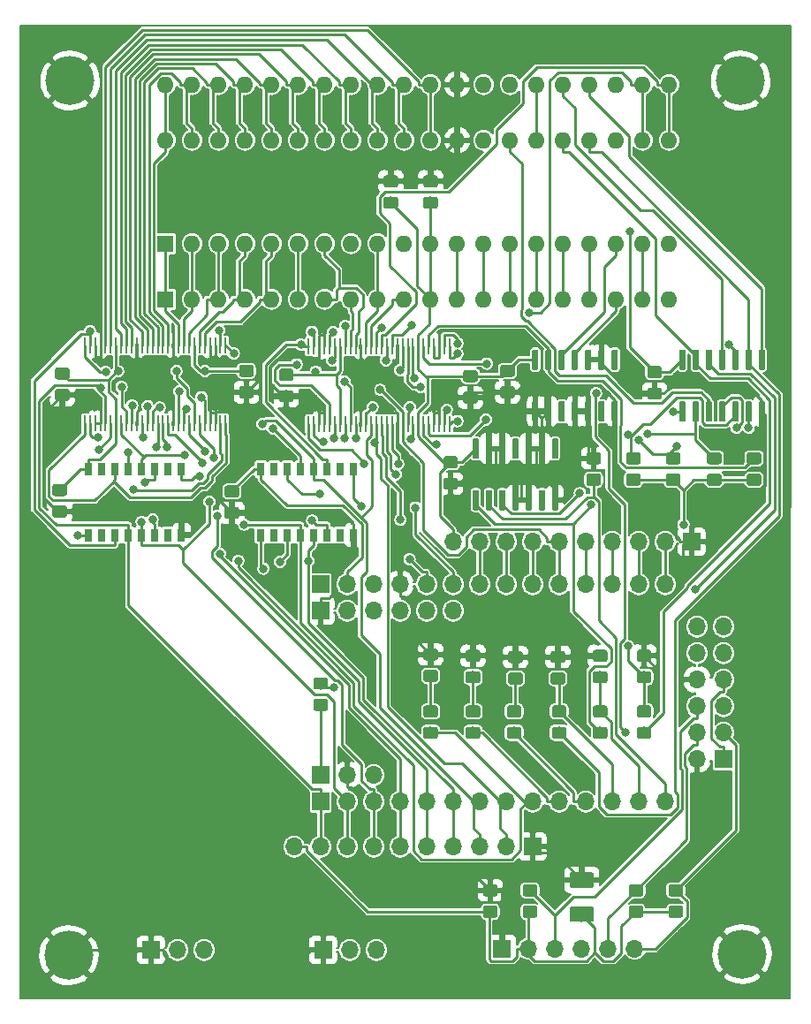
<source format=gtl>
G04 #@! TF.GenerationSoftware,KiCad,Pcbnew,(5.1.2-1)-1*
G04 #@! TF.CreationDate,2019-09-02T17:54:29+01:00*
G04 #@! TF.ProjectId,tranZPUter,7472616e-5a50-4557-9465-722e6b696361,rev?*
G04 #@! TF.SameCoordinates,Original*
G04 #@! TF.FileFunction,Copper,L1,Top*
G04 #@! TF.FilePolarity,Positive*
%FSLAX46Y46*%
G04 Gerber Fmt 4.6, Leading zero omitted, Abs format (unit mm)*
G04 Created by KiCad (PCBNEW (5.1.2-1)-1) date 2019-09-02 17:54:29*
%MOMM*%
%LPD*%
G04 APERTURE LIST*
%ADD10C,0.100000*%
%ADD11C,1.500000*%
%ADD12C,0.600000*%
%ADD13C,1.150000*%
%ADD14O,1.600000X1.600000*%
%ADD15R,1.600000X1.600000*%
%ADD16R,0.280000X1.520000*%
%ADD17C,4.700000*%
%ADD18R,0.800000X1.300000*%
%ADD19O,1.700000X1.700000*%
%ADD20R,1.700000X1.700000*%
%ADD21C,0.800000*%
%ADD22C,0.250000*%
%ADD23C,0.155000*%
G04 APERTURE END LIST*
D10*
G36*
X110178504Y-132593204D02*
G01*
X110202773Y-132596804D01*
X110226571Y-132602765D01*
X110249671Y-132611030D01*
X110271849Y-132621520D01*
X110292893Y-132634133D01*
X110312598Y-132648747D01*
X110330777Y-132665223D01*
X110347253Y-132683402D01*
X110361867Y-132703107D01*
X110374480Y-132724151D01*
X110384970Y-132746329D01*
X110393235Y-132769429D01*
X110399196Y-132793227D01*
X110402796Y-132817496D01*
X110404000Y-132842000D01*
X110404000Y-133842000D01*
X110402796Y-133866504D01*
X110399196Y-133890773D01*
X110393235Y-133914571D01*
X110384970Y-133937671D01*
X110374480Y-133959849D01*
X110361867Y-133980893D01*
X110347253Y-134000598D01*
X110330777Y-134018777D01*
X110312598Y-134035253D01*
X110292893Y-134049867D01*
X110271849Y-134062480D01*
X110249671Y-134072970D01*
X110226571Y-134081235D01*
X110202773Y-134087196D01*
X110178504Y-134090796D01*
X110154000Y-134092000D01*
X108304000Y-134092000D01*
X108279496Y-134090796D01*
X108255227Y-134087196D01*
X108231429Y-134081235D01*
X108208329Y-134072970D01*
X108186151Y-134062480D01*
X108165107Y-134049867D01*
X108145402Y-134035253D01*
X108127223Y-134018777D01*
X108110747Y-134000598D01*
X108096133Y-133980893D01*
X108083520Y-133959849D01*
X108073030Y-133937671D01*
X108064765Y-133914571D01*
X108058804Y-133890773D01*
X108055204Y-133866504D01*
X108054000Y-133842000D01*
X108054000Y-132842000D01*
X108055204Y-132817496D01*
X108058804Y-132793227D01*
X108064765Y-132769429D01*
X108073030Y-132746329D01*
X108083520Y-132724151D01*
X108096133Y-132703107D01*
X108110747Y-132683402D01*
X108127223Y-132665223D01*
X108145402Y-132648747D01*
X108165107Y-132634133D01*
X108186151Y-132621520D01*
X108208329Y-132611030D01*
X108231429Y-132602765D01*
X108255227Y-132596804D01*
X108279496Y-132593204D01*
X108304000Y-132592000D01*
X110154000Y-132592000D01*
X110178504Y-132593204D01*
X110178504Y-132593204D01*
G37*
D11*
X109229000Y-133342000D03*
D10*
G36*
X110178504Y-135843204D02*
G01*
X110202773Y-135846804D01*
X110226571Y-135852765D01*
X110249671Y-135861030D01*
X110271849Y-135871520D01*
X110292893Y-135884133D01*
X110312598Y-135898747D01*
X110330777Y-135915223D01*
X110347253Y-135933402D01*
X110361867Y-135953107D01*
X110374480Y-135974151D01*
X110384970Y-135996329D01*
X110393235Y-136019429D01*
X110399196Y-136043227D01*
X110402796Y-136067496D01*
X110404000Y-136092000D01*
X110404000Y-137092000D01*
X110402796Y-137116504D01*
X110399196Y-137140773D01*
X110393235Y-137164571D01*
X110384970Y-137187671D01*
X110374480Y-137209849D01*
X110361867Y-137230893D01*
X110347253Y-137250598D01*
X110330777Y-137268777D01*
X110312598Y-137285253D01*
X110292893Y-137299867D01*
X110271849Y-137312480D01*
X110249671Y-137322970D01*
X110226571Y-137331235D01*
X110202773Y-137337196D01*
X110178504Y-137340796D01*
X110154000Y-137342000D01*
X108304000Y-137342000D01*
X108279496Y-137340796D01*
X108255227Y-137337196D01*
X108231429Y-137331235D01*
X108208329Y-137322970D01*
X108186151Y-137312480D01*
X108165107Y-137299867D01*
X108145402Y-137285253D01*
X108127223Y-137268777D01*
X108110747Y-137250598D01*
X108096133Y-137230893D01*
X108083520Y-137209849D01*
X108073030Y-137187671D01*
X108064765Y-137164571D01*
X108058804Y-137140773D01*
X108055204Y-137116504D01*
X108054000Y-137092000D01*
X108054000Y-136092000D01*
X108055204Y-136067496D01*
X108058804Y-136043227D01*
X108064765Y-136019429D01*
X108073030Y-135996329D01*
X108083520Y-135974151D01*
X108096133Y-135953107D01*
X108110747Y-135933402D01*
X108127223Y-135915223D01*
X108145402Y-135898747D01*
X108165107Y-135884133D01*
X108186151Y-135871520D01*
X108208329Y-135861030D01*
X108231429Y-135852765D01*
X108255227Y-135846804D01*
X108279496Y-135843204D01*
X108304000Y-135842000D01*
X110154000Y-135842000D01*
X110178504Y-135843204D01*
X110178504Y-135843204D01*
G37*
D11*
X109229000Y-136592000D03*
D10*
G36*
X104948703Y-82495722D02*
G01*
X104963264Y-82497882D01*
X104977543Y-82501459D01*
X104991403Y-82506418D01*
X105004710Y-82512712D01*
X105017336Y-82520280D01*
X105029159Y-82529048D01*
X105040066Y-82538934D01*
X105049952Y-82549841D01*
X105058720Y-82561664D01*
X105066288Y-82574290D01*
X105072582Y-82587597D01*
X105077541Y-82601457D01*
X105081118Y-82615736D01*
X105083278Y-82630297D01*
X105084000Y-82645000D01*
X105084000Y-84295000D01*
X105083278Y-84309703D01*
X105081118Y-84324264D01*
X105077541Y-84338543D01*
X105072582Y-84352403D01*
X105066288Y-84365710D01*
X105058720Y-84378336D01*
X105049952Y-84390159D01*
X105040066Y-84401066D01*
X105029159Y-84410952D01*
X105017336Y-84419720D01*
X105004710Y-84427288D01*
X104991403Y-84433582D01*
X104977543Y-84438541D01*
X104963264Y-84442118D01*
X104948703Y-84444278D01*
X104934000Y-84445000D01*
X104634000Y-84445000D01*
X104619297Y-84444278D01*
X104604736Y-84442118D01*
X104590457Y-84438541D01*
X104576597Y-84433582D01*
X104563290Y-84427288D01*
X104550664Y-84419720D01*
X104538841Y-84410952D01*
X104527934Y-84401066D01*
X104518048Y-84390159D01*
X104509280Y-84378336D01*
X104501712Y-84365710D01*
X104495418Y-84352403D01*
X104490459Y-84338543D01*
X104486882Y-84324264D01*
X104484722Y-84309703D01*
X104484000Y-84295000D01*
X104484000Y-82645000D01*
X104484722Y-82630297D01*
X104486882Y-82615736D01*
X104490459Y-82601457D01*
X104495418Y-82587597D01*
X104501712Y-82574290D01*
X104509280Y-82561664D01*
X104518048Y-82549841D01*
X104527934Y-82538934D01*
X104538841Y-82529048D01*
X104550664Y-82520280D01*
X104563290Y-82512712D01*
X104576597Y-82506418D01*
X104590457Y-82501459D01*
X104604736Y-82497882D01*
X104619297Y-82495722D01*
X104634000Y-82495000D01*
X104934000Y-82495000D01*
X104948703Y-82495722D01*
X104948703Y-82495722D01*
G37*
D12*
X104784000Y-83470000D03*
D10*
G36*
X106218703Y-82495722D02*
G01*
X106233264Y-82497882D01*
X106247543Y-82501459D01*
X106261403Y-82506418D01*
X106274710Y-82512712D01*
X106287336Y-82520280D01*
X106299159Y-82529048D01*
X106310066Y-82538934D01*
X106319952Y-82549841D01*
X106328720Y-82561664D01*
X106336288Y-82574290D01*
X106342582Y-82587597D01*
X106347541Y-82601457D01*
X106351118Y-82615736D01*
X106353278Y-82630297D01*
X106354000Y-82645000D01*
X106354000Y-84295000D01*
X106353278Y-84309703D01*
X106351118Y-84324264D01*
X106347541Y-84338543D01*
X106342582Y-84352403D01*
X106336288Y-84365710D01*
X106328720Y-84378336D01*
X106319952Y-84390159D01*
X106310066Y-84401066D01*
X106299159Y-84410952D01*
X106287336Y-84419720D01*
X106274710Y-84427288D01*
X106261403Y-84433582D01*
X106247543Y-84438541D01*
X106233264Y-84442118D01*
X106218703Y-84444278D01*
X106204000Y-84445000D01*
X105904000Y-84445000D01*
X105889297Y-84444278D01*
X105874736Y-84442118D01*
X105860457Y-84438541D01*
X105846597Y-84433582D01*
X105833290Y-84427288D01*
X105820664Y-84419720D01*
X105808841Y-84410952D01*
X105797934Y-84401066D01*
X105788048Y-84390159D01*
X105779280Y-84378336D01*
X105771712Y-84365710D01*
X105765418Y-84352403D01*
X105760459Y-84338543D01*
X105756882Y-84324264D01*
X105754722Y-84309703D01*
X105754000Y-84295000D01*
X105754000Y-82645000D01*
X105754722Y-82630297D01*
X105756882Y-82615736D01*
X105760459Y-82601457D01*
X105765418Y-82587597D01*
X105771712Y-82574290D01*
X105779280Y-82561664D01*
X105788048Y-82549841D01*
X105797934Y-82538934D01*
X105808841Y-82529048D01*
X105820664Y-82520280D01*
X105833290Y-82512712D01*
X105846597Y-82506418D01*
X105860457Y-82501459D01*
X105874736Y-82497882D01*
X105889297Y-82495722D01*
X105904000Y-82495000D01*
X106204000Y-82495000D01*
X106218703Y-82495722D01*
X106218703Y-82495722D01*
G37*
D12*
X106054000Y-83470000D03*
D10*
G36*
X107488703Y-82495722D02*
G01*
X107503264Y-82497882D01*
X107517543Y-82501459D01*
X107531403Y-82506418D01*
X107544710Y-82512712D01*
X107557336Y-82520280D01*
X107569159Y-82529048D01*
X107580066Y-82538934D01*
X107589952Y-82549841D01*
X107598720Y-82561664D01*
X107606288Y-82574290D01*
X107612582Y-82587597D01*
X107617541Y-82601457D01*
X107621118Y-82615736D01*
X107623278Y-82630297D01*
X107624000Y-82645000D01*
X107624000Y-84295000D01*
X107623278Y-84309703D01*
X107621118Y-84324264D01*
X107617541Y-84338543D01*
X107612582Y-84352403D01*
X107606288Y-84365710D01*
X107598720Y-84378336D01*
X107589952Y-84390159D01*
X107580066Y-84401066D01*
X107569159Y-84410952D01*
X107557336Y-84419720D01*
X107544710Y-84427288D01*
X107531403Y-84433582D01*
X107517543Y-84438541D01*
X107503264Y-84442118D01*
X107488703Y-84444278D01*
X107474000Y-84445000D01*
X107174000Y-84445000D01*
X107159297Y-84444278D01*
X107144736Y-84442118D01*
X107130457Y-84438541D01*
X107116597Y-84433582D01*
X107103290Y-84427288D01*
X107090664Y-84419720D01*
X107078841Y-84410952D01*
X107067934Y-84401066D01*
X107058048Y-84390159D01*
X107049280Y-84378336D01*
X107041712Y-84365710D01*
X107035418Y-84352403D01*
X107030459Y-84338543D01*
X107026882Y-84324264D01*
X107024722Y-84309703D01*
X107024000Y-84295000D01*
X107024000Y-82645000D01*
X107024722Y-82630297D01*
X107026882Y-82615736D01*
X107030459Y-82601457D01*
X107035418Y-82587597D01*
X107041712Y-82574290D01*
X107049280Y-82561664D01*
X107058048Y-82549841D01*
X107067934Y-82538934D01*
X107078841Y-82529048D01*
X107090664Y-82520280D01*
X107103290Y-82512712D01*
X107116597Y-82506418D01*
X107130457Y-82501459D01*
X107144736Y-82497882D01*
X107159297Y-82495722D01*
X107174000Y-82495000D01*
X107474000Y-82495000D01*
X107488703Y-82495722D01*
X107488703Y-82495722D01*
G37*
D12*
X107324000Y-83470000D03*
D10*
G36*
X108758703Y-82495722D02*
G01*
X108773264Y-82497882D01*
X108787543Y-82501459D01*
X108801403Y-82506418D01*
X108814710Y-82512712D01*
X108827336Y-82520280D01*
X108839159Y-82529048D01*
X108850066Y-82538934D01*
X108859952Y-82549841D01*
X108868720Y-82561664D01*
X108876288Y-82574290D01*
X108882582Y-82587597D01*
X108887541Y-82601457D01*
X108891118Y-82615736D01*
X108893278Y-82630297D01*
X108894000Y-82645000D01*
X108894000Y-84295000D01*
X108893278Y-84309703D01*
X108891118Y-84324264D01*
X108887541Y-84338543D01*
X108882582Y-84352403D01*
X108876288Y-84365710D01*
X108868720Y-84378336D01*
X108859952Y-84390159D01*
X108850066Y-84401066D01*
X108839159Y-84410952D01*
X108827336Y-84419720D01*
X108814710Y-84427288D01*
X108801403Y-84433582D01*
X108787543Y-84438541D01*
X108773264Y-84442118D01*
X108758703Y-84444278D01*
X108744000Y-84445000D01*
X108444000Y-84445000D01*
X108429297Y-84444278D01*
X108414736Y-84442118D01*
X108400457Y-84438541D01*
X108386597Y-84433582D01*
X108373290Y-84427288D01*
X108360664Y-84419720D01*
X108348841Y-84410952D01*
X108337934Y-84401066D01*
X108328048Y-84390159D01*
X108319280Y-84378336D01*
X108311712Y-84365710D01*
X108305418Y-84352403D01*
X108300459Y-84338543D01*
X108296882Y-84324264D01*
X108294722Y-84309703D01*
X108294000Y-84295000D01*
X108294000Y-82645000D01*
X108294722Y-82630297D01*
X108296882Y-82615736D01*
X108300459Y-82601457D01*
X108305418Y-82587597D01*
X108311712Y-82574290D01*
X108319280Y-82561664D01*
X108328048Y-82549841D01*
X108337934Y-82538934D01*
X108348841Y-82529048D01*
X108360664Y-82520280D01*
X108373290Y-82512712D01*
X108386597Y-82506418D01*
X108400457Y-82501459D01*
X108414736Y-82497882D01*
X108429297Y-82495722D01*
X108444000Y-82495000D01*
X108744000Y-82495000D01*
X108758703Y-82495722D01*
X108758703Y-82495722D01*
G37*
D12*
X108594000Y-83470000D03*
D10*
G36*
X110028703Y-82495722D02*
G01*
X110043264Y-82497882D01*
X110057543Y-82501459D01*
X110071403Y-82506418D01*
X110084710Y-82512712D01*
X110097336Y-82520280D01*
X110109159Y-82529048D01*
X110120066Y-82538934D01*
X110129952Y-82549841D01*
X110138720Y-82561664D01*
X110146288Y-82574290D01*
X110152582Y-82587597D01*
X110157541Y-82601457D01*
X110161118Y-82615736D01*
X110163278Y-82630297D01*
X110164000Y-82645000D01*
X110164000Y-84295000D01*
X110163278Y-84309703D01*
X110161118Y-84324264D01*
X110157541Y-84338543D01*
X110152582Y-84352403D01*
X110146288Y-84365710D01*
X110138720Y-84378336D01*
X110129952Y-84390159D01*
X110120066Y-84401066D01*
X110109159Y-84410952D01*
X110097336Y-84419720D01*
X110084710Y-84427288D01*
X110071403Y-84433582D01*
X110057543Y-84438541D01*
X110043264Y-84442118D01*
X110028703Y-84444278D01*
X110014000Y-84445000D01*
X109714000Y-84445000D01*
X109699297Y-84444278D01*
X109684736Y-84442118D01*
X109670457Y-84438541D01*
X109656597Y-84433582D01*
X109643290Y-84427288D01*
X109630664Y-84419720D01*
X109618841Y-84410952D01*
X109607934Y-84401066D01*
X109598048Y-84390159D01*
X109589280Y-84378336D01*
X109581712Y-84365710D01*
X109575418Y-84352403D01*
X109570459Y-84338543D01*
X109566882Y-84324264D01*
X109564722Y-84309703D01*
X109564000Y-84295000D01*
X109564000Y-82645000D01*
X109564722Y-82630297D01*
X109566882Y-82615736D01*
X109570459Y-82601457D01*
X109575418Y-82587597D01*
X109581712Y-82574290D01*
X109589280Y-82561664D01*
X109598048Y-82549841D01*
X109607934Y-82538934D01*
X109618841Y-82529048D01*
X109630664Y-82520280D01*
X109643290Y-82512712D01*
X109656597Y-82506418D01*
X109670457Y-82501459D01*
X109684736Y-82497882D01*
X109699297Y-82495722D01*
X109714000Y-82495000D01*
X110014000Y-82495000D01*
X110028703Y-82495722D01*
X110028703Y-82495722D01*
G37*
D12*
X109864000Y-83470000D03*
D10*
G36*
X111298703Y-82495722D02*
G01*
X111313264Y-82497882D01*
X111327543Y-82501459D01*
X111341403Y-82506418D01*
X111354710Y-82512712D01*
X111367336Y-82520280D01*
X111379159Y-82529048D01*
X111390066Y-82538934D01*
X111399952Y-82549841D01*
X111408720Y-82561664D01*
X111416288Y-82574290D01*
X111422582Y-82587597D01*
X111427541Y-82601457D01*
X111431118Y-82615736D01*
X111433278Y-82630297D01*
X111434000Y-82645000D01*
X111434000Y-84295000D01*
X111433278Y-84309703D01*
X111431118Y-84324264D01*
X111427541Y-84338543D01*
X111422582Y-84352403D01*
X111416288Y-84365710D01*
X111408720Y-84378336D01*
X111399952Y-84390159D01*
X111390066Y-84401066D01*
X111379159Y-84410952D01*
X111367336Y-84419720D01*
X111354710Y-84427288D01*
X111341403Y-84433582D01*
X111327543Y-84438541D01*
X111313264Y-84442118D01*
X111298703Y-84444278D01*
X111284000Y-84445000D01*
X110984000Y-84445000D01*
X110969297Y-84444278D01*
X110954736Y-84442118D01*
X110940457Y-84438541D01*
X110926597Y-84433582D01*
X110913290Y-84427288D01*
X110900664Y-84419720D01*
X110888841Y-84410952D01*
X110877934Y-84401066D01*
X110868048Y-84390159D01*
X110859280Y-84378336D01*
X110851712Y-84365710D01*
X110845418Y-84352403D01*
X110840459Y-84338543D01*
X110836882Y-84324264D01*
X110834722Y-84309703D01*
X110834000Y-84295000D01*
X110834000Y-82645000D01*
X110834722Y-82630297D01*
X110836882Y-82615736D01*
X110840459Y-82601457D01*
X110845418Y-82587597D01*
X110851712Y-82574290D01*
X110859280Y-82561664D01*
X110868048Y-82549841D01*
X110877934Y-82538934D01*
X110888841Y-82529048D01*
X110900664Y-82520280D01*
X110913290Y-82512712D01*
X110926597Y-82506418D01*
X110940457Y-82501459D01*
X110954736Y-82497882D01*
X110969297Y-82495722D01*
X110984000Y-82495000D01*
X111284000Y-82495000D01*
X111298703Y-82495722D01*
X111298703Y-82495722D01*
G37*
D12*
X111134000Y-83470000D03*
D10*
G36*
X112568703Y-82495722D02*
G01*
X112583264Y-82497882D01*
X112597543Y-82501459D01*
X112611403Y-82506418D01*
X112624710Y-82512712D01*
X112637336Y-82520280D01*
X112649159Y-82529048D01*
X112660066Y-82538934D01*
X112669952Y-82549841D01*
X112678720Y-82561664D01*
X112686288Y-82574290D01*
X112692582Y-82587597D01*
X112697541Y-82601457D01*
X112701118Y-82615736D01*
X112703278Y-82630297D01*
X112704000Y-82645000D01*
X112704000Y-84295000D01*
X112703278Y-84309703D01*
X112701118Y-84324264D01*
X112697541Y-84338543D01*
X112692582Y-84352403D01*
X112686288Y-84365710D01*
X112678720Y-84378336D01*
X112669952Y-84390159D01*
X112660066Y-84401066D01*
X112649159Y-84410952D01*
X112637336Y-84419720D01*
X112624710Y-84427288D01*
X112611403Y-84433582D01*
X112597543Y-84438541D01*
X112583264Y-84442118D01*
X112568703Y-84444278D01*
X112554000Y-84445000D01*
X112254000Y-84445000D01*
X112239297Y-84444278D01*
X112224736Y-84442118D01*
X112210457Y-84438541D01*
X112196597Y-84433582D01*
X112183290Y-84427288D01*
X112170664Y-84419720D01*
X112158841Y-84410952D01*
X112147934Y-84401066D01*
X112138048Y-84390159D01*
X112129280Y-84378336D01*
X112121712Y-84365710D01*
X112115418Y-84352403D01*
X112110459Y-84338543D01*
X112106882Y-84324264D01*
X112104722Y-84309703D01*
X112104000Y-84295000D01*
X112104000Y-82645000D01*
X112104722Y-82630297D01*
X112106882Y-82615736D01*
X112110459Y-82601457D01*
X112115418Y-82587597D01*
X112121712Y-82574290D01*
X112129280Y-82561664D01*
X112138048Y-82549841D01*
X112147934Y-82538934D01*
X112158841Y-82529048D01*
X112170664Y-82520280D01*
X112183290Y-82512712D01*
X112196597Y-82506418D01*
X112210457Y-82501459D01*
X112224736Y-82497882D01*
X112239297Y-82495722D01*
X112254000Y-82495000D01*
X112554000Y-82495000D01*
X112568703Y-82495722D01*
X112568703Y-82495722D01*
G37*
D12*
X112404000Y-83470000D03*
D10*
G36*
X112568703Y-87445722D02*
G01*
X112583264Y-87447882D01*
X112597543Y-87451459D01*
X112611403Y-87456418D01*
X112624710Y-87462712D01*
X112637336Y-87470280D01*
X112649159Y-87479048D01*
X112660066Y-87488934D01*
X112669952Y-87499841D01*
X112678720Y-87511664D01*
X112686288Y-87524290D01*
X112692582Y-87537597D01*
X112697541Y-87551457D01*
X112701118Y-87565736D01*
X112703278Y-87580297D01*
X112704000Y-87595000D01*
X112704000Y-89245000D01*
X112703278Y-89259703D01*
X112701118Y-89274264D01*
X112697541Y-89288543D01*
X112692582Y-89302403D01*
X112686288Y-89315710D01*
X112678720Y-89328336D01*
X112669952Y-89340159D01*
X112660066Y-89351066D01*
X112649159Y-89360952D01*
X112637336Y-89369720D01*
X112624710Y-89377288D01*
X112611403Y-89383582D01*
X112597543Y-89388541D01*
X112583264Y-89392118D01*
X112568703Y-89394278D01*
X112554000Y-89395000D01*
X112254000Y-89395000D01*
X112239297Y-89394278D01*
X112224736Y-89392118D01*
X112210457Y-89388541D01*
X112196597Y-89383582D01*
X112183290Y-89377288D01*
X112170664Y-89369720D01*
X112158841Y-89360952D01*
X112147934Y-89351066D01*
X112138048Y-89340159D01*
X112129280Y-89328336D01*
X112121712Y-89315710D01*
X112115418Y-89302403D01*
X112110459Y-89288543D01*
X112106882Y-89274264D01*
X112104722Y-89259703D01*
X112104000Y-89245000D01*
X112104000Y-87595000D01*
X112104722Y-87580297D01*
X112106882Y-87565736D01*
X112110459Y-87551457D01*
X112115418Y-87537597D01*
X112121712Y-87524290D01*
X112129280Y-87511664D01*
X112138048Y-87499841D01*
X112147934Y-87488934D01*
X112158841Y-87479048D01*
X112170664Y-87470280D01*
X112183290Y-87462712D01*
X112196597Y-87456418D01*
X112210457Y-87451459D01*
X112224736Y-87447882D01*
X112239297Y-87445722D01*
X112254000Y-87445000D01*
X112554000Y-87445000D01*
X112568703Y-87445722D01*
X112568703Y-87445722D01*
G37*
D12*
X112404000Y-88420000D03*
D10*
G36*
X111298703Y-87445722D02*
G01*
X111313264Y-87447882D01*
X111327543Y-87451459D01*
X111341403Y-87456418D01*
X111354710Y-87462712D01*
X111367336Y-87470280D01*
X111379159Y-87479048D01*
X111390066Y-87488934D01*
X111399952Y-87499841D01*
X111408720Y-87511664D01*
X111416288Y-87524290D01*
X111422582Y-87537597D01*
X111427541Y-87551457D01*
X111431118Y-87565736D01*
X111433278Y-87580297D01*
X111434000Y-87595000D01*
X111434000Y-89245000D01*
X111433278Y-89259703D01*
X111431118Y-89274264D01*
X111427541Y-89288543D01*
X111422582Y-89302403D01*
X111416288Y-89315710D01*
X111408720Y-89328336D01*
X111399952Y-89340159D01*
X111390066Y-89351066D01*
X111379159Y-89360952D01*
X111367336Y-89369720D01*
X111354710Y-89377288D01*
X111341403Y-89383582D01*
X111327543Y-89388541D01*
X111313264Y-89392118D01*
X111298703Y-89394278D01*
X111284000Y-89395000D01*
X110984000Y-89395000D01*
X110969297Y-89394278D01*
X110954736Y-89392118D01*
X110940457Y-89388541D01*
X110926597Y-89383582D01*
X110913290Y-89377288D01*
X110900664Y-89369720D01*
X110888841Y-89360952D01*
X110877934Y-89351066D01*
X110868048Y-89340159D01*
X110859280Y-89328336D01*
X110851712Y-89315710D01*
X110845418Y-89302403D01*
X110840459Y-89288543D01*
X110836882Y-89274264D01*
X110834722Y-89259703D01*
X110834000Y-89245000D01*
X110834000Y-87595000D01*
X110834722Y-87580297D01*
X110836882Y-87565736D01*
X110840459Y-87551457D01*
X110845418Y-87537597D01*
X110851712Y-87524290D01*
X110859280Y-87511664D01*
X110868048Y-87499841D01*
X110877934Y-87488934D01*
X110888841Y-87479048D01*
X110900664Y-87470280D01*
X110913290Y-87462712D01*
X110926597Y-87456418D01*
X110940457Y-87451459D01*
X110954736Y-87447882D01*
X110969297Y-87445722D01*
X110984000Y-87445000D01*
X111284000Y-87445000D01*
X111298703Y-87445722D01*
X111298703Y-87445722D01*
G37*
D12*
X111134000Y-88420000D03*
D10*
G36*
X110028703Y-87445722D02*
G01*
X110043264Y-87447882D01*
X110057543Y-87451459D01*
X110071403Y-87456418D01*
X110084710Y-87462712D01*
X110097336Y-87470280D01*
X110109159Y-87479048D01*
X110120066Y-87488934D01*
X110129952Y-87499841D01*
X110138720Y-87511664D01*
X110146288Y-87524290D01*
X110152582Y-87537597D01*
X110157541Y-87551457D01*
X110161118Y-87565736D01*
X110163278Y-87580297D01*
X110164000Y-87595000D01*
X110164000Y-89245000D01*
X110163278Y-89259703D01*
X110161118Y-89274264D01*
X110157541Y-89288543D01*
X110152582Y-89302403D01*
X110146288Y-89315710D01*
X110138720Y-89328336D01*
X110129952Y-89340159D01*
X110120066Y-89351066D01*
X110109159Y-89360952D01*
X110097336Y-89369720D01*
X110084710Y-89377288D01*
X110071403Y-89383582D01*
X110057543Y-89388541D01*
X110043264Y-89392118D01*
X110028703Y-89394278D01*
X110014000Y-89395000D01*
X109714000Y-89395000D01*
X109699297Y-89394278D01*
X109684736Y-89392118D01*
X109670457Y-89388541D01*
X109656597Y-89383582D01*
X109643290Y-89377288D01*
X109630664Y-89369720D01*
X109618841Y-89360952D01*
X109607934Y-89351066D01*
X109598048Y-89340159D01*
X109589280Y-89328336D01*
X109581712Y-89315710D01*
X109575418Y-89302403D01*
X109570459Y-89288543D01*
X109566882Y-89274264D01*
X109564722Y-89259703D01*
X109564000Y-89245000D01*
X109564000Y-87595000D01*
X109564722Y-87580297D01*
X109566882Y-87565736D01*
X109570459Y-87551457D01*
X109575418Y-87537597D01*
X109581712Y-87524290D01*
X109589280Y-87511664D01*
X109598048Y-87499841D01*
X109607934Y-87488934D01*
X109618841Y-87479048D01*
X109630664Y-87470280D01*
X109643290Y-87462712D01*
X109656597Y-87456418D01*
X109670457Y-87451459D01*
X109684736Y-87447882D01*
X109699297Y-87445722D01*
X109714000Y-87445000D01*
X110014000Y-87445000D01*
X110028703Y-87445722D01*
X110028703Y-87445722D01*
G37*
D12*
X109864000Y-88420000D03*
D10*
G36*
X108758703Y-87445722D02*
G01*
X108773264Y-87447882D01*
X108787543Y-87451459D01*
X108801403Y-87456418D01*
X108814710Y-87462712D01*
X108827336Y-87470280D01*
X108839159Y-87479048D01*
X108850066Y-87488934D01*
X108859952Y-87499841D01*
X108868720Y-87511664D01*
X108876288Y-87524290D01*
X108882582Y-87537597D01*
X108887541Y-87551457D01*
X108891118Y-87565736D01*
X108893278Y-87580297D01*
X108894000Y-87595000D01*
X108894000Y-89245000D01*
X108893278Y-89259703D01*
X108891118Y-89274264D01*
X108887541Y-89288543D01*
X108882582Y-89302403D01*
X108876288Y-89315710D01*
X108868720Y-89328336D01*
X108859952Y-89340159D01*
X108850066Y-89351066D01*
X108839159Y-89360952D01*
X108827336Y-89369720D01*
X108814710Y-89377288D01*
X108801403Y-89383582D01*
X108787543Y-89388541D01*
X108773264Y-89392118D01*
X108758703Y-89394278D01*
X108744000Y-89395000D01*
X108444000Y-89395000D01*
X108429297Y-89394278D01*
X108414736Y-89392118D01*
X108400457Y-89388541D01*
X108386597Y-89383582D01*
X108373290Y-89377288D01*
X108360664Y-89369720D01*
X108348841Y-89360952D01*
X108337934Y-89351066D01*
X108328048Y-89340159D01*
X108319280Y-89328336D01*
X108311712Y-89315710D01*
X108305418Y-89302403D01*
X108300459Y-89288543D01*
X108296882Y-89274264D01*
X108294722Y-89259703D01*
X108294000Y-89245000D01*
X108294000Y-87595000D01*
X108294722Y-87580297D01*
X108296882Y-87565736D01*
X108300459Y-87551457D01*
X108305418Y-87537597D01*
X108311712Y-87524290D01*
X108319280Y-87511664D01*
X108328048Y-87499841D01*
X108337934Y-87488934D01*
X108348841Y-87479048D01*
X108360664Y-87470280D01*
X108373290Y-87462712D01*
X108386597Y-87456418D01*
X108400457Y-87451459D01*
X108414736Y-87447882D01*
X108429297Y-87445722D01*
X108444000Y-87445000D01*
X108744000Y-87445000D01*
X108758703Y-87445722D01*
X108758703Y-87445722D01*
G37*
D12*
X108594000Y-88420000D03*
D10*
G36*
X107488703Y-87445722D02*
G01*
X107503264Y-87447882D01*
X107517543Y-87451459D01*
X107531403Y-87456418D01*
X107544710Y-87462712D01*
X107557336Y-87470280D01*
X107569159Y-87479048D01*
X107580066Y-87488934D01*
X107589952Y-87499841D01*
X107598720Y-87511664D01*
X107606288Y-87524290D01*
X107612582Y-87537597D01*
X107617541Y-87551457D01*
X107621118Y-87565736D01*
X107623278Y-87580297D01*
X107624000Y-87595000D01*
X107624000Y-89245000D01*
X107623278Y-89259703D01*
X107621118Y-89274264D01*
X107617541Y-89288543D01*
X107612582Y-89302403D01*
X107606288Y-89315710D01*
X107598720Y-89328336D01*
X107589952Y-89340159D01*
X107580066Y-89351066D01*
X107569159Y-89360952D01*
X107557336Y-89369720D01*
X107544710Y-89377288D01*
X107531403Y-89383582D01*
X107517543Y-89388541D01*
X107503264Y-89392118D01*
X107488703Y-89394278D01*
X107474000Y-89395000D01*
X107174000Y-89395000D01*
X107159297Y-89394278D01*
X107144736Y-89392118D01*
X107130457Y-89388541D01*
X107116597Y-89383582D01*
X107103290Y-89377288D01*
X107090664Y-89369720D01*
X107078841Y-89360952D01*
X107067934Y-89351066D01*
X107058048Y-89340159D01*
X107049280Y-89328336D01*
X107041712Y-89315710D01*
X107035418Y-89302403D01*
X107030459Y-89288543D01*
X107026882Y-89274264D01*
X107024722Y-89259703D01*
X107024000Y-89245000D01*
X107024000Y-87595000D01*
X107024722Y-87580297D01*
X107026882Y-87565736D01*
X107030459Y-87551457D01*
X107035418Y-87537597D01*
X107041712Y-87524290D01*
X107049280Y-87511664D01*
X107058048Y-87499841D01*
X107067934Y-87488934D01*
X107078841Y-87479048D01*
X107090664Y-87470280D01*
X107103290Y-87462712D01*
X107116597Y-87456418D01*
X107130457Y-87451459D01*
X107144736Y-87447882D01*
X107159297Y-87445722D01*
X107174000Y-87445000D01*
X107474000Y-87445000D01*
X107488703Y-87445722D01*
X107488703Y-87445722D01*
G37*
D12*
X107324000Y-88420000D03*
D10*
G36*
X106218703Y-87445722D02*
G01*
X106233264Y-87447882D01*
X106247543Y-87451459D01*
X106261403Y-87456418D01*
X106274710Y-87462712D01*
X106287336Y-87470280D01*
X106299159Y-87479048D01*
X106310066Y-87488934D01*
X106319952Y-87499841D01*
X106328720Y-87511664D01*
X106336288Y-87524290D01*
X106342582Y-87537597D01*
X106347541Y-87551457D01*
X106351118Y-87565736D01*
X106353278Y-87580297D01*
X106354000Y-87595000D01*
X106354000Y-89245000D01*
X106353278Y-89259703D01*
X106351118Y-89274264D01*
X106347541Y-89288543D01*
X106342582Y-89302403D01*
X106336288Y-89315710D01*
X106328720Y-89328336D01*
X106319952Y-89340159D01*
X106310066Y-89351066D01*
X106299159Y-89360952D01*
X106287336Y-89369720D01*
X106274710Y-89377288D01*
X106261403Y-89383582D01*
X106247543Y-89388541D01*
X106233264Y-89392118D01*
X106218703Y-89394278D01*
X106204000Y-89395000D01*
X105904000Y-89395000D01*
X105889297Y-89394278D01*
X105874736Y-89392118D01*
X105860457Y-89388541D01*
X105846597Y-89383582D01*
X105833290Y-89377288D01*
X105820664Y-89369720D01*
X105808841Y-89360952D01*
X105797934Y-89351066D01*
X105788048Y-89340159D01*
X105779280Y-89328336D01*
X105771712Y-89315710D01*
X105765418Y-89302403D01*
X105760459Y-89288543D01*
X105756882Y-89274264D01*
X105754722Y-89259703D01*
X105754000Y-89245000D01*
X105754000Y-87595000D01*
X105754722Y-87580297D01*
X105756882Y-87565736D01*
X105760459Y-87551457D01*
X105765418Y-87537597D01*
X105771712Y-87524290D01*
X105779280Y-87511664D01*
X105788048Y-87499841D01*
X105797934Y-87488934D01*
X105808841Y-87479048D01*
X105820664Y-87470280D01*
X105833290Y-87462712D01*
X105846597Y-87456418D01*
X105860457Y-87451459D01*
X105874736Y-87447882D01*
X105889297Y-87445722D01*
X105904000Y-87445000D01*
X106204000Y-87445000D01*
X106218703Y-87445722D01*
X106218703Y-87445722D01*
G37*
D12*
X106054000Y-88420000D03*
D10*
G36*
X104948703Y-87445722D02*
G01*
X104963264Y-87447882D01*
X104977543Y-87451459D01*
X104991403Y-87456418D01*
X105004710Y-87462712D01*
X105017336Y-87470280D01*
X105029159Y-87479048D01*
X105040066Y-87488934D01*
X105049952Y-87499841D01*
X105058720Y-87511664D01*
X105066288Y-87524290D01*
X105072582Y-87537597D01*
X105077541Y-87551457D01*
X105081118Y-87565736D01*
X105083278Y-87580297D01*
X105084000Y-87595000D01*
X105084000Y-89245000D01*
X105083278Y-89259703D01*
X105081118Y-89274264D01*
X105077541Y-89288543D01*
X105072582Y-89302403D01*
X105066288Y-89315710D01*
X105058720Y-89328336D01*
X105049952Y-89340159D01*
X105040066Y-89351066D01*
X105029159Y-89360952D01*
X105017336Y-89369720D01*
X105004710Y-89377288D01*
X104991403Y-89383582D01*
X104977543Y-89388541D01*
X104963264Y-89392118D01*
X104948703Y-89394278D01*
X104934000Y-89395000D01*
X104634000Y-89395000D01*
X104619297Y-89394278D01*
X104604736Y-89392118D01*
X104590457Y-89388541D01*
X104576597Y-89383582D01*
X104563290Y-89377288D01*
X104550664Y-89369720D01*
X104538841Y-89360952D01*
X104527934Y-89351066D01*
X104518048Y-89340159D01*
X104509280Y-89328336D01*
X104501712Y-89315710D01*
X104495418Y-89302403D01*
X104490459Y-89288543D01*
X104486882Y-89274264D01*
X104484722Y-89259703D01*
X104484000Y-89245000D01*
X104484000Y-87595000D01*
X104484722Y-87580297D01*
X104486882Y-87565736D01*
X104490459Y-87551457D01*
X104495418Y-87537597D01*
X104501712Y-87524290D01*
X104509280Y-87511664D01*
X104518048Y-87499841D01*
X104527934Y-87488934D01*
X104538841Y-87479048D01*
X104550664Y-87470280D01*
X104563290Y-87462712D01*
X104576597Y-87456418D01*
X104590457Y-87451459D01*
X104604736Y-87447882D01*
X104619297Y-87445722D01*
X104634000Y-87445000D01*
X104934000Y-87445000D01*
X104948703Y-87445722D01*
X104948703Y-87445722D01*
G37*
D12*
X104784000Y-88420000D03*
D10*
G36*
X99233703Y-91004722D02*
G01*
X99248264Y-91006882D01*
X99262543Y-91010459D01*
X99276403Y-91015418D01*
X99289710Y-91021712D01*
X99302336Y-91029280D01*
X99314159Y-91038048D01*
X99325066Y-91047934D01*
X99334952Y-91058841D01*
X99343720Y-91070664D01*
X99351288Y-91083290D01*
X99357582Y-91096597D01*
X99362541Y-91110457D01*
X99366118Y-91124736D01*
X99368278Y-91139297D01*
X99369000Y-91154000D01*
X99369000Y-92804000D01*
X99368278Y-92818703D01*
X99366118Y-92833264D01*
X99362541Y-92847543D01*
X99357582Y-92861403D01*
X99351288Y-92874710D01*
X99343720Y-92887336D01*
X99334952Y-92899159D01*
X99325066Y-92910066D01*
X99314159Y-92919952D01*
X99302336Y-92928720D01*
X99289710Y-92936288D01*
X99276403Y-92942582D01*
X99262543Y-92947541D01*
X99248264Y-92951118D01*
X99233703Y-92953278D01*
X99219000Y-92954000D01*
X98919000Y-92954000D01*
X98904297Y-92953278D01*
X98889736Y-92951118D01*
X98875457Y-92947541D01*
X98861597Y-92942582D01*
X98848290Y-92936288D01*
X98835664Y-92928720D01*
X98823841Y-92919952D01*
X98812934Y-92910066D01*
X98803048Y-92899159D01*
X98794280Y-92887336D01*
X98786712Y-92874710D01*
X98780418Y-92861403D01*
X98775459Y-92847543D01*
X98771882Y-92833264D01*
X98769722Y-92818703D01*
X98769000Y-92804000D01*
X98769000Y-91154000D01*
X98769722Y-91139297D01*
X98771882Y-91124736D01*
X98775459Y-91110457D01*
X98780418Y-91096597D01*
X98786712Y-91083290D01*
X98794280Y-91070664D01*
X98803048Y-91058841D01*
X98812934Y-91047934D01*
X98823841Y-91038048D01*
X98835664Y-91029280D01*
X98848290Y-91021712D01*
X98861597Y-91015418D01*
X98875457Y-91010459D01*
X98889736Y-91006882D01*
X98904297Y-91004722D01*
X98919000Y-91004000D01*
X99219000Y-91004000D01*
X99233703Y-91004722D01*
X99233703Y-91004722D01*
G37*
D12*
X99069000Y-91979000D03*
D10*
G36*
X100503703Y-91004722D02*
G01*
X100518264Y-91006882D01*
X100532543Y-91010459D01*
X100546403Y-91015418D01*
X100559710Y-91021712D01*
X100572336Y-91029280D01*
X100584159Y-91038048D01*
X100595066Y-91047934D01*
X100604952Y-91058841D01*
X100613720Y-91070664D01*
X100621288Y-91083290D01*
X100627582Y-91096597D01*
X100632541Y-91110457D01*
X100636118Y-91124736D01*
X100638278Y-91139297D01*
X100639000Y-91154000D01*
X100639000Y-92804000D01*
X100638278Y-92818703D01*
X100636118Y-92833264D01*
X100632541Y-92847543D01*
X100627582Y-92861403D01*
X100621288Y-92874710D01*
X100613720Y-92887336D01*
X100604952Y-92899159D01*
X100595066Y-92910066D01*
X100584159Y-92919952D01*
X100572336Y-92928720D01*
X100559710Y-92936288D01*
X100546403Y-92942582D01*
X100532543Y-92947541D01*
X100518264Y-92951118D01*
X100503703Y-92953278D01*
X100489000Y-92954000D01*
X100189000Y-92954000D01*
X100174297Y-92953278D01*
X100159736Y-92951118D01*
X100145457Y-92947541D01*
X100131597Y-92942582D01*
X100118290Y-92936288D01*
X100105664Y-92928720D01*
X100093841Y-92919952D01*
X100082934Y-92910066D01*
X100073048Y-92899159D01*
X100064280Y-92887336D01*
X100056712Y-92874710D01*
X100050418Y-92861403D01*
X100045459Y-92847543D01*
X100041882Y-92833264D01*
X100039722Y-92818703D01*
X100039000Y-92804000D01*
X100039000Y-91154000D01*
X100039722Y-91139297D01*
X100041882Y-91124736D01*
X100045459Y-91110457D01*
X100050418Y-91096597D01*
X100056712Y-91083290D01*
X100064280Y-91070664D01*
X100073048Y-91058841D01*
X100082934Y-91047934D01*
X100093841Y-91038048D01*
X100105664Y-91029280D01*
X100118290Y-91021712D01*
X100131597Y-91015418D01*
X100145457Y-91010459D01*
X100159736Y-91006882D01*
X100174297Y-91004722D01*
X100189000Y-91004000D01*
X100489000Y-91004000D01*
X100503703Y-91004722D01*
X100503703Y-91004722D01*
G37*
D12*
X100339000Y-91979000D03*
D10*
G36*
X101773703Y-91004722D02*
G01*
X101788264Y-91006882D01*
X101802543Y-91010459D01*
X101816403Y-91015418D01*
X101829710Y-91021712D01*
X101842336Y-91029280D01*
X101854159Y-91038048D01*
X101865066Y-91047934D01*
X101874952Y-91058841D01*
X101883720Y-91070664D01*
X101891288Y-91083290D01*
X101897582Y-91096597D01*
X101902541Y-91110457D01*
X101906118Y-91124736D01*
X101908278Y-91139297D01*
X101909000Y-91154000D01*
X101909000Y-92804000D01*
X101908278Y-92818703D01*
X101906118Y-92833264D01*
X101902541Y-92847543D01*
X101897582Y-92861403D01*
X101891288Y-92874710D01*
X101883720Y-92887336D01*
X101874952Y-92899159D01*
X101865066Y-92910066D01*
X101854159Y-92919952D01*
X101842336Y-92928720D01*
X101829710Y-92936288D01*
X101816403Y-92942582D01*
X101802543Y-92947541D01*
X101788264Y-92951118D01*
X101773703Y-92953278D01*
X101759000Y-92954000D01*
X101459000Y-92954000D01*
X101444297Y-92953278D01*
X101429736Y-92951118D01*
X101415457Y-92947541D01*
X101401597Y-92942582D01*
X101388290Y-92936288D01*
X101375664Y-92928720D01*
X101363841Y-92919952D01*
X101352934Y-92910066D01*
X101343048Y-92899159D01*
X101334280Y-92887336D01*
X101326712Y-92874710D01*
X101320418Y-92861403D01*
X101315459Y-92847543D01*
X101311882Y-92833264D01*
X101309722Y-92818703D01*
X101309000Y-92804000D01*
X101309000Y-91154000D01*
X101309722Y-91139297D01*
X101311882Y-91124736D01*
X101315459Y-91110457D01*
X101320418Y-91096597D01*
X101326712Y-91083290D01*
X101334280Y-91070664D01*
X101343048Y-91058841D01*
X101352934Y-91047934D01*
X101363841Y-91038048D01*
X101375664Y-91029280D01*
X101388290Y-91021712D01*
X101401597Y-91015418D01*
X101415457Y-91010459D01*
X101429736Y-91006882D01*
X101444297Y-91004722D01*
X101459000Y-91004000D01*
X101759000Y-91004000D01*
X101773703Y-91004722D01*
X101773703Y-91004722D01*
G37*
D12*
X101609000Y-91979000D03*
D10*
G36*
X103043703Y-91004722D02*
G01*
X103058264Y-91006882D01*
X103072543Y-91010459D01*
X103086403Y-91015418D01*
X103099710Y-91021712D01*
X103112336Y-91029280D01*
X103124159Y-91038048D01*
X103135066Y-91047934D01*
X103144952Y-91058841D01*
X103153720Y-91070664D01*
X103161288Y-91083290D01*
X103167582Y-91096597D01*
X103172541Y-91110457D01*
X103176118Y-91124736D01*
X103178278Y-91139297D01*
X103179000Y-91154000D01*
X103179000Y-92804000D01*
X103178278Y-92818703D01*
X103176118Y-92833264D01*
X103172541Y-92847543D01*
X103167582Y-92861403D01*
X103161288Y-92874710D01*
X103153720Y-92887336D01*
X103144952Y-92899159D01*
X103135066Y-92910066D01*
X103124159Y-92919952D01*
X103112336Y-92928720D01*
X103099710Y-92936288D01*
X103086403Y-92942582D01*
X103072543Y-92947541D01*
X103058264Y-92951118D01*
X103043703Y-92953278D01*
X103029000Y-92954000D01*
X102729000Y-92954000D01*
X102714297Y-92953278D01*
X102699736Y-92951118D01*
X102685457Y-92947541D01*
X102671597Y-92942582D01*
X102658290Y-92936288D01*
X102645664Y-92928720D01*
X102633841Y-92919952D01*
X102622934Y-92910066D01*
X102613048Y-92899159D01*
X102604280Y-92887336D01*
X102596712Y-92874710D01*
X102590418Y-92861403D01*
X102585459Y-92847543D01*
X102581882Y-92833264D01*
X102579722Y-92818703D01*
X102579000Y-92804000D01*
X102579000Y-91154000D01*
X102579722Y-91139297D01*
X102581882Y-91124736D01*
X102585459Y-91110457D01*
X102590418Y-91096597D01*
X102596712Y-91083290D01*
X102604280Y-91070664D01*
X102613048Y-91058841D01*
X102622934Y-91047934D01*
X102633841Y-91038048D01*
X102645664Y-91029280D01*
X102658290Y-91021712D01*
X102671597Y-91015418D01*
X102685457Y-91010459D01*
X102699736Y-91006882D01*
X102714297Y-91004722D01*
X102729000Y-91004000D01*
X103029000Y-91004000D01*
X103043703Y-91004722D01*
X103043703Y-91004722D01*
G37*
D12*
X102879000Y-91979000D03*
D10*
G36*
X104313703Y-91004722D02*
G01*
X104328264Y-91006882D01*
X104342543Y-91010459D01*
X104356403Y-91015418D01*
X104369710Y-91021712D01*
X104382336Y-91029280D01*
X104394159Y-91038048D01*
X104405066Y-91047934D01*
X104414952Y-91058841D01*
X104423720Y-91070664D01*
X104431288Y-91083290D01*
X104437582Y-91096597D01*
X104442541Y-91110457D01*
X104446118Y-91124736D01*
X104448278Y-91139297D01*
X104449000Y-91154000D01*
X104449000Y-92804000D01*
X104448278Y-92818703D01*
X104446118Y-92833264D01*
X104442541Y-92847543D01*
X104437582Y-92861403D01*
X104431288Y-92874710D01*
X104423720Y-92887336D01*
X104414952Y-92899159D01*
X104405066Y-92910066D01*
X104394159Y-92919952D01*
X104382336Y-92928720D01*
X104369710Y-92936288D01*
X104356403Y-92942582D01*
X104342543Y-92947541D01*
X104328264Y-92951118D01*
X104313703Y-92953278D01*
X104299000Y-92954000D01*
X103999000Y-92954000D01*
X103984297Y-92953278D01*
X103969736Y-92951118D01*
X103955457Y-92947541D01*
X103941597Y-92942582D01*
X103928290Y-92936288D01*
X103915664Y-92928720D01*
X103903841Y-92919952D01*
X103892934Y-92910066D01*
X103883048Y-92899159D01*
X103874280Y-92887336D01*
X103866712Y-92874710D01*
X103860418Y-92861403D01*
X103855459Y-92847543D01*
X103851882Y-92833264D01*
X103849722Y-92818703D01*
X103849000Y-92804000D01*
X103849000Y-91154000D01*
X103849722Y-91139297D01*
X103851882Y-91124736D01*
X103855459Y-91110457D01*
X103860418Y-91096597D01*
X103866712Y-91083290D01*
X103874280Y-91070664D01*
X103883048Y-91058841D01*
X103892934Y-91047934D01*
X103903841Y-91038048D01*
X103915664Y-91029280D01*
X103928290Y-91021712D01*
X103941597Y-91015418D01*
X103955457Y-91010459D01*
X103969736Y-91006882D01*
X103984297Y-91004722D01*
X103999000Y-91004000D01*
X104299000Y-91004000D01*
X104313703Y-91004722D01*
X104313703Y-91004722D01*
G37*
D12*
X104149000Y-91979000D03*
D10*
G36*
X105583703Y-91004722D02*
G01*
X105598264Y-91006882D01*
X105612543Y-91010459D01*
X105626403Y-91015418D01*
X105639710Y-91021712D01*
X105652336Y-91029280D01*
X105664159Y-91038048D01*
X105675066Y-91047934D01*
X105684952Y-91058841D01*
X105693720Y-91070664D01*
X105701288Y-91083290D01*
X105707582Y-91096597D01*
X105712541Y-91110457D01*
X105716118Y-91124736D01*
X105718278Y-91139297D01*
X105719000Y-91154000D01*
X105719000Y-92804000D01*
X105718278Y-92818703D01*
X105716118Y-92833264D01*
X105712541Y-92847543D01*
X105707582Y-92861403D01*
X105701288Y-92874710D01*
X105693720Y-92887336D01*
X105684952Y-92899159D01*
X105675066Y-92910066D01*
X105664159Y-92919952D01*
X105652336Y-92928720D01*
X105639710Y-92936288D01*
X105626403Y-92942582D01*
X105612543Y-92947541D01*
X105598264Y-92951118D01*
X105583703Y-92953278D01*
X105569000Y-92954000D01*
X105269000Y-92954000D01*
X105254297Y-92953278D01*
X105239736Y-92951118D01*
X105225457Y-92947541D01*
X105211597Y-92942582D01*
X105198290Y-92936288D01*
X105185664Y-92928720D01*
X105173841Y-92919952D01*
X105162934Y-92910066D01*
X105153048Y-92899159D01*
X105144280Y-92887336D01*
X105136712Y-92874710D01*
X105130418Y-92861403D01*
X105125459Y-92847543D01*
X105121882Y-92833264D01*
X105119722Y-92818703D01*
X105119000Y-92804000D01*
X105119000Y-91154000D01*
X105119722Y-91139297D01*
X105121882Y-91124736D01*
X105125459Y-91110457D01*
X105130418Y-91096597D01*
X105136712Y-91083290D01*
X105144280Y-91070664D01*
X105153048Y-91058841D01*
X105162934Y-91047934D01*
X105173841Y-91038048D01*
X105185664Y-91029280D01*
X105198290Y-91021712D01*
X105211597Y-91015418D01*
X105225457Y-91010459D01*
X105239736Y-91006882D01*
X105254297Y-91004722D01*
X105269000Y-91004000D01*
X105569000Y-91004000D01*
X105583703Y-91004722D01*
X105583703Y-91004722D01*
G37*
D12*
X105419000Y-91979000D03*
D10*
G36*
X106853703Y-91004722D02*
G01*
X106868264Y-91006882D01*
X106882543Y-91010459D01*
X106896403Y-91015418D01*
X106909710Y-91021712D01*
X106922336Y-91029280D01*
X106934159Y-91038048D01*
X106945066Y-91047934D01*
X106954952Y-91058841D01*
X106963720Y-91070664D01*
X106971288Y-91083290D01*
X106977582Y-91096597D01*
X106982541Y-91110457D01*
X106986118Y-91124736D01*
X106988278Y-91139297D01*
X106989000Y-91154000D01*
X106989000Y-92804000D01*
X106988278Y-92818703D01*
X106986118Y-92833264D01*
X106982541Y-92847543D01*
X106977582Y-92861403D01*
X106971288Y-92874710D01*
X106963720Y-92887336D01*
X106954952Y-92899159D01*
X106945066Y-92910066D01*
X106934159Y-92919952D01*
X106922336Y-92928720D01*
X106909710Y-92936288D01*
X106896403Y-92942582D01*
X106882543Y-92947541D01*
X106868264Y-92951118D01*
X106853703Y-92953278D01*
X106839000Y-92954000D01*
X106539000Y-92954000D01*
X106524297Y-92953278D01*
X106509736Y-92951118D01*
X106495457Y-92947541D01*
X106481597Y-92942582D01*
X106468290Y-92936288D01*
X106455664Y-92928720D01*
X106443841Y-92919952D01*
X106432934Y-92910066D01*
X106423048Y-92899159D01*
X106414280Y-92887336D01*
X106406712Y-92874710D01*
X106400418Y-92861403D01*
X106395459Y-92847543D01*
X106391882Y-92833264D01*
X106389722Y-92818703D01*
X106389000Y-92804000D01*
X106389000Y-91154000D01*
X106389722Y-91139297D01*
X106391882Y-91124736D01*
X106395459Y-91110457D01*
X106400418Y-91096597D01*
X106406712Y-91083290D01*
X106414280Y-91070664D01*
X106423048Y-91058841D01*
X106432934Y-91047934D01*
X106443841Y-91038048D01*
X106455664Y-91029280D01*
X106468290Y-91021712D01*
X106481597Y-91015418D01*
X106495457Y-91010459D01*
X106509736Y-91006882D01*
X106524297Y-91004722D01*
X106539000Y-91004000D01*
X106839000Y-91004000D01*
X106853703Y-91004722D01*
X106853703Y-91004722D01*
G37*
D12*
X106689000Y-91979000D03*
D10*
G36*
X106853703Y-95954722D02*
G01*
X106868264Y-95956882D01*
X106882543Y-95960459D01*
X106896403Y-95965418D01*
X106909710Y-95971712D01*
X106922336Y-95979280D01*
X106934159Y-95988048D01*
X106945066Y-95997934D01*
X106954952Y-96008841D01*
X106963720Y-96020664D01*
X106971288Y-96033290D01*
X106977582Y-96046597D01*
X106982541Y-96060457D01*
X106986118Y-96074736D01*
X106988278Y-96089297D01*
X106989000Y-96104000D01*
X106989000Y-97754000D01*
X106988278Y-97768703D01*
X106986118Y-97783264D01*
X106982541Y-97797543D01*
X106977582Y-97811403D01*
X106971288Y-97824710D01*
X106963720Y-97837336D01*
X106954952Y-97849159D01*
X106945066Y-97860066D01*
X106934159Y-97869952D01*
X106922336Y-97878720D01*
X106909710Y-97886288D01*
X106896403Y-97892582D01*
X106882543Y-97897541D01*
X106868264Y-97901118D01*
X106853703Y-97903278D01*
X106839000Y-97904000D01*
X106539000Y-97904000D01*
X106524297Y-97903278D01*
X106509736Y-97901118D01*
X106495457Y-97897541D01*
X106481597Y-97892582D01*
X106468290Y-97886288D01*
X106455664Y-97878720D01*
X106443841Y-97869952D01*
X106432934Y-97860066D01*
X106423048Y-97849159D01*
X106414280Y-97837336D01*
X106406712Y-97824710D01*
X106400418Y-97811403D01*
X106395459Y-97797543D01*
X106391882Y-97783264D01*
X106389722Y-97768703D01*
X106389000Y-97754000D01*
X106389000Y-96104000D01*
X106389722Y-96089297D01*
X106391882Y-96074736D01*
X106395459Y-96060457D01*
X106400418Y-96046597D01*
X106406712Y-96033290D01*
X106414280Y-96020664D01*
X106423048Y-96008841D01*
X106432934Y-95997934D01*
X106443841Y-95988048D01*
X106455664Y-95979280D01*
X106468290Y-95971712D01*
X106481597Y-95965418D01*
X106495457Y-95960459D01*
X106509736Y-95956882D01*
X106524297Y-95954722D01*
X106539000Y-95954000D01*
X106839000Y-95954000D01*
X106853703Y-95954722D01*
X106853703Y-95954722D01*
G37*
D12*
X106689000Y-96929000D03*
D10*
G36*
X105583703Y-95954722D02*
G01*
X105598264Y-95956882D01*
X105612543Y-95960459D01*
X105626403Y-95965418D01*
X105639710Y-95971712D01*
X105652336Y-95979280D01*
X105664159Y-95988048D01*
X105675066Y-95997934D01*
X105684952Y-96008841D01*
X105693720Y-96020664D01*
X105701288Y-96033290D01*
X105707582Y-96046597D01*
X105712541Y-96060457D01*
X105716118Y-96074736D01*
X105718278Y-96089297D01*
X105719000Y-96104000D01*
X105719000Y-97754000D01*
X105718278Y-97768703D01*
X105716118Y-97783264D01*
X105712541Y-97797543D01*
X105707582Y-97811403D01*
X105701288Y-97824710D01*
X105693720Y-97837336D01*
X105684952Y-97849159D01*
X105675066Y-97860066D01*
X105664159Y-97869952D01*
X105652336Y-97878720D01*
X105639710Y-97886288D01*
X105626403Y-97892582D01*
X105612543Y-97897541D01*
X105598264Y-97901118D01*
X105583703Y-97903278D01*
X105569000Y-97904000D01*
X105269000Y-97904000D01*
X105254297Y-97903278D01*
X105239736Y-97901118D01*
X105225457Y-97897541D01*
X105211597Y-97892582D01*
X105198290Y-97886288D01*
X105185664Y-97878720D01*
X105173841Y-97869952D01*
X105162934Y-97860066D01*
X105153048Y-97849159D01*
X105144280Y-97837336D01*
X105136712Y-97824710D01*
X105130418Y-97811403D01*
X105125459Y-97797543D01*
X105121882Y-97783264D01*
X105119722Y-97768703D01*
X105119000Y-97754000D01*
X105119000Y-96104000D01*
X105119722Y-96089297D01*
X105121882Y-96074736D01*
X105125459Y-96060457D01*
X105130418Y-96046597D01*
X105136712Y-96033290D01*
X105144280Y-96020664D01*
X105153048Y-96008841D01*
X105162934Y-95997934D01*
X105173841Y-95988048D01*
X105185664Y-95979280D01*
X105198290Y-95971712D01*
X105211597Y-95965418D01*
X105225457Y-95960459D01*
X105239736Y-95956882D01*
X105254297Y-95954722D01*
X105269000Y-95954000D01*
X105569000Y-95954000D01*
X105583703Y-95954722D01*
X105583703Y-95954722D01*
G37*
D12*
X105419000Y-96929000D03*
D10*
G36*
X104313703Y-95954722D02*
G01*
X104328264Y-95956882D01*
X104342543Y-95960459D01*
X104356403Y-95965418D01*
X104369710Y-95971712D01*
X104382336Y-95979280D01*
X104394159Y-95988048D01*
X104405066Y-95997934D01*
X104414952Y-96008841D01*
X104423720Y-96020664D01*
X104431288Y-96033290D01*
X104437582Y-96046597D01*
X104442541Y-96060457D01*
X104446118Y-96074736D01*
X104448278Y-96089297D01*
X104449000Y-96104000D01*
X104449000Y-97754000D01*
X104448278Y-97768703D01*
X104446118Y-97783264D01*
X104442541Y-97797543D01*
X104437582Y-97811403D01*
X104431288Y-97824710D01*
X104423720Y-97837336D01*
X104414952Y-97849159D01*
X104405066Y-97860066D01*
X104394159Y-97869952D01*
X104382336Y-97878720D01*
X104369710Y-97886288D01*
X104356403Y-97892582D01*
X104342543Y-97897541D01*
X104328264Y-97901118D01*
X104313703Y-97903278D01*
X104299000Y-97904000D01*
X103999000Y-97904000D01*
X103984297Y-97903278D01*
X103969736Y-97901118D01*
X103955457Y-97897541D01*
X103941597Y-97892582D01*
X103928290Y-97886288D01*
X103915664Y-97878720D01*
X103903841Y-97869952D01*
X103892934Y-97860066D01*
X103883048Y-97849159D01*
X103874280Y-97837336D01*
X103866712Y-97824710D01*
X103860418Y-97811403D01*
X103855459Y-97797543D01*
X103851882Y-97783264D01*
X103849722Y-97768703D01*
X103849000Y-97754000D01*
X103849000Y-96104000D01*
X103849722Y-96089297D01*
X103851882Y-96074736D01*
X103855459Y-96060457D01*
X103860418Y-96046597D01*
X103866712Y-96033290D01*
X103874280Y-96020664D01*
X103883048Y-96008841D01*
X103892934Y-95997934D01*
X103903841Y-95988048D01*
X103915664Y-95979280D01*
X103928290Y-95971712D01*
X103941597Y-95965418D01*
X103955457Y-95960459D01*
X103969736Y-95956882D01*
X103984297Y-95954722D01*
X103999000Y-95954000D01*
X104299000Y-95954000D01*
X104313703Y-95954722D01*
X104313703Y-95954722D01*
G37*
D12*
X104149000Y-96929000D03*
D10*
G36*
X103043703Y-95954722D02*
G01*
X103058264Y-95956882D01*
X103072543Y-95960459D01*
X103086403Y-95965418D01*
X103099710Y-95971712D01*
X103112336Y-95979280D01*
X103124159Y-95988048D01*
X103135066Y-95997934D01*
X103144952Y-96008841D01*
X103153720Y-96020664D01*
X103161288Y-96033290D01*
X103167582Y-96046597D01*
X103172541Y-96060457D01*
X103176118Y-96074736D01*
X103178278Y-96089297D01*
X103179000Y-96104000D01*
X103179000Y-97754000D01*
X103178278Y-97768703D01*
X103176118Y-97783264D01*
X103172541Y-97797543D01*
X103167582Y-97811403D01*
X103161288Y-97824710D01*
X103153720Y-97837336D01*
X103144952Y-97849159D01*
X103135066Y-97860066D01*
X103124159Y-97869952D01*
X103112336Y-97878720D01*
X103099710Y-97886288D01*
X103086403Y-97892582D01*
X103072543Y-97897541D01*
X103058264Y-97901118D01*
X103043703Y-97903278D01*
X103029000Y-97904000D01*
X102729000Y-97904000D01*
X102714297Y-97903278D01*
X102699736Y-97901118D01*
X102685457Y-97897541D01*
X102671597Y-97892582D01*
X102658290Y-97886288D01*
X102645664Y-97878720D01*
X102633841Y-97869952D01*
X102622934Y-97860066D01*
X102613048Y-97849159D01*
X102604280Y-97837336D01*
X102596712Y-97824710D01*
X102590418Y-97811403D01*
X102585459Y-97797543D01*
X102581882Y-97783264D01*
X102579722Y-97768703D01*
X102579000Y-97754000D01*
X102579000Y-96104000D01*
X102579722Y-96089297D01*
X102581882Y-96074736D01*
X102585459Y-96060457D01*
X102590418Y-96046597D01*
X102596712Y-96033290D01*
X102604280Y-96020664D01*
X102613048Y-96008841D01*
X102622934Y-95997934D01*
X102633841Y-95988048D01*
X102645664Y-95979280D01*
X102658290Y-95971712D01*
X102671597Y-95965418D01*
X102685457Y-95960459D01*
X102699736Y-95956882D01*
X102714297Y-95954722D01*
X102729000Y-95954000D01*
X103029000Y-95954000D01*
X103043703Y-95954722D01*
X103043703Y-95954722D01*
G37*
D12*
X102879000Y-96929000D03*
D10*
G36*
X101773703Y-95954722D02*
G01*
X101788264Y-95956882D01*
X101802543Y-95960459D01*
X101816403Y-95965418D01*
X101829710Y-95971712D01*
X101842336Y-95979280D01*
X101854159Y-95988048D01*
X101865066Y-95997934D01*
X101874952Y-96008841D01*
X101883720Y-96020664D01*
X101891288Y-96033290D01*
X101897582Y-96046597D01*
X101902541Y-96060457D01*
X101906118Y-96074736D01*
X101908278Y-96089297D01*
X101909000Y-96104000D01*
X101909000Y-97754000D01*
X101908278Y-97768703D01*
X101906118Y-97783264D01*
X101902541Y-97797543D01*
X101897582Y-97811403D01*
X101891288Y-97824710D01*
X101883720Y-97837336D01*
X101874952Y-97849159D01*
X101865066Y-97860066D01*
X101854159Y-97869952D01*
X101842336Y-97878720D01*
X101829710Y-97886288D01*
X101816403Y-97892582D01*
X101802543Y-97897541D01*
X101788264Y-97901118D01*
X101773703Y-97903278D01*
X101759000Y-97904000D01*
X101459000Y-97904000D01*
X101444297Y-97903278D01*
X101429736Y-97901118D01*
X101415457Y-97897541D01*
X101401597Y-97892582D01*
X101388290Y-97886288D01*
X101375664Y-97878720D01*
X101363841Y-97869952D01*
X101352934Y-97860066D01*
X101343048Y-97849159D01*
X101334280Y-97837336D01*
X101326712Y-97824710D01*
X101320418Y-97811403D01*
X101315459Y-97797543D01*
X101311882Y-97783264D01*
X101309722Y-97768703D01*
X101309000Y-97754000D01*
X101309000Y-96104000D01*
X101309722Y-96089297D01*
X101311882Y-96074736D01*
X101315459Y-96060457D01*
X101320418Y-96046597D01*
X101326712Y-96033290D01*
X101334280Y-96020664D01*
X101343048Y-96008841D01*
X101352934Y-95997934D01*
X101363841Y-95988048D01*
X101375664Y-95979280D01*
X101388290Y-95971712D01*
X101401597Y-95965418D01*
X101415457Y-95960459D01*
X101429736Y-95956882D01*
X101444297Y-95954722D01*
X101459000Y-95954000D01*
X101759000Y-95954000D01*
X101773703Y-95954722D01*
X101773703Y-95954722D01*
G37*
D12*
X101609000Y-96929000D03*
D10*
G36*
X100503703Y-95954722D02*
G01*
X100518264Y-95956882D01*
X100532543Y-95960459D01*
X100546403Y-95965418D01*
X100559710Y-95971712D01*
X100572336Y-95979280D01*
X100584159Y-95988048D01*
X100595066Y-95997934D01*
X100604952Y-96008841D01*
X100613720Y-96020664D01*
X100621288Y-96033290D01*
X100627582Y-96046597D01*
X100632541Y-96060457D01*
X100636118Y-96074736D01*
X100638278Y-96089297D01*
X100639000Y-96104000D01*
X100639000Y-97754000D01*
X100638278Y-97768703D01*
X100636118Y-97783264D01*
X100632541Y-97797543D01*
X100627582Y-97811403D01*
X100621288Y-97824710D01*
X100613720Y-97837336D01*
X100604952Y-97849159D01*
X100595066Y-97860066D01*
X100584159Y-97869952D01*
X100572336Y-97878720D01*
X100559710Y-97886288D01*
X100546403Y-97892582D01*
X100532543Y-97897541D01*
X100518264Y-97901118D01*
X100503703Y-97903278D01*
X100489000Y-97904000D01*
X100189000Y-97904000D01*
X100174297Y-97903278D01*
X100159736Y-97901118D01*
X100145457Y-97897541D01*
X100131597Y-97892582D01*
X100118290Y-97886288D01*
X100105664Y-97878720D01*
X100093841Y-97869952D01*
X100082934Y-97860066D01*
X100073048Y-97849159D01*
X100064280Y-97837336D01*
X100056712Y-97824710D01*
X100050418Y-97811403D01*
X100045459Y-97797543D01*
X100041882Y-97783264D01*
X100039722Y-97768703D01*
X100039000Y-97754000D01*
X100039000Y-96104000D01*
X100039722Y-96089297D01*
X100041882Y-96074736D01*
X100045459Y-96060457D01*
X100050418Y-96046597D01*
X100056712Y-96033290D01*
X100064280Y-96020664D01*
X100073048Y-96008841D01*
X100082934Y-95997934D01*
X100093841Y-95988048D01*
X100105664Y-95979280D01*
X100118290Y-95971712D01*
X100131597Y-95965418D01*
X100145457Y-95960459D01*
X100159736Y-95956882D01*
X100174297Y-95954722D01*
X100189000Y-95954000D01*
X100489000Y-95954000D01*
X100503703Y-95954722D01*
X100503703Y-95954722D01*
G37*
D12*
X100339000Y-96929000D03*
D10*
G36*
X99233703Y-95954722D02*
G01*
X99248264Y-95956882D01*
X99262543Y-95960459D01*
X99276403Y-95965418D01*
X99289710Y-95971712D01*
X99302336Y-95979280D01*
X99314159Y-95988048D01*
X99325066Y-95997934D01*
X99334952Y-96008841D01*
X99343720Y-96020664D01*
X99351288Y-96033290D01*
X99357582Y-96046597D01*
X99362541Y-96060457D01*
X99366118Y-96074736D01*
X99368278Y-96089297D01*
X99369000Y-96104000D01*
X99369000Y-97754000D01*
X99368278Y-97768703D01*
X99366118Y-97783264D01*
X99362541Y-97797543D01*
X99357582Y-97811403D01*
X99351288Y-97824710D01*
X99343720Y-97837336D01*
X99334952Y-97849159D01*
X99325066Y-97860066D01*
X99314159Y-97869952D01*
X99302336Y-97878720D01*
X99289710Y-97886288D01*
X99276403Y-97892582D01*
X99262543Y-97897541D01*
X99248264Y-97901118D01*
X99233703Y-97903278D01*
X99219000Y-97904000D01*
X98919000Y-97904000D01*
X98904297Y-97903278D01*
X98889736Y-97901118D01*
X98875457Y-97897541D01*
X98861597Y-97892582D01*
X98848290Y-97886288D01*
X98835664Y-97878720D01*
X98823841Y-97869952D01*
X98812934Y-97860066D01*
X98803048Y-97849159D01*
X98794280Y-97837336D01*
X98786712Y-97824710D01*
X98780418Y-97811403D01*
X98775459Y-97797543D01*
X98771882Y-97783264D01*
X98769722Y-97768703D01*
X98769000Y-97754000D01*
X98769000Y-96104000D01*
X98769722Y-96089297D01*
X98771882Y-96074736D01*
X98775459Y-96060457D01*
X98780418Y-96046597D01*
X98786712Y-96033290D01*
X98794280Y-96020664D01*
X98803048Y-96008841D01*
X98812934Y-95997934D01*
X98823841Y-95988048D01*
X98835664Y-95979280D01*
X98848290Y-95971712D01*
X98861597Y-95965418D01*
X98875457Y-95960459D01*
X98889736Y-95956882D01*
X98904297Y-95954722D01*
X98919000Y-95954000D01*
X99219000Y-95954000D01*
X99233703Y-95954722D01*
X99233703Y-95954722D01*
G37*
D12*
X99069000Y-96929000D03*
D10*
G36*
X97130505Y-92728204D02*
G01*
X97154773Y-92731804D01*
X97178572Y-92737765D01*
X97201671Y-92746030D01*
X97223850Y-92756520D01*
X97244893Y-92769132D01*
X97264599Y-92783747D01*
X97282777Y-92800223D01*
X97299253Y-92818401D01*
X97313868Y-92838107D01*
X97326480Y-92859150D01*
X97336970Y-92881329D01*
X97345235Y-92904428D01*
X97351196Y-92928227D01*
X97354796Y-92952495D01*
X97356000Y-92976999D01*
X97356000Y-93627001D01*
X97354796Y-93651505D01*
X97351196Y-93675773D01*
X97345235Y-93699572D01*
X97336970Y-93722671D01*
X97326480Y-93744850D01*
X97313868Y-93765893D01*
X97299253Y-93785599D01*
X97282777Y-93803777D01*
X97264599Y-93820253D01*
X97244893Y-93834868D01*
X97223850Y-93847480D01*
X97201671Y-93857970D01*
X97178572Y-93866235D01*
X97154773Y-93872196D01*
X97130505Y-93875796D01*
X97106001Y-93877000D01*
X96205999Y-93877000D01*
X96181495Y-93875796D01*
X96157227Y-93872196D01*
X96133428Y-93866235D01*
X96110329Y-93857970D01*
X96088150Y-93847480D01*
X96067107Y-93834868D01*
X96047401Y-93820253D01*
X96029223Y-93803777D01*
X96012747Y-93785599D01*
X95998132Y-93765893D01*
X95985520Y-93744850D01*
X95975030Y-93722671D01*
X95966765Y-93699572D01*
X95960804Y-93675773D01*
X95957204Y-93651505D01*
X95956000Y-93627001D01*
X95956000Y-92976999D01*
X95957204Y-92952495D01*
X95960804Y-92928227D01*
X95966765Y-92904428D01*
X95975030Y-92881329D01*
X95985520Y-92859150D01*
X95998132Y-92838107D01*
X96012747Y-92818401D01*
X96029223Y-92800223D01*
X96047401Y-92783747D01*
X96067107Y-92769132D01*
X96088150Y-92756520D01*
X96110329Y-92746030D01*
X96133428Y-92737765D01*
X96157227Y-92731804D01*
X96181495Y-92728204D01*
X96205999Y-92727000D01*
X97106001Y-92727000D01*
X97130505Y-92728204D01*
X97130505Y-92728204D01*
G37*
D13*
X96656000Y-93302000D03*
D10*
G36*
X97130505Y-94778204D02*
G01*
X97154773Y-94781804D01*
X97178572Y-94787765D01*
X97201671Y-94796030D01*
X97223850Y-94806520D01*
X97244893Y-94819132D01*
X97264599Y-94833747D01*
X97282777Y-94850223D01*
X97299253Y-94868401D01*
X97313868Y-94888107D01*
X97326480Y-94909150D01*
X97336970Y-94931329D01*
X97345235Y-94954428D01*
X97351196Y-94978227D01*
X97354796Y-95002495D01*
X97356000Y-95026999D01*
X97356000Y-95677001D01*
X97354796Y-95701505D01*
X97351196Y-95725773D01*
X97345235Y-95749572D01*
X97336970Y-95772671D01*
X97326480Y-95794850D01*
X97313868Y-95815893D01*
X97299253Y-95835599D01*
X97282777Y-95853777D01*
X97264599Y-95870253D01*
X97244893Y-95884868D01*
X97223850Y-95897480D01*
X97201671Y-95907970D01*
X97178572Y-95916235D01*
X97154773Y-95922196D01*
X97130505Y-95925796D01*
X97106001Y-95927000D01*
X96205999Y-95927000D01*
X96181495Y-95925796D01*
X96157227Y-95922196D01*
X96133428Y-95916235D01*
X96110329Y-95907970D01*
X96088150Y-95897480D01*
X96067107Y-95884868D01*
X96047401Y-95870253D01*
X96029223Y-95853777D01*
X96012747Y-95835599D01*
X95998132Y-95815893D01*
X95985520Y-95794850D01*
X95975030Y-95772671D01*
X95966765Y-95749572D01*
X95960804Y-95725773D01*
X95957204Y-95701505D01*
X95956000Y-95677001D01*
X95956000Y-95026999D01*
X95957204Y-95002495D01*
X95960804Y-94978227D01*
X95966765Y-94954428D01*
X95975030Y-94931329D01*
X95985520Y-94909150D01*
X95998132Y-94888107D01*
X96012747Y-94868401D01*
X96029223Y-94850223D01*
X96047401Y-94833747D01*
X96067107Y-94819132D01*
X96088150Y-94806520D01*
X96110329Y-94796030D01*
X96133428Y-94787765D01*
X96157227Y-94781804D01*
X96181495Y-94778204D01*
X96205999Y-94777000D01*
X97106001Y-94777000D01*
X97130505Y-94778204D01*
X97130505Y-94778204D01*
G37*
D13*
X96656000Y-95352000D03*
D14*
X69351000Y-57116000D03*
X117611000Y-72356000D03*
X71891000Y-57116000D03*
X115071000Y-72356000D03*
X74431000Y-57116000D03*
X112531000Y-72356000D03*
X76971000Y-57116000D03*
X109991000Y-72356000D03*
X79511000Y-57116000D03*
X107451000Y-72356000D03*
X82051000Y-57116000D03*
X104911000Y-72356000D03*
X84591000Y-57116000D03*
X102371000Y-72356000D03*
X87131000Y-57116000D03*
X99831000Y-72356000D03*
X89671000Y-57116000D03*
X97291000Y-72356000D03*
X92211000Y-57116000D03*
X94751000Y-72356000D03*
X94751000Y-57116000D03*
X92211000Y-72356000D03*
X97291000Y-57116000D03*
X89671000Y-72356000D03*
X99831000Y-57116000D03*
X87131000Y-72356000D03*
X102371000Y-57116000D03*
X84591000Y-72356000D03*
X104911000Y-57116000D03*
X82051000Y-72356000D03*
X107451000Y-57116000D03*
X79511000Y-72356000D03*
X109991000Y-57116000D03*
X76971000Y-72356000D03*
X112531000Y-57116000D03*
X74431000Y-72356000D03*
X115071000Y-57116000D03*
X71891000Y-72356000D03*
X117611000Y-57116000D03*
D15*
X69351000Y-72356000D03*
D14*
X69351000Y-62450000D03*
X117611000Y-77690000D03*
X71891000Y-62450000D03*
X115071000Y-77690000D03*
X74431000Y-62450000D03*
X112531000Y-77690000D03*
X76971000Y-62450000D03*
X109991000Y-77690000D03*
X79511000Y-62450000D03*
X107451000Y-77690000D03*
X82051000Y-62450000D03*
X104911000Y-77690000D03*
X84591000Y-62450000D03*
X102371000Y-77690000D03*
X87131000Y-62450000D03*
X99831000Y-77690000D03*
X89671000Y-62450000D03*
X97291000Y-77690000D03*
X92211000Y-62450000D03*
X94751000Y-77690000D03*
X94751000Y-62450000D03*
X92211000Y-77690000D03*
X97291000Y-62450000D03*
X89671000Y-77690000D03*
X99831000Y-62450000D03*
X87131000Y-77690000D03*
X102371000Y-62450000D03*
X84591000Y-77690000D03*
X104911000Y-62450000D03*
X82051000Y-77690000D03*
X107451000Y-62450000D03*
X79511000Y-77690000D03*
X109991000Y-62450000D03*
X76971000Y-77690000D03*
X112531000Y-62450000D03*
X74431000Y-77690000D03*
X115071000Y-62450000D03*
X71891000Y-77690000D03*
X117611000Y-62450000D03*
D15*
X69351000Y-77690000D03*
D10*
G36*
X111481505Y-111270204D02*
G01*
X111505773Y-111273804D01*
X111529572Y-111279765D01*
X111552671Y-111288030D01*
X111574850Y-111298520D01*
X111595893Y-111311132D01*
X111615599Y-111325747D01*
X111633777Y-111342223D01*
X111650253Y-111360401D01*
X111664868Y-111380107D01*
X111677480Y-111401150D01*
X111687970Y-111423329D01*
X111696235Y-111446428D01*
X111702196Y-111470227D01*
X111705796Y-111494495D01*
X111707000Y-111518999D01*
X111707000Y-112169001D01*
X111705796Y-112193505D01*
X111702196Y-112217773D01*
X111696235Y-112241572D01*
X111687970Y-112264671D01*
X111677480Y-112286850D01*
X111664868Y-112307893D01*
X111650253Y-112327599D01*
X111633777Y-112345777D01*
X111615599Y-112362253D01*
X111595893Y-112376868D01*
X111574850Y-112389480D01*
X111552671Y-112399970D01*
X111529572Y-112408235D01*
X111505773Y-112414196D01*
X111481505Y-112417796D01*
X111457001Y-112419000D01*
X110556999Y-112419000D01*
X110532495Y-112417796D01*
X110508227Y-112414196D01*
X110484428Y-112408235D01*
X110461329Y-112399970D01*
X110439150Y-112389480D01*
X110418107Y-112376868D01*
X110398401Y-112362253D01*
X110380223Y-112345777D01*
X110363747Y-112327599D01*
X110349132Y-112307893D01*
X110336520Y-112286850D01*
X110326030Y-112264671D01*
X110317765Y-112241572D01*
X110311804Y-112217773D01*
X110308204Y-112193505D01*
X110307000Y-112169001D01*
X110307000Y-111518999D01*
X110308204Y-111494495D01*
X110311804Y-111470227D01*
X110317765Y-111446428D01*
X110326030Y-111423329D01*
X110336520Y-111401150D01*
X110349132Y-111380107D01*
X110363747Y-111360401D01*
X110380223Y-111342223D01*
X110398401Y-111325747D01*
X110418107Y-111311132D01*
X110439150Y-111298520D01*
X110461329Y-111288030D01*
X110484428Y-111279765D01*
X110508227Y-111273804D01*
X110532495Y-111270204D01*
X110556999Y-111269000D01*
X111457001Y-111269000D01*
X111481505Y-111270204D01*
X111481505Y-111270204D01*
G37*
D13*
X111007000Y-111844000D03*
D10*
G36*
X111481505Y-113320204D02*
G01*
X111505773Y-113323804D01*
X111529572Y-113329765D01*
X111552671Y-113338030D01*
X111574850Y-113348520D01*
X111595893Y-113361132D01*
X111615599Y-113375747D01*
X111633777Y-113392223D01*
X111650253Y-113410401D01*
X111664868Y-113430107D01*
X111677480Y-113451150D01*
X111687970Y-113473329D01*
X111696235Y-113496428D01*
X111702196Y-113520227D01*
X111705796Y-113544495D01*
X111707000Y-113568999D01*
X111707000Y-114219001D01*
X111705796Y-114243505D01*
X111702196Y-114267773D01*
X111696235Y-114291572D01*
X111687970Y-114314671D01*
X111677480Y-114336850D01*
X111664868Y-114357893D01*
X111650253Y-114377599D01*
X111633777Y-114395777D01*
X111615599Y-114412253D01*
X111595893Y-114426868D01*
X111574850Y-114439480D01*
X111552671Y-114449970D01*
X111529572Y-114458235D01*
X111505773Y-114464196D01*
X111481505Y-114467796D01*
X111457001Y-114469000D01*
X110556999Y-114469000D01*
X110532495Y-114467796D01*
X110508227Y-114464196D01*
X110484428Y-114458235D01*
X110461329Y-114449970D01*
X110439150Y-114439480D01*
X110418107Y-114426868D01*
X110398401Y-114412253D01*
X110380223Y-114395777D01*
X110363747Y-114377599D01*
X110349132Y-114357893D01*
X110336520Y-114336850D01*
X110326030Y-114314671D01*
X110317765Y-114291572D01*
X110311804Y-114267773D01*
X110308204Y-114243505D01*
X110307000Y-114219001D01*
X110307000Y-113568999D01*
X110308204Y-113544495D01*
X110311804Y-113520227D01*
X110317765Y-113496428D01*
X110326030Y-113473329D01*
X110336520Y-113451150D01*
X110349132Y-113430107D01*
X110363747Y-113410401D01*
X110380223Y-113392223D01*
X110398401Y-113375747D01*
X110418107Y-113361132D01*
X110439150Y-113348520D01*
X110461329Y-113338030D01*
X110484428Y-113329765D01*
X110508227Y-113323804D01*
X110532495Y-113320204D01*
X110556999Y-113319000D01*
X111457001Y-113319000D01*
X111481505Y-113320204D01*
X111481505Y-113320204D01*
G37*
D13*
X111007000Y-113894000D03*
D10*
G36*
X111481505Y-118654204D02*
G01*
X111505773Y-118657804D01*
X111529572Y-118663765D01*
X111552671Y-118672030D01*
X111574850Y-118682520D01*
X111595893Y-118695132D01*
X111615599Y-118709747D01*
X111633777Y-118726223D01*
X111650253Y-118744401D01*
X111664868Y-118764107D01*
X111677480Y-118785150D01*
X111687970Y-118807329D01*
X111696235Y-118830428D01*
X111702196Y-118854227D01*
X111705796Y-118878495D01*
X111707000Y-118902999D01*
X111707000Y-119553001D01*
X111705796Y-119577505D01*
X111702196Y-119601773D01*
X111696235Y-119625572D01*
X111687970Y-119648671D01*
X111677480Y-119670850D01*
X111664868Y-119691893D01*
X111650253Y-119711599D01*
X111633777Y-119729777D01*
X111615599Y-119746253D01*
X111595893Y-119760868D01*
X111574850Y-119773480D01*
X111552671Y-119783970D01*
X111529572Y-119792235D01*
X111505773Y-119798196D01*
X111481505Y-119801796D01*
X111457001Y-119803000D01*
X110556999Y-119803000D01*
X110532495Y-119801796D01*
X110508227Y-119798196D01*
X110484428Y-119792235D01*
X110461329Y-119783970D01*
X110439150Y-119773480D01*
X110418107Y-119760868D01*
X110398401Y-119746253D01*
X110380223Y-119729777D01*
X110363747Y-119711599D01*
X110349132Y-119691893D01*
X110336520Y-119670850D01*
X110326030Y-119648671D01*
X110317765Y-119625572D01*
X110311804Y-119601773D01*
X110308204Y-119577505D01*
X110307000Y-119553001D01*
X110307000Y-118902999D01*
X110308204Y-118878495D01*
X110311804Y-118854227D01*
X110317765Y-118830428D01*
X110326030Y-118807329D01*
X110336520Y-118785150D01*
X110349132Y-118764107D01*
X110363747Y-118744401D01*
X110380223Y-118726223D01*
X110398401Y-118709747D01*
X110418107Y-118695132D01*
X110439150Y-118682520D01*
X110461329Y-118672030D01*
X110484428Y-118663765D01*
X110508227Y-118657804D01*
X110532495Y-118654204D01*
X110556999Y-118653000D01*
X111457001Y-118653000D01*
X111481505Y-118654204D01*
X111481505Y-118654204D01*
G37*
D13*
X111007000Y-119228000D03*
D10*
G36*
X111481505Y-116604204D02*
G01*
X111505773Y-116607804D01*
X111529572Y-116613765D01*
X111552671Y-116622030D01*
X111574850Y-116632520D01*
X111595893Y-116645132D01*
X111615599Y-116659747D01*
X111633777Y-116676223D01*
X111650253Y-116694401D01*
X111664868Y-116714107D01*
X111677480Y-116735150D01*
X111687970Y-116757329D01*
X111696235Y-116780428D01*
X111702196Y-116804227D01*
X111705796Y-116828495D01*
X111707000Y-116852999D01*
X111707000Y-117503001D01*
X111705796Y-117527505D01*
X111702196Y-117551773D01*
X111696235Y-117575572D01*
X111687970Y-117598671D01*
X111677480Y-117620850D01*
X111664868Y-117641893D01*
X111650253Y-117661599D01*
X111633777Y-117679777D01*
X111615599Y-117696253D01*
X111595893Y-117710868D01*
X111574850Y-117723480D01*
X111552671Y-117733970D01*
X111529572Y-117742235D01*
X111505773Y-117748196D01*
X111481505Y-117751796D01*
X111457001Y-117753000D01*
X110556999Y-117753000D01*
X110532495Y-117751796D01*
X110508227Y-117748196D01*
X110484428Y-117742235D01*
X110461329Y-117733970D01*
X110439150Y-117723480D01*
X110418107Y-117710868D01*
X110398401Y-117696253D01*
X110380223Y-117679777D01*
X110363747Y-117661599D01*
X110349132Y-117641893D01*
X110336520Y-117620850D01*
X110326030Y-117598671D01*
X110317765Y-117575572D01*
X110311804Y-117551773D01*
X110308204Y-117527505D01*
X110307000Y-117503001D01*
X110307000Y-116852999D01*
X110308204Y-116828495D01*
X110311804Y-116804227D01*
X110317765Y-116780428D01*
X110326030Y-116757329D01*
X110336520Y-116735150D01*
X110349132Y-116714107D01*
X110363747Y-116694401D01*
X110380223Y-116676223D01*
X110398401Y-116659747D01*
X110418107Y-116645132D01*
X110439150Y-116632520D01*
X110461329Y-116622030D01*
X110484428Y-116613765D01*
X110508227Y-116607804D01*
X110532495Y-116604204D01*
X110556999Y-116603000D01*
X111457001Y-116603000D01*
X111481505Y-116604204D01*
X111481505Y-116604204D01*
G37*
D13*
X111007000Y-117178000D03*
D10*
G36*
X84684505Y-115978204D02*
G01*
X84708773Y-115981804D01*
X84732572Y-115987765D01*
X84755671Y-115996030D01*
X84777850Y-116006520D01*
X84798893Y-116019132D01*
X84818599Y-116033747D01*
X84836777Y-116050223D01*
X84853253Y-116068401D01*
X84867868Y-116088107D01*
X84880480Y-116109150D01*
X84890970Y-116131329D01*
X84899235Y-116154428D01*
X84905196Y-116178227D01*
X84908796Y-116202495D01*
X84910000Y-116226999D01*
X84910000Y-116877001D01*
X84908796Y-116901505D01*
X84905196Y-116925773D01*
X84899235Y-116949572D01*
X84890970Y-116972671D01*
X84880480Y-116994850D01*
X84867868Y-117015893D01*
X84853253Y-117035599D01*
X84836777Y-117053777D01*
X84818599Y-117070253D01*
X84798893Y-117084868D01*
X84777850Y-117097480D01*
X84755671Y-117107970D01*
X84732572Y-117116235D01*
X84708773Y-117122196D01*
X84684505Y-117125796D01*
X84660001Y-117127000D01*
X83759999Y-117127000D01*
X83735495Y-117125796D01*
X83711227Y-117122196D01*
X83687428Y-117116235D01*
X83664329Y-117107970D01*
X83642150Y-117097480D01*
X83621107Y-117084868D01*
X83601401Y-117070253D01*
X83583223Y-117053777D01*
X83566747Y-117035599D01*
X83552132Y-117015893D01*
X83539520Y-116994850D01*
X83529030Y-116972671D01*
X83520765Y-116949572D01*
X83514804Y-116925773D01*
X83511204Y-116901505D01*
X83510000Y-116877001D01*
X83510000Y-116226999D01*
X83511204Y-116202495D01*
X83514804Y-116178227D01*
X83520765Y-116154428D01*
X83529030Y-116131329D01*
X83539520Y-116109150D01*
X83552132Y-116088107D01*
X83566747Y-116068401D01*
X83583223Y-116050223D01*
X83601401Y-116033747D01*
X83621107Y-116019132D01*
X83642150Y-116006520D01*
X83664329Y-115996030D01*
X83687428Y-115987765D01*
X83711227Y-115981804D01*
X83735495Y-115978204D01*
X83759999Y-115977000D01*
X84660001Y-115977000D01*
X84684505Y-115978204D01*
X84684505Y-115978204D01*
G37*
D13*
X84210000Y-116552000D03*
D10*
G36*
X84684505Y-113928204D02*
G01*
X84708773Y-113931804D01*
X84732572Y-113937765D01*
X84755671Y-113946030D01*
X84777850Y-113956520D01*
X84798893Y-113969132D01*
X84818599Y-113983747D01*
X84836777Y-114000223D01*
X84853253Y-114018401D01*
X84867868Y-114038107D01*
X84880480Y-114059150D01*
X84890970Y-114081329D01*
X84899235Y-114104428D01*
X84905196Y-114128227D01*
X84908796Y-114152495D01*
X84910000Y-114176999D01*
X84910000Y-114827001D01*
X84908796Y-114851505D01*
X84905196Y-114875773D01*
X84899235Y-114899572D01*
X84890970Y-114922671D01*
X84880480Y-114944850D01*
X84867868Y-114965893D01*
X84853253Y-114985599D01*
X84836777Y-115003777D01*
X84818599Y-115020253D01*
X84798893Y-115034868D01*
X84777850Y-115047480D01*
X84755671Y-115057970D01*
X84732572Y-115066235D01*
X84708773Y-115072196D01*
X84684505Y-115075796D01*
X84660001Y-115077000D01*
X83759999Y-115077000D01*
X83735495Y-115075796D01*
X83711227Y-115072196D01*
X83687428Y-115066235D01*
X83664329Y-115057970D01*
X83642150Y-115047480D01*
X83621107Y-115034868D01*
X83601401Y-115020253D01*
X83583223Y-115003777D01*
X83566747Y-114985599D01*
X83552132Y-114965893D01*
X83539520Y-114944850D01*
X83529030Y-114922671D01*
X83520765Y-114899572D01*
X83514804Y-114875773D01*
X83511204Y-114851505D01*
X83510000Y-114827001D01*
X83510000Y-114176999D01*
X83511204Y-114152495D01*
X83514804Y-114128227D01*
X83520765Y-114104428D01*
X83529030Y-114081329D01*
X83539520Y-114059150D01*
X83552132Y-114038107D01*
X83566747Y-114018401D01*
X83583223Y-114000223D01*
X83601401Y-113983747D01*
X83621107Y-113969132D01*
X83642150Y-113956520D01*
X83664329Y-113946030D01*
X83687428Y-113937765D01*
X83711227Y-113931804D01*
X83735495Y-113928204D01*
X83759999Y-113927000D01*
X84660001Y-113927000D01*
X84684505Y-113928204D01*
X84684505Y-113928204D01*
G37*
D13*
X84210000Y-114502000D03*
D16*
X61598000Y-82099000D03*
X62098000Y-82099000D03*
X62598000Y-82099000D03*
X63098000Y-82099000D03*
X63598000Y-82099000D03*
X64098000Y-82099000D03*
X64598000Y-82099000D03*
X65098000Y-82099000D03*
X65598000Y-82099000D03*
X66098000Y-82099000D03*
X66598000Y-82099000D03*
X67098000Y-82099000D03*
X67598000Y-82099000D03*
X68098000Y-82099000D03*
X68598000Y-82099000D03*
X69098000Y-82099000D03*
X69598000Y-82099000D03*
X70098000Y-82099000D03*
X70598000Y-82099000D03*
X71098000Y-82099000D03*
X71598000Y-82099000D03*
X72098000Y-82099000D03*
X72598000Y-82099000D03*
X73098000Y-82099000D03*
X73598000Y-82099000D03*
X74098000Y-82099000D03*
X74598000Y-82099000D03*
X75098000Y-82099000D03*
X75098000Y-89549000D03*
X74598000Y-89549000D03*
X74098000Y-89549000D03*
X73598000Y-89549000D03*
X73098000Y-89549000D03*
X72598000Y-89549000D03*
X72098000Y-89549000D03*
X71598000Y-89549000D03*
X71098000Y-89549000D03*
X70598000Y-89549000D03*
X70098000Y-89549000D03*
X69598000Y-89549000D03*
X69098000Y-89549000D03*
X68598000Y-89549000D03*
X68098000Y-89549000D03*
X67598000Y-89549000D03*
X67098000Y-89549000D03*
X66598000Y-89549000D03*
X66098000Y-89549000D03*
X65598000Y-89549000D03*
X65098000Y-89549000D03*
X64598000Y-89549000D03*
X64098000Y-89549000D03*
X63598000Y-89549000D03*
X63098000Y-89549000D03*
X62598000Y-89549000D03*
X62098000Y-89549000D03*
X61598000Y-89549000D03*
D17*
X124596000Y-140428000D03*
X60080000Y-140555000D03*
X124469000Y-56735000D03*
X60207000Y-56735000D03*
D18*
X61980000Y-93971000D03*
X63260000Y-93971000D03*
X64520000Y-93971000D03*
X65790000Y-93971000D03*
X67070000Y-93971000D03*
X68340000Y-93971000D03*
X69600000Y-93971000D03*
X70880000Y-93971000D03*
X70880000Y-100271000D03*
X69600000Y-100271000D03*
X68340000Y-100271000D03*
X67070000Y-100271000D03*
X65790000Y-100271000D03*
X64520000Y-100271000D03*
X63260000Y-100271000D03*
X61980000Y-100271000D03*
X78490000Y-93971000D03*
X79770000Y-93971000D03*
X81030000Y-93971000D03*
X82300000Y-93971000D03*
X83580000Y-93971000D03*
X84850000Y-93971000D03*
X86110000Y-93971000D03*
X87390000Y-93971000D03*
X87390000Y-100271000D03*
X86110000Y-100271000D03*
X84850000Y-100271000D03*
X83580000Y-100271000D03*
X82300000Y-100271000D03*
X81030000Y-100271000D03*
X79770000Y-100271000D03*
X78490000Y-100271000D03*
D10*
G36*
X59665505Y-97445204D02*
G01*
X59689773Y-97448804D01*
X59713572Y-97454765D01*
X59736671Y-97463030D01*
X59758850Y-97473520D01*
X59779893Y-97486132D01*
X59799599Y-97500747D01*
X59817777Y-97517223D01*
X59834253Y-97535401D01*
X59848868Y-97555107D01*
X59861480Y-97576150D01*
X59871970Y-97598329D01*
X59880235Y-97621428D01*
X59886196Y-97645227D01*
X59889796Y-97669495D01*
X59891000Y-97693999D01*
X59891000Y-98344001D01*
X59889796Y-98368505D01*
X59886196Y-98392773D01*
X59880235Y-98416572D01*
X59871970Y-98439671D01*
X59861480Y-98461850D01*
X59848868Y-98482893D01*
X59834253Y-98502599D01*
X59817777Y-98520777D01*
X59799599Y-98537253D01*
X59779893Y-98551868D01*
X59758850Y-98564480D01*
X59736671Y-98574970D01*
X59713572Y-98583235D01*
X59689773Y-98589196D01*
X59665505Y-98592796D01*
X59641001Y-98594000D01*
X58740999Y-98594000D01*
X58716495Y-98592796D01*
X58692227Y-98589196D01*
X58668428Y-98583235D01*
X58645329Y-98574970D01*
X58623150Y-98564480D01*
X58602107Y-98551868D01*
X58582401Y-98537253D01*
X58564223Y-98520777D01*
X58547747Y-98502599D01*
X58533132Y-98482893D01*
X58520520Y-98461850D01*
X58510030Y-98439671D01*
X58501765Y-98416572D01*
X58495804Y-98392773D01*
X58492204Y-98368505D01*
X58491000Y-98344001D01*
X58491000Y-97693999D01*
X58492204Y-97669495D01*
X58495804Y-97645227D01*
X58501765Y-97621428D01*
X58510030Y-97598329D01*
X58520520Y-97576150D01*
X58533132Y-97555107D01*
X58547747Y-97535401D01*
X58564223Y-97517223D01*
X58582401Y-97500747D01*
X58602107Y-97486132D01*
X58623150Y-97473520D01*
X58645329Y-97463030D01*
X58668428Y-97454765D01*
X58692227Y-97448804D01*
X58716495Y-97445204D01*
X58740999Y-97444000D01*
X59641001Y-97444000D01*
X59665505Y-97445204D01*
X59665505Y-97445204D01*
G37*
D13*
X59191000Y-98019000D03*
D10*
G36*
X59665505Y-95395204D02*
G01*
X59689773Y-95398804D01*
X59713572Y-95404765D01*
X59736671Y-95413030D01*
X59758850Y-95423520D01*
X59779893Y-95436132D01*
X59799599Y-95450747D01*
X59817777Y-95467223D01*
X59834253Y-95485401D01*
X59848868Y-95505107D01*
X59861480Y-95526150D01*
X59871970Y-95548329D01*
X59880235Y-95571428D01*
X59886196Y-95595227D01*
X59889796Y-95619495D01*
X59891000Y-95643999D01*
X59891000Y-96294001D01*
X59889796Y-96318505D01*
X59886196Y-96342773D01*
X59880235Y-96366572D01*
X59871970Y-96389671D01*
X59861480Y-96411850D01*
X59848868Y-96432893D01*
X59834253Y-96452599D01*
X59817777Y-96470777D01*
X59799599Y-96487253D01*
X59779893Y-96501868D01*
X59758850Y-96514480D01*
X59736671Y-96524970D01*
X59713572Y-96533235D01*
X59689773Y-96539196D01*
X59665505Y-96542796D01*
X59641001Y-96544000D01*
X58740999Y-96544000D01*
X58716495Y-96542796D01*
X58692227Y-96539196D01*
X58668428Y-96533235D01*
X58645329Y-96524970D01*
X58623150Y-96514480D01*
X58602107Y-96501868D01*
X58582401Y-96487253D01*
X58564223Y-96470777D01*
X58547747Y-96452599D01*
X58533132Y-96432893D01*
X58520520Y-96411850D01*
X58510030Y-96389671D01*
X58501765Y-96366572D01*
X58495804Y-96342773D01*
X58492204Y-96318505D01*
X58491000Y-96294001D01*
X58491000Y-95643999D01*
X58492204Y-95619495D01*
X58495804Y-95595227D01*
X58501765Y-95571428D01*
X58510030Y-95548329D01*
X58520520Y-95526150D01*
X58533132Y-95505107D01*
X58547747Y-95485401D01*
X58564223Y-95467223D01*
X58582401Y-95450747D01*
X58602107Y-95436132D01*
X58623150Y-95423520D01*
X58645329Y-95413030D01*
X58668428Y-95404765D01*
X58692227Y-95398804D01*
X58716495Y-95395204D01*
X58740999Y-95394000D01*
X59641001Y-95394000D01*
X59665505Y-95395204D01*
X59665505Y-95395204D01*
G37*
D13*
X59191000Y-95969000D03*
D19*
X96910000Y-100931000D03*
X99450000Y-100931000D03*
X101990000Y-100931000D03*
X104530000Y-100931000D03*
X107070000Y-100931000D03*
X109610000Y-100931000D03*
X112150000Y-100931000D03*
X114690000Y-100931000D03*
X117230000Y-100931000D03*
D20*
X119770000Y-100931000D03*
D19*
X81670000Y-130141000D03*
X84210000Y-130141000D03*
X86750000Y-130141000D03*
X89290000Y-130141000D03*
X91830000Y-130141000D03*
X94370000Y-130141000D03*
X96910000Y-130141000D03*
X99450000Y-130141000D03*
X101990000Y-130141000D03*
D20*
X104530000Y-130141000D03*
D10*
G36*
X110846505Y-92347204D02*
G01*
X110870773Y-92350804D01*
X110894572Y-92356765D01*
X110917671Y-92365030D01*
X110939850Y-92375520D01*
X110960893Y-92388132D01*
X110980599Y-92402747D01*
X110998777Y-92419223D01*
X111015253Y-92437401D01*
X111029868Y-92457107D01*
X111042480Y-92478150D01*
X111052970Y-92500329D01*
X111061235Y-92523428D01*
X111067196Y-92547227D01*
X111070796Y-92571495D01*
X111072000Y-92595999D01*
X111072000Y-93246001D01*
X111070796Y-93270505D01*
X111067196Y-93294773D01*
X111061235Y-93318572D01*
X111052970Y-93341671D01*
X111042480Y-93363850D01*
X111029868Y-93384893D01*
X111015253Y-93404599D01*
X110998777Y-93422777D01*
X110980599Y-93439253D01*
X110960893Y-93453868D01*
X110939850Y-93466480D01*
X110917671Y-93476970D01*
X110894572Y-93485235D01*
X110870773Y-93491196D01*
X110846505Y-93494796D01*
X110822001Y-93496000D01*
X109921999Y-93496000D01*
X109897495Y-93494796D01*
X109873227Y-93491196D01*
X109849428Y-93485235D01*
X109826329Y-93476970D01*
X109804150Y-93466480D01*
X109783107Y-93453868D01*
X109763401Y-93439253D01*
X109745223Y-93422777D01*
X109728747Y-93404599D01*
X109714132Y-93384893D01*
X109701520Y-93363850D01*
X109691030Y-93341671D01*
X109682765Y-93318572D01*
X109676804Y-93294773D01*
X109673204Y-93270505D01*
X109672000Y-93246001D01*
X109672000Y-92595999D01*
X109673204Y-92571495D01*
X109676804Y-92547227D01*
X109682765Y-92523428D01*
X109691030Y-92500329D01*
X109701520Y-92478150D01*
X109714132Y-92457107D01*
X109728747Y-92437401D01*
X109745223Y-92419223D01*
X109763401Y-92402747D01*
X109783107Y-92388132D01*
X109804150Y-92375520D01*
X109826329Y-92365030D01*
X109849428Y-92356765D01*
X109873227Y-92350804D01*
X109897495Y-92347204D01*
X109921999Y-92346000D01*
X110822001Y-92346000D01*
X110846505Y-92347204D01*
X110846505Y-92347204D01*
G37*
D13*
X110372000Y-92921000D03*
D10*
G36*
X110846505Y-94397204D02*
G01*
X110870773Y-94400804D01*
X110894572Y-94406765D01*
X110917671Y-94415030D01*
X110939850Y-94425520D01*
X110960893Y-94438132D01*
X110980599Y-94452747D01*
X110998777Y-94469223D01*
X111015253Y-94487401D01*
X111029868Y-94507107D01*
X111042480Y-94528150D01*
X111052970Y-94550329D01*
X111061235Y-94573428D01*
X111067196Y-94597227D01*
X111070796Y-94621495D01*
X111072000Y-94645999D01*
X111072000Y-95296001D01*
X111070796Y-95320505D01*
X111067196Y-95344773D01*
X111061235Y-95368572D01*
X111052970Y-95391671D01*
X111042480Y-95413850D01*
X111029868Y-95434893D01*
X111015253Y-95454599D01*
X110998777Y-95472777D01*
X110980599Y-95489253D01*
X110960893Y-95503868D01*
X110939850Y-95516480D01*
X110917671Y-95526970D01*
X110894572Y-95535235D01*
X110870773Y-95541196D01*
X110846505Y-95544796D01*
X110822001Y-95546000D01*
X109921999Y-95546000D01*
X109897495Y-95544796D01*
X109873227Y-95541196D01*
X109849428Y-95535235D01*
X109826329Y-95526970D01*
X109804150Y-95516480D01*
X109783107Y-95503868D01*
X109763401Y-95489253D01*
X109745223Y-95472777D01*
X109728747Y-95454599D01*
X109714132Y-95434893D01*
X109701520Y-95413850D01*
X109691030Y-95391671D01*
X109682765Y-95368572D01*
X109676804Y-95344773D01*
X109673204Y-95320505D01*
X109672000Y-95296001D01*
X109672000Y-94645999D01*
X109673204Y-94621495D01*
X109676804Y-94597227D01*
X109682765Y-94573428D01*
X109691030Y-94550329D01*
X109701520Y-94528150D01*
X109714132Y-94507107D01*
X109728747Y-94487401D01*
X109745223Y-94469223D01*
X109763401Y-94452747D01*
X109783107Y-94438132D01*
X109804150Y-94425520D01*
X109826329Y-94415030D01*
X109849428Y-94406765D01*
X109873227Y-94400804D01*
X109897495Y-94397204D01*
X109921999Y-94396000D01*
X110822001Y-94396000D01*
X110846505Y-94397204D01*
X110846505Y-94397204D01*
G37*
D13*
X110372000Y-94971000D03*
D10*
G36*
X126213505Y-92347204D02*
G01*
X126237773Y-92350804D01*
X126261572Y-92356765D01*
X126284671Y-92365030D01*
X126306850Y-92375520D01*
X126327893Y-92388132D01*
X126347599Y-92402747D01*
X126365777Y-92419223D01*
X126382253Y-92437401D01*
X126396868Y-92457107D01*
X126409480Y-92478150D01*
X126419970Y-92500329D01*
X126428235Y-92523428D01*
X126434196Y-92547227D01*
X126437796Y-92571495D01*
X126439000Y-92595999D01*
X126439000Y-93246001D01*
X126437796Y-93270505D01*
X126434196Y-93294773D01*
X126428235Y-93318572D01*
X126419970Y-93341671D01*
X126409480Y-93363850D01*
X126396868Y-93384893D01*
X126382253Y-93404599D01*
X126365777Y-93422777D01*
X126347599Y-93439253D01*
X126327893Y-93453868D01*
X126306850Y-93466480D01*
X126284671Y-93476970D01*
X126261572Y-93485235D01*
X126237773Y-93491196D01*
X126213505Y-93494796D01*
X126189001Y-93496000D01*
X125288999Y-93496000D01*
X125264495Y-93494796D01*
X125240227Y-93491196D01*
X125216428Y-93485235D01*
X125193329Y-93476970D01*
X125171150Y-93466480D01*
X125150107Y-93453868D01*
X125130401Y-93439253D01*
X125112223Y-93422777D01*
X125095747Y-93404599D01*
X125081132Y-93384893D01*
X125068520Y-93363850D01*
X125058030Y-93341671D01*
X125049765Y-93318572D01*
X125043804Y-93294773D01*
X125040204Y-93270505D01*
X125039000Y-93246001D01*
X125039000Y-92595999D01*
X125040204Y-92571495D01*
X125043804Y-92547227D01*
X125049765Y-92523428D01*
X125058030Y-92500329D01*
X125068520Y-92478150D01*
X125081132Y-92457107D01*
X125095747Y-92437401D01*
X125112223Y-92419223D01*
X125130401Y-92402747D01*
X125150107Y-92388132D01*
X125171150Y-92375520D01*
X125193329Y-92365030D01*
X125216428Y-92356765D01*
X125240227Y-92350804D01*
X125264495Y-92347204D01*
X125288999Y-92346000D01*
X126189001Y-92346000D01*
X126213505Y-92347204D01*
X126213505Y-92347204D01*
G37*
D13*
X125739000Y-92921000D03*
D10*
G36*
X126213505Y-94397204D02*
G01*
X126237773Y-94400804D01*
X126261572Y-94406765D01*
X126284671Y-94415030D01*
X126306850Y-94425520D01*
X126327893Y-94438132D01*
X126347599Y-94452747D01*
X126365777Y-94469223D01*
X126382253Y-94487401D01*
X126396868Y-94507107D01*
X126409480Y-94528150D01*
X126419970Y-94550329D01*
X126428235Y-94573428D01*
X126434196Y-94597227D01*
X126437796Y-94621495D01*
X126439000Y-94645999D01*
X126439000Y-95296001D01*
X126437796Y-95320505D01*
X126434196Y-95344773D01*
X126428235Y-95368572D01*
X126419970Y-95391671D01*
X126409480Y-95413850D01*
X126396868Y-95434893D01*
X126382253Y-95454599D01*
X126365777Y-95472777D01*
X126347599Y-95489253D01*
X126327893Y-95503868D01*
X126306850Y-95516480D01*
X126284671Y-95526970D01*
X126261572Y-95535235D01*
X126237773Y-95541196D01*
X126213505Y-95544796D01*
X126189001Y-95546000D01*
X125288999Y-95546000D01*
X125264495Y-95544796D01*
X125240227Y-95541196D01*
X125216428Y-95535235D01*
X125193329Y-95526970D01*
X125171150Y-95516480D01*
X125150107Y-95503868D01*
X125130401Y-95489253D01*
X125112223Y-95472777D01*
X125095747Y-95454599D01*
X125081132Y-95434893D01*
X125068520Y-95413850D01*
X125058030Y-95391671D01*
X125049765Y-95368572D01*
X125043804Y-95344773D01*
X125040204Y-95320505D01*
X125039000Y-95296001D01*
X125039000Y-94645999D01*
X125040204Y-94621495D01*
X125043804Y-94597227D01*
X125049765Y-94573428D01*
X125058030Y-94550329D01*
X125068520Y-94528150D01*
X125081132Y-94507107D01*
X125095747Y-94487401D01*
X125112223Y-94469223D01*
X125130401Y-94452747D01*
X125150107Y-94438132D01*
X125171150Y-94425520D01*
X125193329Y-94415030D01*
X125216428Y-94406765D01*
X125240227Y-94400804D01*
X125264495Y-94397204D01*
X125288999Y-94396000D01*
X126189001Y-94396000D01*
X126213505Y-94397204D01*
X126213505Y-94397204D01*
G37*
D13*
X125739000Y-94971000D03*
D10*
G36*
X118466505Y-92347204D02*
G01*
X118490773Y-92350804D01*
X118514572Y-92356765D01*
X118537671Y-92365030D01*
X118559850Y-92375520D01*
X118580893Y-92388132D01*
X118600599Y-92402747D01*
X118618777Y-92419223D01*
X118635253Y-92437401D01*
X118649868Y-92457107D01*
X118662480Y-92478150D01*
X118672970Y-92500329D01*
X118681235Y-92523428D01*
X118687196Y-92547227D01*
X118690796Y-92571495D01*
X118692000Y-92595999D01*
X118692000Y-93246001D01*
X118690796Y-93270505D01*
X118687196Y-93294773D01*
X118681235Y-93318572D01*
X118672970Y-93341671D01*
X118662480Y-93363850D01*
X118649868Y-93384893D01*
X118635253Y-93404599D01*
X118618777Y-93422777D01*
X118600599Y-93439253D01*
X118580893Y-93453868D01*
X118559850Y-93466480D01*
X118537671Y-93476970D01*
X118514572Y-93485235D01*
X118490773Y-93491196D01*
X118466505Y-93494796D01*
X118442001Y-93496000D01*
X117541999Y-93496000D01*
X117517495Y-93494796D01*
X117493227Y-93491196D01*
X117469428Y-93485235D01*
X117446329Y-93476970D01*
X117424150Y-93466480D01*
X117403107Y-93453868D01*
X117383401Y-93439253D01*
X117365223Y-93422777D01*
X117348747Y-93404599D01*
X117334132Y-93384893D01*
X117321520Y-93363850D01*
X117311030Y-93341671D01*
X117302765Y-93318572D01*
X117296804Y-93294773D01*
X117293204Y-93270505D01*
X117292000Y-93246001D01*
X117292000Y-92595999D01*
X117293204Y-92571495D01*
X117296804Y-92547227D01*
X117302765Y-92523428D01*
X117311030Y-92500329D01*
X117321520Y-92478150D01*
X117334132Y-92457107D01*
X117348747Y-92437401D01*
X117365223Y-92419223D01*
X117383401Y-92402747D01*
X117403107Y-92388132D01*
X117424150Y-92375520D01*
X117446329Y-92365030D01*
X117469428Y-92356765D01*
X117493227Y-92350804D01*
X117517495Y-92347204D01*
X117541999Y-92346000D01*
X118442001Y-92346000D01*
X118466505Y-92347204D01*
X118466505Y-92347204D01*
G37*
D13*
X117992000Y-92921000D03*
D10*
G36*
X118466505Y-94397204D02*
G01*
X118490773Y-94400804D01*
X118514572Y-94406765D01*
X118537671Y-94415030D01*
X118559850Y-94425520D01*
X118580893Y-94438132D01*
X118600599Y-94452747D01*
X118618777Y-94469223D01*
X118635253Y-94487401D01*
X118649868Y-94507107D01*
X118662480Y-94528150D01*
X118672970Y-94550329D01*
X118681235Y-94573428D01*
X118687196Y-94597227D01*
X118690796Y-94621495D01*
X118692000Y-94645999D01*
X118692000Y-95296001D01*
X118690796Y-95320505D01*
X118687196Y-95344773D01*
X118681235Y-95368572D01*
X118672970Y-95391671D01*
X118662480Y-95413850D01*
X118649868Y-95434893D01*
X118635253Y-95454599D01*
X118618777Y-95472777D01*
X118600599Y-95489253D01*
X118580893Y-95503868D01*
X118559850Y-95516480D01*
X118537671Y-95526970D01*
X118514572Y-95535235D01*
X118490773Y-95541196D01*
X118466505Y-95544796D01*
X118442001Y-95546000D01*
X117541999Y-95546000D01*
X117517495Y-95544796D01*
X117493227Y-95541196D01*
X117469428Y-95535235D01*
X117446329Y-95526970D01*
X117424150Y-95516480D01*
X117403107Y-95503868D01*
X117383401Y-95489253D01*
X117365223Y-95472777D01*
X117348747Y-95454599D01*
X117334132Y-95434893D01*
X117321520Y-95413850D01*
X117311030Y-95391671D01*
X117302765Y-95368572D01*
X117296804Y-95344773D01*
X117293204Y-95320505D01*
X117292000Y-95296001D01*
X117292000Y-94645999D01*
X117293204Y-94621495D01*
X117296804Y-94597227D01*
X117302765Y-94573428D01*
X117311030Y-94550329D01*
X117321520Y-94528150D01*
X117334132Y-94507107D01*
X117348747Y-94487401D01*
X117365223Y-94469223D01*
X117383401Y-94452747D01*
X117403107Y-94438132D01*
X117424150Y-94425520D01*
X117446329Y-94415030D01*
X117469428Y-94406765D01*
X117493227Y-94400804D01*
X117517495Y-94397204D01*
X117541999Y-94396000D01*
X118442001Y-94396000D01*
X118466505Y-94397204D01*
X118466505Y-94397204D01*
G37*
D13*
X117992000Y-94971000D03*
D10*
G36*
X114656505Y-92347204D02*
G01*
X114680773Y-92350804D01*
X114704572Y-92356765D01*
X114727671Y-92365030D01*
X114749850Y-92375520D01*
X114770893Y-92388132D01*
X114790599Y-92402747D01*
X114808777Y-92419223D01*
X114825253Y-92437401D01*
X114839868Y-92457107D01*
X114852480Y-92478150D01*
X114862970Y-92500329D01*
X114871235Y-92523428D01*
X114877196Y-92547227D01*
X114880796Y-92571495D01*
X114882000Y-92595999D01*
X114882000Y-93246001D01*
X114880796Y-93270505D01*
X114877196Y-93294773D01*
X114871235Y-93318572D01*
X114862970Y-93341671D01*
X114852480Y-93363850D01*
X114839868Y-93384893D01*
X114825253Y-93404599D01*
X114808777Y-93422777D01*
X114790599Y-93439253D01*
X114770893Y-93453868D01*
X114749850Y-93466480D01*
X114727671Y-93476970D01*
X114704572Y-93485235D01*
X114680773Y-93491196D01*
X114656505Y-93494796D01*
X114632001Y-93496000D01*
X113731999Y-93496000D01*
X113707495Y-93494796D01*
X113683227Y-93491196D01*
X113659428Y-93485235D01*
X113636329Y-93476970D01*
X113614150Y-93466480D01*
X113593107Y-93453868D01*
X113573401Y-93439253D01*
X113555223Y-93422777D01*
X113538747Y-93404599D01*
X113524132Y-93384893D01*
X113511520Y-93363850D01*
X113501030Y-93341671D01*
X113492765Y-93318572D01*
X113486804Y-93294773D01*
X113483204Y-93270505D01*
X113482000Y-93246001D01*
X113482000Y-92595999D01*
X113483204Y-92571495D01*
X113486804Y-92547227D01*
X113492765Y-92523428D01*
X113501030Y-92500329D01*
X113511520Y-92478150D01*
X113524132Y-92457107D01*
X113538747Y-92437401D01*
X113555223Y-92419223D01*
X113573401Y-92402747D01*
X113593107Y-92388132D01*
X113614150Y-92375520D01*
X113636329Y-92365030D01*
X113659428Y-92356765D01*
X113683227Y-92350804D01*
X113707495Y-92347204D01*
X113731999Y-92346000D01*
X114632001Y-92346000D01*
X114656505Y-92347204D01*
X114656505Y-92347204D01*
G37*
D13*
X114182000Y-92921000D03*
D10*
G36*
X114656505Y-94397204D02*
G01*
X114680773Y-94400804D01*
X114704572Y-94406765D01*
X114727671Y-94415030D01*
X114749850Y-94425520D01*
X114770893Y-94438132D01*
X114790599Y-94452747D01*
X114808777Y-94469223D01*
X114825253Y-94487401D01*
X114839868Y-94507107D01*
X114852480Y-94528150D01*
X114862970Y-94550329D01*
X114871235Y-94573428D01*
X114877196Y-94597227D01*
X114880796Y-94621495D01*
X114882000Y-94645999D01*
X114882000Y-95296001D01*
X114880796Y-95320505D01*
X114877196Y-95344773D01*
X114871235Y-95368572D01*
X114862970Y-95391671D01*
X114852480Y-95413850D01*
X114839868Y-95434893D01*
X114825253Y-95454599D01*
X114808777Y-95472777D01*
X114790599Y-95489253D01*
X114770893Y-95503868D01*
X114749850Y-95516480D01*
X114727671Y-95526970D01*
X114704572Y-95535235D01*
X114680773Y-95541196D01*
X114656505Y-95544796D01*
X114632001Y-95546000D01*
X113731999Y-95546000D01*
X113707495Y-95544796D01*
X113683227Y-95541196D01*
X113659428Y-95535235D01*
X113636329Y-95526970D01*
X113614150Y-95516480D01*
X113593107Y-95503868D01*
X113573401Y-95489253D01*
X113555223Y-95472777D01*
X113538747Y-95454599D01*
X113524132Y-95434893D01*
X113511520Y-95413850D01*
X113501030Y-95391671D01*
X113492765Y-95368572D01*
X113486804Y-95344773D01*
X113483204Y-95320505D01*
X113482000Y-95296001D01*
X113482000Y-94645999D01*
X113483204Y-94621495D01*
X113486804Y-94597227D01*
X113492765Y-94573428D01*
X113501030Y-94550329D01*
X113511520Y-94528150D01*
X113524132Y-94507107D01*
X113538747Y-94487401D01*
X113555223Y-94469223D01*
X113573401Y-94452747D01*
X113593107Y-94438132D01*
X113614150Y-94425520D01*
X113636329Y-94415030D01*
X113659428Y-94406765D01*
X113683227Y-94400804D01*
X113707495Y-94397204D01*
X113731999Y-94396000D01*
X114632001Y-94396000D01*
X114656505Y-94397204D01*
X114656505Y-94397204D01*
G37*
D13*
X114182000Y-94971000D03*
D10*
G36*
X122403505Y-92347204D02*
G01*
X122427773Y-92350804D01*
X122451572Y-92356765D01*
X122474671Y-92365030D01*
X122496850Y-92375520D01*
X122517893Y-92388132D01*
X122537599Y-92402747D01*
X122555777Y-92419223D01*
X122572253Y-92437401D01*
X122586868Y-92457107D01*
X122599480Y-92478150D01*
X122609970Y-92500329D01*
X122618235Y-92523428D01*
X122624196Y-92547227D01*
X122627796Y-92571495D01*
X122629000Y-92595999D01*
X122629000Y-93246001D01*
X122627796Y-93270505D01*
X122624196Y-93294773D01*
X122618235Y-93318572D01*
X122609970Y-93341671D01*
X122599480Y-93363850D01*
X122586868Y-93384893D01*
X122572253Y-93404599D01*
X122555777Y-93422777D01*
X122537599Y-93439253D01*
X122517893Y-93453868D01*
X122496850Y-93466480D01*
X122474671Y-93476970D01*
X122451572Y-93485235D01*
X122427773Y-93491196D01*
X122403505Y-93494796D01*
X122379001Y-93496000D01*
X121478999Y-93496000D01*
X121454495Y-93494796D01*
X121430227Y-93491196D01*
X121406428Y-93485235D01*
X121383329Y-93476970D01*
X121361150Y-93466480D01*
X121340107Y-93453868D01*
X121320401Y-93439253D01*
X121302223Y-93422777D01*
X121285747Y-93404599D01*
X121271132Y-93384893D01*
X121258520Y-93363850D01*
X121248030Y-93341671D01*
X121239765Y-93318572D01*
X121233804Y-93294773D01*
X121230204Y-93270505D01*
X121229000Y-93246001D01*
X121229000Y-92595999D01*
X121230204Y-92571495D01*
X121233804Y-92547227D01*
X121239765Y-92523428D01*
X121248030Y-92500329D01*
X121258520Y-92478150D01*
X121271132Y-92457107D01*
X121285747Y-92437401D01*
X121302223Y-92419223D01*
X121320401Y-92402747D01*
X121340107Y-92388132D01*
X121361150Y-92375520D01*
X121383329Y-92365030D01*
X121406428Y-92356765D01*
X121430227Y-92350804D01*
X121454495Y-92347204D01*
X121478999Y-92346000D01*
X122379001Y-92346000D01*
X122403505Y-92347204D01*
X122403505Y-92347204D01*
G37*
D13*
X121929000Y-92921000D03*
D10*
G36*
X122403505Y-94397204D02*
G01*
X122427773Y-94400804D01*
X122451572Y-94406765D01*
X122474671Y-94415030D01*
X122496850Y-94425520D01*
X122517893Y-94438132D01*
X122537599Y-94452747D01*
X122555777Y-94469223D01*
X122572253Y-94487401D01*
X122586868Y-94507107D01*
X122599480Y-94528150D01*
X122609970Y-94550329D01*
X122618235Y-94573428D01*
X122624196Y-94597227D01*
X122627796Y-94621495D01*
X122629000Y-94645999D01*
X122629000Y-95296001D01*
X122627796Y-95320505D01*
X122624196Y-95344773D01*
X122618235Y-95368572D01*
X122609970Y-95391671D01*
X122599480Y-95413850D01*
X122586868Y-95434893D01*
X122572253Y-95454599D01*
X122555777Y-95472777D01*
X122537599Y-95489253D01*
X122517893Y-95503868D01*
X122496850Y-95516480D01*
X122474671Y-95526970D01*
X122451572Y-95535235D01*
X122427773Y-95541196D01*
X122403505Y-95544796D01*
X122379001Y-95546000D01*
X121478999Y-95546000D01*
X121454495Y-95544796D01*
X121430227Y-95541196D01*
X121406428Y-95535235D01*
X121383329Y-95526970D01*
X121361150Y-95516480D01*
X121340107Y-95503868D01*
X121320401Y-95489253D01*
X121302223Y-95472777D01*
X121285747Y-95454599D01*
X121271132Y-95434893D01*
X121258520Y-95413850D01*
X121248030Y-95391671D01*
X121239765Y-95368572D01*
X121233804Y-95344773D01*
X121230204Y-95320505D01*
X121229000Y-95296001D01*
X121229000Y-94645999D01*
X121230204Y-94621495D01*
X121233804Y-94597227D01*
X121239765Y-94573428D01*
X121248030Y-94550329D01*
X121258520Y-94528150D01*
X121271132Y-94507107D01*
X121285747Y-94487401D01*
X121302223Y-94469223D01*
X121320401Y-94452747D01*
X121340107Y-94438132D01*
X121361150Y-94425520D01*
X121383329Y-94415030D01*
X121406428Y-94406765D01*
X121430227Y-94400804D01*
X121454495Y-94397204D01*
X121478999Y-94396000D01*
X122379001Y-94396000D01*
X122403505Y-94397204D01*
X122403505Y-94397204D01*
G37*
D13*
X121929000Y-94971000D03*
D16*
X83061000Y-82196000D03*
X83561000Y-82196000D03*
X84061000Y-82196000D03*
X84561000Y-82196000D03*
X85061000Y-82196000D03*
X85561000Y-82196000D03*
X86061000Y-82196000D03*
X86561000Y-82196000D03*
X87061000Y-82196000D03*
X87561000Y-82196000D03*
X88061000Y-82196000D03*
X88561000Y-82196000D03*
X89061000Y-82196000D03*
X89561000Y-82196000D03*
X90061000Y-82196000D03*
X90561000Y-82196000D03*
X91061000Y-82196000D03*
X91561000Y-82196000D03*
X92061000Y-82196000D03*
X92561000Y-82196000D03*
X93061000Y-82196000D03*
X93561000Y-82196000D03*
X94061000Y-82196000D03*
X94561000Y-82196000D03*
X95061000Y-82196000D03*
X95561000Y-82196000D03*
X96061000Y-82196000D03*
X96561000Y-82196000D03*
X96561000Y-89646000D03*
X96061000Y-89646000D03*
X95561000Y-89646000D03*
X95061000Y-89646000D03*
X94561000Y-89646000D03*
X94061000Y-89646000D03*
X93561000Y-89646000D03*
X93061000Y-89646000D03*
X92561000Y-89646000D03*
X92061000Y-89646000D03*
X91561000Y-89646000D03*
X91061000Y-89646000D03*
X90561000Y-89646000D03*
X90061000Y-89646000D03*
X89561000Y-89646000D03*
X89061000Y-89646000D03*
X88561000Y-89646000D03*
X88061000Y-89646000D03*
X87561000Y-89646000D03*
X87061000Y-89646000D03*
X86561000Y-89646000D03*
X86061000Y-89646000D03*
X85561000Y-89646000D03*
X85061000Y-89646000D03*
X84561000Y-89646000D03*
X84061000Y-89646000D03*
X83561000Y-89646000D03*
X83061000Y-89646000D03*
D10*
G36*
X119045703Y-82495722D02*
G01*
X119060264Y-82497882D01*
X119074543Y-82501459D01*
X119088403Y-82506418D01*
X119101710Y-82512712D01*
X119114336Y-82520280D01*
X119126159Y-82529048D01*
X119137066Y-82538934D01*
X119146952Y-82549841D01*
X119155720Y-82561664D01*
X119163288Y-82574290D01*
X119169582Y-82587597D01*
X119174541Y-82601457D01*
X119178118Y-82615736D01*
X119180278Y-82630297D01*
X119181000Y-82645000D01*
X119181000Y-84295000D01*
X119180278Y-84309703D01*
X119178118Y-84324264D01*
X119174541Y-84338543D01*
X119169582Y-84352403D01*
X119163288Y-84365710D01*
X119155720Y-84378336D01*
X119146952Y-84390159D01*
X119137066Y-84401066D01*
X119126159Y-84410952D01*
X119114336Y-84419720D01*
X119101710Y-84427288D01*
X119088403Y-84433582D01*
X119074543Y-84438541D01*
X119060264Y-84442118D01*
X119045703Y-84444278D01*
X119031000Y-84445000D01*
X118731000Y-84445000D01*
X118716297Y-84444278D01*
X118701736Y-84442118D01*
X118687457Y-84438541D01*
X118673597Y-84433582D01*
X118660290Y-84427288D01*
X118647664Y-84419720D01*
X118635841Y-84410952D01*
X118624934Y-84401066D01*
X118615048Y-84390159D01*
X118606280Y-84378336D01*
X118598712Y-84365710D01*
X118592418Y-84352403D01*
X118587459Y-84338543D01*
X118583882Y-84324264D01*
X118581722Y-84309703D01*
X118581000Y-84295000D01*
X118581000Y-82645000D01*
X118581722Y-82630297D01*
X118583882Y-82615736D01*
X118587459Y-82601457D01*
X118592418Y-82587597D01*
X118598712Y-82574290D01*
X118606280Y-82561664D01*
X118615048Y-82549841D01*
X118624934Y-82538934D01*
X118635841Y-82529048D01*
X118647664Y-82520280D01*
X118660290Y-82512712D01*
X118673597Y-82506418D01*
X118687457Y-82501459D01*
X118701736Y-82497882D01*
X118716297Y-82495722D01*
X118731000Y-82495000D01*
X119031000Y-82495000D01*
X119045703Y-82495722D01*
X119045703Y-82495722D01*
G37*
D12*
X118881000Y-83470000D03*
D10*
G36*
X120315703Y-82495722D02*
G01*
X120330264Y-82497882D01*
X120344543Y-82501459D01*
X120358403Y-82506418D01*
X120371710Y-82512712D01*
X120384336Y-82520280D01*
X120396159Y-82529048D01*
X120407066Y-82538934D01*
X120416952Y-82549841D01*
X120425720Y-82561664D01*
X120433288Y-82574290D01*
X120439582Y-82587597D01*
X120444541Y-82601457D01*
X120448118Y-82615736D01*
X120450278Y-82630297D01*
X120451000Y-82645000D01*
X120451000Y-84295000D01*
X120450278Y-84309703D01*
X120448118Y-84324264D01*
X120444541Y-84338543D01*
X120439582Y-84352403D01*
X120433288Y-84365710D01*
X120425720Y-84378336D01*
X120416952Y-84390159D01*
X120407066Y-84401066D01*
X120396159Y-84410952D01*
X120384336Y-84419720D01*
X120371710Y-84427288D01*
X120358403Y-84433582D01*
X120344543Y-84438541D01*
X120330264Y-84442118D01*
X120315703Y-84444278D01*
X120301000Y-84445000D01*
X120001000Y-84445000D01*
X119986297Y-84444278D01*
X119971736Y-84442118D01*
X119957457Y-84438541D01*
X119943597Y-84433582D01*
X119930290Y-84427288D01*
X119917664Y-84419720D01*
X119905841Y-84410952D01*
X119894934Y-84401066D01*
X119885048Y-84390159D01*
X119876280Y-84378336D01*
X119868712Y-84365710D01*
X119862418Y-84352403D01*
X119857459Y-84338543D01*
X119853882Y-84324264D01*
X119851722Y-84309703D01*
X119851000Y-84295000D01*
X119851000Y-82645000D01*
X119851722Y-82630297D01*
X119853882Y-82615736D01*
X119857459Y-82601457D01*
X119862418Y-82587597D01*
X119868712Y-82574290D01*
X119876280Y-82561664D01*
X119885048Y-82549841D01*
X119894934Y-82538934D01*
X119905841Y-82529048D01*
X119917664Y-82520280D01*
X119930290Y-82512712D01*
X119943597Y-82506418D01*
X119957457Y-82501459D01*
X119971736Y-82497882D01*
X119986297Y-82495722D01*
X120001000Y-82495000D01*
X120301000Y-82495000D01*
X120315703Y-82495722D01*
X120315703Y-82495722D01*
G37*
D12*
X120151000Y-83470000D03*
D10*
G36*
X121585703Y-82495722D02*
G01*
X121600264Y-82497882D01*
X121614543Y-82501459D01*
X121628403Y-82506418D01*
X121641710Y-82512712D01*
X121654336Y-82520280D01*
X121666159Y-82529048D01*
X121677066Y-82538934D01*
X121686952Y-82549841D01*
X121695720Y-82561664D01*
X121703288Y-82574290D01*
X121709582Y-82587597D01*
X121714541Y-82601457D01*
X121718118Y-82615736D01*
X121720278Y-82630297D01*
X121721000Y-82645000D01*
X121721000Y-84295000D01*
X121720278Y-84309703D01*
X121718118Y-84324264D01*
X121714541Y-84338543D01*
X121709582Y-84352403D01*
X121703288Y-84365710D01*
X121695720Y-84378336D01*
X121686952Y-84390159D01*
X121677066Y-84401066D01*
X121666159Y-84410952D01*
X121654336Y-84419720D01*
X121641710Y-84427288D01*
X121628403Y-84433582D01*
X121614543Y-84438541D01*
X121600264Y-84442118D01*
X121585703Y-84444278D01*
X121571000Y-84445000D01*
X121271000Y-84445000D01*
X121256297Y-84444278D01*
X121241736Y-84442118D01*
X121227457Y-84438541D01*
X121213597Y-84433582D01*
X121200290Y-84427288D01*
X121187664Y-84419720D01*
X121175841Y-84410952D01*
X121164934Y-84401066D01*
X121155048Y-84390159D01*
X121146280Y-84378336D01*
X121138712Y-84365710D01*
X121132418Y-84352403D01*
X121127459Y-84338543D01*
X121123882Y-84324264D01*
X121121722Y-84309703D01*
X121121000Y-84295000D01*
X121121000Y-82645000D01*
X121121722Y-82630297D01*
X121123882Y-82615736D01*
X121127459Y-82601457D01*
X121132418Y-82587597D01*
X121138712Y-82574290D01*
X121146280Y-82561664D01*
X121155048Y-82549841D01*
X121164934Y-82538934D01*
X121175841Y-82529048D01*
X121187664Y-82520280D01*
X121200290Y-82512712D01*
X121213597Y-82506418D01*
X121227457Y-82501459D01*
X121241736Y-82497882D01*
X121256297Y-82495722D01*
X121271000Y-82495000D01*
X121571000Y-82495000D01*
X121585703Y-82495722D01*
X121585703Y-82495722D01*
G37*
D12*
X121421000Y-83470000D03*
D10*
G36*
X122855703Y-82495722D02*
G01*
X122870264Y-82497882D01*
X122884543Y-82501459D01*
X122898403Y-82506418D01*
X122911710Y-82512712D01*
X122924336Y-82520280D01*
X122936159Y-82529048D01*
X122947066Y-82538934D01*
X122956952Y-82549841D01*
X122965720Y-82561664D01*
X122973288Y-82574290D01*
X122979582Y-82587597D01*
X122984541Y-82601457D01*
X122988118Y-82615736D01*
X122990278Y-82630297D01*
X122991000Y-82645000D01*
X122991000Y-84295000D01*
X122990278Y-84309703D01*
X122988118Y-84324264D01*
X122984541Y-84338543D01*
X122979582Y-84352403D01*
X122973288Y-84365710D01*
X122965720Y-84378336D01*
X122956952Y-84390159D01*
X122947066Y-84401066D01*
X122936159Y-84410952D01*
X122924336Y-84419720D01*
X122911710Y-84427288D01*
X122898403Y-84433582D01*
X122884543Y-84438541D01*
X122870264Y-84442118D01*
X122855703Y-84444278D01*
X122841000Y-84445000D01*
X122541000Y-84445000D01*
X122526297Y-84444278D01*
X122511736Y-84442118D01*
X122497457Y-84438541D01*
X122483597Y-84433582D01*
X122470290Y-84427288D01*
X122457664Y-84419720D01*
X122445841Y-84410952D01*
X122434934Y-84401066D01*
X122425048Y-84390159D01*
X122416280Y-84378336D01*
X122408712Y-84365710D01*
X122402418Y-84352403D01*
X122397459Y-84338543D01*
X122393882Y-84324264D01*
X122391722Y-84309703D01*
X122391000Y-84295000D01*
X122391000Y-82645000D01*
X122391722Y-82630297D01*
X122393882Y-82615736D01*
X122397459Y-82601457D01*
X122402418Y-82587597D01*
X122408712Y-82574290D01*
X122416280Y-82561664D01*
X122425048Y-82549841D01*
X122434934Y-82538934D01*
X122445841Y-82529048D01*
X122457664Y-82520280D01*
X122470290Y-82512712D01*
X122483597Y-82506418D01*
X122497457Y-82501459D01*
X122511736Y-82497882D01*
X122526297Y-82495722D01*
X122541000Y-82495000D01*
X122841000Y-82495000D01*
X122855703Y-82495722D01*
X122855703Y-82495722D01*
G37*
D12*
X122691000Y-83470000D03*
D10*
G36*
X124125703Y-82495722D02*
G01*
X124140264Y-82497882D01*
X124154543Y-82501459D01*
X124168403Y-82506418D01*
X124181710Y-82512712D01*
X124194336Y-82520280D01*
X124206159Y-82529048D01*
X124217066Y-82538934D01*
X124226952Y-82549841D01*
X124235720Y-82561664D01*
X124243288Y-82574290D01*
X124249582Y-82587597D01*
X124254541Y-82601457D01*
X124258118Y-82615736D01*
X124260278Y-82630297D01*
X124261000Y-82645000D01*
X124261000Y-84295000D01*
X124260278Y-84309703D01*
X124258118Y-84324264D01*
X124254541Y-84338543D01*
X124249582Y-84352403D01*
X124243288Y-84365710D01*
X124235720Y-84378336D01*
X124226952Y-84390159D01*
X124217066Y-84401066D01*
X124206159Y-84410952D01*
X124194336Y-84419720D01*
X124181710Y-84427288D01*
X124168403Y-84433582D01*
X124154543Y-84438541D01*
X124140264Y-84442118D01*
X124125703Y-84444278D01*
X124111000Y-84445000D01*
X123811000Y-84445000D01*
X123796297Y-84444278D01*
X123781736Y-84442118D01*
X123767457Y-84438541D01*
X123753597Y-84433582D01*
X123740290Y-84427288D01*
X123727664Y-84419720D01*
X123715841Y-84410952D01*
X123704934Y-84401066D01*
X123695048Y-84390159D01*
X123686280Y-84378336D01*
X123678712Y-84365710D01*
X123672418Y-84352403D01*
X123667459Y-84338543D01*
X123663882Y-84324264D01*
X123661722Y-84309703D01*
X123661000Y-84295000D01*
X123661000Y-82645000D01*
X123661722Y-82630297D01*
X123663882Y-82615736D01*
X123667459Y-82601457D01*
X123672418Y-82587597D01*
X123678712Y-82574290D01*
X123686280Y-82561664D01*
X123695048Y-82549841D01*
X123704934Y-82538934D01*
X123715841Y-82529048D01*
X123727664Y-82520280D01*
X123740290Y-82512712D01*
X123753597Y-82506418D01*
X123767457Y-82501459D01*
X123781736Y-82497882D01*
X123796297Y-82495722D01*
X123811000Y-82495000D01*
X124111000Y-82495000D01*
X124125703Y-82495722D01*
X124125703Y-82495722D01*
G37*
D12*
X123961000Y-83470000D03*
D10*
G36*
X125395703Y-82495722D02*
G01*
X125410264Y-82497882D01*
X125424543Y-82501459D01*
X125438403Y-82506418D01*
X125451710Y-82512712D01*
X125464336Y-82520280D01*
X125476159Y-82529048D01*
X125487066Y-82538934D01*
X125496952Y-82549841D01*
X125505720Y-82561664D01*
X125513288Y-82574290D01*
X125519582Y-82587597D01*
X125524541Y-82601457D01*
X125528118Y-82615736D01*
X125530278Y-82630297D01*
X125531000Y-82645000D01*
X125531000Y-84295000D01*
X125530278Y-84309703D01*
X125528118Y-84324264D01*
X125524541Y-84338543D01*
X125519582Y-84352403D01*
X125513288Y-84365710D01*
X125505720Y-84378336D01*
X125496952Y-84390159D01*
X125487066Y-84401066D01*
X125476159Y-84410952D01*
X125464336Y-84419720D01*
X125451710Y-84427288D01*
X125438403Y-84433582D01*
X125424543Y-84438541D01*
X125410264Y-84442118D01*
X125395703Y-84444278D01*
X125381000Y-84445000D01*
X125081000Y-84445000D01*
X125066297Y-84444278D01*
X125051736Y-84442118D01*
X125037457Y-84438541D01*
X125023597Y-84433582D01*
X125010290Y-84427288D01*
X124997664Y-84419720D01*
X124985841Y-84410952D01*
X124974934Y-84401066D01*
X124965048Y-84390159D01*
X124956280Y-84378336D01*
X124948712Y-84365710D01*
X124942418Y-84352403D01*
X124937459Y-84338543D01*
X124933882Y-84324264D01*
X124931722Y-84309703D01*
X124931000Y-84295000D01*
X124931000Y-82645000D01*
X124931722Y-82630297D01*
X124933882Y-82615736D01*
X124937459Y-82601457D01*
X124942418Y-82587597D01*
X124948712Y-82574290D01*
X124956280Y-82561664D01*
X124965048Y-82549841D01*
X124974934Y-82538934D01*
X124985841Y-82529048D01*
X124997664Y-82520280D01*
X125010290Y-82512712D01*
X125023597Y-82506418D01*
X125037457Y-82501459D01*
X125051736Y-82497882D01*
X125066297Y-82495722D01*
X125081000Y-82495000D01*
X125381000Y-82495000D01*
X125395703Y-82495722D01*
X125395703Y-82495722D01*
G37*
D12*
X125231000Y-83470000D03*
D10*
G36*
X126665703Y-82495722D02*
G01*
X126680264Y-82497882D01*
X126694543Y-82501459D01*
X126708403Y-82506418D01*
X126721710Y-82512712D01*
X126734336Y-82520280D01*
X126746159Y-82529048D01*
X126757066Y-82538934D01*
X126766952Y-82549841D01*
X126775720Y-82561664D01*
X126783288Y-82574290D01*
X126789582Y-82587597D01*
X126794541Y-82601457D01*
X126798118Y-82615736D01*
X126800278Y-82630297D01*
X126801000Y-82645000D01*
X126801000Y-84295000D01*
X126800278Y-84309703D01*
X126798118Y-84324264D01*
X126794541Y-84338543D01*
X126789582Y-84352403D01*
X126783288Y-84365710D01*
X126775720Y-84378336D01*
X126766952Y-84390159D01*
X126757066Y-84401066D01*
X126746159Y-84410952D01*
X126734336Y-84419720D01*
X126721710Y-84427288D01*
X126708403Y-84433582D01*
X126694543Y-84438541D01*
X126680264Y-84442118D01*
X126665703Y-84444278D01*
X126651000Y-84445000D01*
X126351000Y-84445000D01*
X126336297Y-84444278D01*
X126321736Y-84442118D01*
X126307457Y-84438541D01*
X126293597Y-84433582D01*
X126280290Y-84427288D01*
X126267664Y-84419720D01*
X126255841Y-84410952D01*
X126244934Y-84401066D01*
X126235048Y-84390159D01*
X126226280Y-84378336D01*
X126218712Y-84365710D01*
X126212418Y-84352403D01*
X126207459Y-84338543D01*
X126203882Y-84324264D01*
X126201722Y-84309703D01*
X126201000Y-84295000D01*
X126201000Y-82645000D01*
X126201722Y-82630297D01*
X126203882Y-82615736D01*
X126207459Y-82601457D01*
X126212418Y-82587597D01*
X126218712Y-82574290D01*
X126226280Y-82561664D01*
X126235048Y-82549841D01*
X126244934Y-82538934D01*
X126255841Y-82529048D01*
X126267664Y-82520280D01*
X126280290Y-82512712D01*
X126293597Y-82506418D01*
X126307457Y-82501459D01*
X126321736Y-82497882D01*
X126336297Y-82495722D01*
X126351000Y-82495000D01*
X126651000Y-82495000D01*
X126665703Y-82495722D01*
X126665703Y-82495722D01*
G37*
D12*
X126501000Y-83470000D03*
D10*
G36*
X126665703Y-87445722D02*
G01*
X126680264Y-87447882D01*
X126694543Y-87451459D01*
X126708403Y-87456418D01*
X126721710Y-87462712D01*
X126734336Y-87470280D01*
X126746159Y-87479048D01*
X126757066Y-87488934D01*
X126766952Y-87499841D01*
X126775720Y-87511664D01*
X126783288Y-87524290D01*
X126789582Y-87537597D01*
X126794541Y-87551457D01*
X126798118Y-87565736D01*
X126800278Y-87580297D01*
X126801000Y-87595000D01*
X126801000Y-89245000D01*
X126800278Y-89259703D01*
X126798118Y-89274264D01*
X126794541Y-89288543D01*
X126789582Y-89302403D01*
X126783288Y-89315710D01*
X126775720Y-89328336D01*
X126766952Y-89340159D01*
X126757066Y-89351066D01*
X126746159Y-89360952D01*
X126734336Y-89369720D01*
X126721710Y-89377288D01*
X126708403Y-89383582D01*
X126694543Y-89388541D01*
X126680264Y-89392118D01*
X126665703Y-89394278D01*
X126651000Y-89395000D01*
X126351000Y-89395000D01*
X126336297Y-89394278D01*
X126321736Y-89392118D01*
X126307457Y-89388541D01*
X126293597Y-89383582D01*
X126280290Y-89377288D01*
X126267664Y-89369720D01*
X126255841Y-89360952D01*
X126244934Y-89351066D01*
X126235048Y-89340159D01*
X126226280Y-89328336D01*
X126218712Y-89315710D01*
X126212418Y-89302403D01*
X126207459Y-89288543D01*
X126203882Y-89274264D01*
X126201722Y-89259703D01*
X126201000Y-89245000D01*
X126201000Y-87595000D01*
X126201722Y-87580297D01*
X126203882Y-87565736D01*
X126207459Y-87551457D01*
X126212418Y-87537597D01*
X126218712Y-87524290D01*
X126226280Y-87511664D01*
X126235048Y-87499841D01*
X126244934Y-87488934D01*
X126255841Y-87479048D01*
X126267664Y-87470280D01*
X126280290Y-87462712D01*
X126293597Y-87456418D01*
X126307457Y-87451459D01*
X126321736Y-87447882D01*
X126336297Y-87445722D01*
X126351000Y-87445000D01*
X126651000Y-87445000D01*
X126665703Y-87445722D01*
X126665703Y-87445722D01*
G37*
D12*
X126501000Y-88420000D03*
D10*
G36*
X125395703Y-87445722D02*
G01*
X125410264Y-87447882D01*
X125424543Y-87451459D01*
X125438403Y-87456418D01*
X125451710Y-87462712D01*
X125464336Y-87470280D01*
X125476159Y-87479048D01*
X125487066Y-87488934D01*
X125496952Y-87499841D01*
X125505720Y-87511664D01*
X125513288Y-87524290D01*
X125519582Y-87537597D01*
X125524541Y-87551457D01*
X125528118Y-87565736D01*
X125530278Y-87580297D01*
X125531000Y-87595000D01*
X125531000Y-89245000D01*
X125530278Y-89259703D01*
X125528118Y-89274264D01*
X125524541Y-89288543D01*
X125519582Y-89302403D01*
X125513288Y-89315710D01*
X125505720Y-89328336D01*
X125496952Y-89340159D01*
X125487066Y-89351066D01*
X125476159Y-89360952D01*
X125464336Y-89369720D01*
X125451710Y-89377288D01*
X125438403Y-89383582D01*
X125424543Y-89388541D01*
X125410264Y-89392118D01*
X125395703Y-89394278D01*
X125381000Y-89395000D01*
X125081000Y-89395000D01*
X125066297Y-89394278D01*
X125051736Y-89392118D01*
X125037457Y-89388541D01*
X125023597Y-89383582D01*
X125010290Y-89377288D01*
X124997664Y-89369720D01*
X124985841Y-89360952D01*
X124974934Y-89351066D01*
X124965048Y-89340159D01*
X124956280Y-89328336D01*
X124948712Y-89315710D01*
X124942418Y-89302403D01*
X124937459Y-89288543D01*
X124933882Y-89274264D01*
X124931722Y-89259703D01*
X124931000Y-89245000D01*
X124931000Y-87595000D01*
X124931722Y-87580297D01*
X124933882Y-87565736D01*
X124937459Y-87551457D01*
X124942418Y-87537597D01*
X124948712Y-87524290D01*
X124956280Y-87511664D01*
X124965048Y-87499841D01*
X124974934Y-87488934D01*
X124985841Y-87479048D01*
X124997664Y-87470280D01*
X125010290Y-87462712D01*
X125023597Y-87456418D01*
X125037457Y-87451459D01*
X125051736Y-87447882D01*
X125066297Y-87445722D01*
X125081000Y-87445000D01*
X125381000Y-87445000D01*
X125395703Y-87445722D01*
X125395703Y-87445722D01*
G37*
D12*
X125231000Y-88420000D03*
D10*
G36*
X124125703Y-87445722D02*
G01*
X124140264Y-87447882D01*
X124154543Y-87451459D01*
X124168403Y-87456418D01*
X124181710Y-87462712D01*
X124194336Y-87470280D01*
X124206159Y-87479048D01*
X124217066Y-87488934D01*
X124226952Y-87499841D01*
X124235720Y-87511664D01*
X124243288Y-87524290D01*
X124249582Y-87537597D01*
X124254541Y-87551457D01*
X124258118Y-87565736D01*
X124260278Y-87580297D01*
X124261000Y-87595000D01*
X124261000Y-89245000D01*
X124260278Y-89259703D01*
X124258118Y-89274264D01*
X124254541Y-89288543D01*
X124249582Y-89302403D01*
X124243288Y-89315710D01*
X124235720Y-89328336D01*
X124226952Y-89340159D01*
X124217066Y-89351066D01*
X124206159Y-89360952D01*
X124194336Y-89369720D01*
X124181710Y-89377288D01*
X124168403Y-89383582D01*
X124154543Y-89388541D01*
X124140264Y-89392118D01*
X124125703Y-89394278D01*
X124111000Y-89395000D01*
X123811000Y-89395000D01*
X123796297Y-89394278D01*
X123781736Y-89392118D01*
X123767457Y-89388541D01*
X123753597Y-89383582D01*
X123740290Y-89377288D01*
X123727664Y-89369720D01*
X123715841Y-89360952D01*
X123704934Y-89351066D01*
X123695048Y-89340159D01*
X123686280Y-89328336D01*
X123678712Y-89315710D01*
X123672418Y-89302403D01*
X123667459Y-89288543D01*
X123663882Y-89274264D01*
X123661722Y-89259703D01*
X123661000Y-89245000D01*
X123661000Y-87595000D01*
X123661722Y-87580297D01*
X123663882Y-87565736D01*
X123667459Y-87551457D01*
X123672418Y-87537597D01*
X123678712Y-87524290D01*
X123686280Y-87511664D01*
X123695048Y-87499841D01*
X123704934Y-87488934D01*
X123715841Y-87479048D01*
X123727664Y-87470280D01*
X123740290Y-87462712D01*
X123753597Y-87456418D01*
X123767457Y-87451459D01*
X123781736Y-87447882D01*
X123796297Y-87445722D01*
X123811000Y-87445000D01*
X124111000Y-87445000D01*
X124125703Y-87445722D01*
X124125703Y-87445722D01*
G37*
D12*
X123961000Y-88420000D03*
D10*
G36*
X122855703Y-87445722D02*
G01*
X122870264Y-87447882D01*
X122884543Y-87451459D01*
X122898403Y-87456418D01*
X122911710Y-87462712D01*
X122924336Y-87470280D01*
X122936159Y-87479048D01*
X122947066Y-87488934D01*
X122956952Y-87499841D01*
X122965720Y-87511664D01*
X122973288Y-87524290D01*
X122979582Y-87537597D01*
X122984541Y-87551457D01*
X122988118Y-87565736D01*
X122990278Y-87580297D01*
X122991000Y-87595000D01*
X122991000Y-89245000D01*
X122990278Y-89259703D01*
X122988118Y-89274264D01*
X122984541Y-89288543D01*
X122979582Y-89302403D01*
X122973288Y-89315710D01*
X122965720Y-89328336D01*
X122956952Y-89340159D01*
X122947066Y-89351066D01*
X122936159Y-89360952D01*
X122924336Y-89369720D01*
X122911710Y-89377288D01*
X122898403Y-89383582D01*
X122884543Y-89388541D01*
X122870264Y-89392118D01*
X122855703Y-89394278D01*
X122841000Y-89395000D01*
X122541000Y-89395000D01*
X122526297Y-89394278D01*
X122511736Y-89392118D01*
X122497457Y-89388541D01*
X122483597Y-89383582D01*
X122470290Y-89377288D01*
X122457664Y-89369720D01*
X122445841Y-89360952D01*
X122434934Y-89351066D01*
X122425048Y-89340159D01*
X122416280Y-89328336D01*
X122408712Y-89315710D01*
X122402418Y-89302403D01*
X122397459Y-89288543D01*
X122393882Y-89274264D01*
X122391722Y-89259703D01*
X122391000Y-89245000D01*
X122391000Y-87595000D01*
X122391722Y-87580297D01*
X122393882Y-87565736D01*
X122397459Y-87551457D01*
X122402418Y-87537597D01*
X122408712Y-87524290D01*
X122416280Y-87511664D01*
X122425048Y-87499841D01*
X122434934Y-87488934D01*
X122445841Y-87479048D01*
X122457664Y-87470280D01*
X122470290Y-87462712D01*
X122483597Y-87456418D01*
X122497457Y-87451459D01*
X122511736Y-87447882D01*
X122526297Y-87445722D01*
X122541000Y-87445000D01*
X122841000Y-87445000D01*
X122855703Y-87445722D01*
X122855703Y-87445722D01*
G37*
D12*
X122691000Y-88420000D03*
D10*
G36*
X121585703Y-87445722D02*
G01*
X121600264Y-87447882D01*
X121614543Y-87451459D01*
X121628403Y-87456418D01*
X121641710Y-87462712D01*
X121654336Y-87470280D01*
X121666159Y-87479048D01*
X121677066Y-87488934D01*
X121686952Y-87499841D01*
X121695720Y-87511664D01*
X121703288Y-87524290D01*
X121709582Y-87537597D01*
X121714541Y-87551457D01*
X121718118Y-87565736D01*
X121720278Y-87580297D01*
X121721000Y-87595000D01*
X121721000Y-89245000D01*
X121720278Y-89259703D01*
X121718118Y-89274264D01*
X121714541Y-89288543D01*
X121709582Y-89302403D01*
X121703288Y-89315710D01*
X121695720Y-89328336D01*
X121686952Y-89340159D01*
X121677066Y-89351066D01*
X121666159Y-89360952D01*
X121654336Y-89369720D01*
X121641710Y-89377288D01*
X121628403Y-89383582D01*
X121614543Y-89388541D01*
X121600264Y-89392118D01*
X121585703Y-89394278D01*
X121571000Y-89395000D01*
X121271000Y-89395000D01*
X121256297Y-89394278D01*
X121241736Y-89392118D01*
X121227457Y-89388541D01*
X121213597Y-89383582D01*
X121200290Y-89377288D01*
X121187664Y-89369720D01*
X121175841Y-89360952D01*
X121164934Y-89351066D01*
X121155048Y-89340159D01*
X121146280Y-89328336D01*
X121138712Y-89315710D01*
X121132418Y-89302403D01*
X121127459Y-89288543D01*
X121123882Y-89274264D01*
X121121722Y-89259703D01*
X121121000Y-89245000D01*
X121121000Y-87595000D01*
X121121722Y-87580297D01*
X121123882Y-87565736D01*
X121127459Y-87551457D01*
X121132418Y-87537597D01*
X121138712Y-87524290D01*
X121146280Y-87511664D01*
X121155048Y-87499841D01*
X121164934Y-87488934D01*
X121175841Y-87479048D01*
X121187664Y-87470280D01*
X121200290Y-87462712D01*
X121213597Y-87456418D01*
X121227457Y-87451459D01*
X121241736Y-87447882D01*
X121256297Y-87445722D01*
X121271000Y-87445000D01*
X121571000Y-87445000D01*
X121585703Y-87445722D01*
X121585703Y-87445722D01*
G37*
D12*
X121421000Y-88420000D03*
D10*
G36*
X120315703Y-87445722D02*
G01*
X120330264Y-87447882D01*
X120344543Y-87451459D01*
X120358403Y-87456418D01*
X120371710Y-87462712D01*
X120384336Y-87470280D01*
X120396159Y-87479048D01*
X120407066Y-87488934D01*
X120416952Y-87499841D01*
X120425720Y-87511664D01*
X120433288Y-87524290D01*
X120439582Y-87537597D01*
X120444541Y-87551457D01*
X120448118Y-87565736D01*
X120450278Y-87580297D01*
X120451000Y-87595000D01*
X120451000Y-89245000D01*
X120450278Y-89259703D01*
X120448118Y-89274264D01*
X120444541Y-89288543D01*
X120439582Y-89302403D01*
X120433288Y-89315710D01*
X120425720Y-89328336D01*
X120416952Y-89340159D01*
X120407066Y-89351066D01*
X120396159Y-89360952D01*
X120384336Y-89369720D01*
X120371710Y-89377288D01*
X120358403Y-89383582D01*
X120344543Y-89388541D01*
X120330264Y-89392118D01*
X120315703Y-89394278D01*
X120301000Y-89395000D01*
X120001000Y-89395000D01*
X119986297Y-89394278D01*
X119971736Y-89392118D01*
X119957457Y-89388541D01*
X119943597Y-89383582D01*
X119930290Y-89377288D01*
X119917664Y-89369720D01*
X119905841Y-89360952D01*
X119894934Y-89351066D01*
X119885048Y-89340159D01*
X119876280Y-89328336D01*
X119868712Y-89315710D01*
X119862418Y-89302403D01*
X119857459Y-89288543D01*
X119853882Y-89274264D01*
X119851722Y-89259703D01*
X119851000Y-89245000D01*
X119851000Y-87595000D01*
X119851722Y-87580297D01*
X119853882Y-87565736D01*
X119857459Y-87551457D01*
X119862418Y-87537597D01*
X119868712Y-87524290D01*
X119876280Y-87511664D01*
X119885048Y-87499841D01*
X119894934Y-87488934D01*
X119905841Y-87479048D01*
X119917664Y-87470280D01*
X119930290Y-87462712D01*
X119943597Y-87456418D01*
X119957457Y-87451459D01*
X119971736Y-87447882D01*
X119986297Y-87445722D01*
X120001000Y-87445000D01*
X120301000Y-87445000D01*
X120315703Y-87445722D01*
X120315703Y-87445722D01*
G37*
D12*
X120151000Y-88420000D03*
D10*
G36*
X119045703Y-87445722D02*
G01*
X119060264Y-87447882D01*
X119074543Y-87451459D01*
X119088403Y-87456418D01*
X119101710Y-87462712D01*
X119114336Y-87470280D01*
X119126159Y-87479048D01*
X119137066Y-87488934D01*
X119146952Y-87499841D01*
X119155720Y-87511664D01*
X119163288Y-87524290D01*
X119169582Y-87537597D01*
X119174541Y-87551457D01*
X119178118Y-87565736D01*
X119180278Y-87580297D01*
X119181000Y-87595000D01*
X119181000Y-89245000D01*
X119180278Y-89259703D01*
X119178118Y-89274264D01*
X119174541Y-89288543D01*
X119169582Y-89302403D01*
X119163288Y-89315710D01*
X119155720Y-89328336D01*
X119146952Y-89340159D01*
X119137066Y-89351066D01*
X119126159Y-89360952D01*
X119114336Y-89369720D01*
X119101710Y-89377288D01*
X119088403Y-89383582D01*
X119074543Y-89388541D01*
X119060264Y-89392118D01*
X119045703Y-89394278D01*
X119031000Y-89395000D01*
X118731000Y-89395000D01*
X118716297Y-89394278D01*
X118701736Y-89392118D01*
X118687457Y-89388541D01*
X118673597Y-89383582D01*
X118660290Y-89377288D01*
X118647664Y-89369720D01*
X118635841Y-89360952D01*
X118624934Y-89351066D01*
X118615048Y-89340159D01*
X118606280Y-89328336D01*
X118598712Y-89315710D01*
X118592418Y-89302403D01*
X118587459Y-89288543D01*
X118583882Y-89274264D01*
X118581722Y-89259703D01*
X118581000Y-89245000D01*
X118581000Y-87595000D01*
X118581722Y-87580297D01*
X118583882Y-87565736D01*
X118587459Y-87551457D01*
X118592418Y-87537597D01*
X118598712Y-87524290D01*
X118606280Y-87511664D01*
X118615048Y-87499841D01*
X118624934Y-87488934D01*
X118635841Y-87479048D01*
X118647664Y-87470280D01*
X118660290Y-87462712D01*
X118673597Y-87456418D01*
X118687457Y-87451459D01*
X118701736Y-87447882D01*
X118716297Y-87445722D01*
X118731000Y-87445000D01*
X119031000Y-87445000D01*
X119045703Y-87445722D01*
X119045703Y-87445722D01*
G37*
D12*
X118881000Y-88420000D03*
D10*
G36*
X100940505Y-135799204D02*
G01*
X100964773Y-135802804D01*
X100988572Y-135808765D01*
X101011671Y-135817030D01*
X101033850Y-135827520D01*
X101054893Y-135840132D01*
X101074599Y-135854747D01*
X101092777Y-135871223D01*
X101109253Y-135889401D01*
X101123868Y-135909107D01*
X101136480Y-135930150D01*
X101146970Y-135952329D01*
X101155235Y-135975428D01*
X101161196Y-135999227D01*
X101164796Y-136023495D01*
X101166000Y-136047999D01*
X101166000Y-136698001D01*
X101164796Y-136722505D01*
X101161196Y-136746773D01*
X101155235Y-136770572D01*
X101146970Y-136793671D01*
X101136480Y-136815850D01*
X101123868Y-136836893D01*
X101109253Y-136856599D01*
X101092777Y-136874777D01*
X101074599Y-136891253D01*
X101054893Y-136905868D01*
X101033850Y-136918480D01*
X101011671Y-136928970D01*
X100988572Y-136937235D01*
X100964773Y-136943196D01*
X100940505Y-136946796D01*
X100916001Y-136948000D01*
X100015999Y-136948000D01*
X99991495Y-136946796D01*
X99967227Y-136943196D01*
X99943428Y-136937235D01*
X99920329Y-136928970D01*
X99898150Y-136918480D01*
X99877107Y-136905868D01*
X99857401Y-136891253D01*
X99839223Y-136874777D01*
X99822747Y-136856599D01*
X99808132Y-136836893D01*
X99795520Y-136815850D01*
X99785030Y-136793671D01*
X99776765Y-136770572D01*
X99770804Y-136746773D01*
X99767204Y-136722505D01*
X99766000Y-136698001D01*
X99766000Y-136047999D01*
X99767204Y-136023495D01*
X99770804Y-135999227D01*
X99776765Y-135975428D01*
X99785030Y-135952329D01*
X99795520Y-135930150D01*
X99808132Y-135909107D01*
X99822747Y-135889401D01*
X99839223Y-135871223D01*
X99857401Y-135854747D01*
X99877107Y-135840132D01*
X99898150Y-135827520D01*
X99920329Y-135817030D01*
X99943428Y-135808765D01*
X99967227Y-135802804D01*
X99991495Y-135799204D01*
X100015999Y-135798000D01*
X100916001Y-135798000D01*
X100940505Y-135799204D01*
X100940505Y-135799204D01*
G37*
D13*
X100466000Y-136373000D03*
D10*
G36*
X100940505Y-133749204D02*
G01*
X100964773Y-133752804D01*
X100988572Y-133758765D01*
X101011671Y-133767030D01*
X101033850Y-133777520D01*
X101054893Y-133790132D01*
X101074599Y-133804747D01*
X101092777Y-133821223D01*
X101109253Y-133839401D01*
X101123868Y-133859107D01*
X101136480Y-133880150D01*
X101146970Y-133902329D01*
X101155235Y-133925428D01*
X101161196Y-133949227D01*
X101164796Y-133973495D01*
X101166000Y-133997999D01*
X101166000Y-134648001D01*
X101164796Y-134672505D01*
X101161196Y-134696773D01*
X101155235Y-134720572D01*
X101146970Y-134743671D01*
X101136480Y-134765850D01*
X101123868Y-134786893D01*
X101109253Y-134806599D01*
X101092777Y-134824777D01*
X101074599Y-134841253D01*
X101054893Y-134855868D01*
X101033850Y-134868480D01*
X101011671Y-134878970D01*
X100988572Y-134887235D01*
X100964773Y-134893196D01*
X100940505Y-134896796D01*
X100916001Y-134898000D01*
X100015999Y-134898000D01*
X99991495Y-134896796D01*
X99967227Y-134893196D01*
X99943428Y-134887235D01*
X99920329Y-134878970D01*
X99898150Y-134868480D01*
X99877107Y-134855868D01*
X99857401Y-134841253D01*
X99839223Y-134824777D01*
X99822747Y-134806599D01*
X99808132Y-134786893D01*
X99795520Y-134765850D01*
X99785030Y-134743671D01*
X99776765Y-134720572D01*
X99770804Y-134696773D01*
X99767204Y-134672505D01*
X99766000Y-134648001D01*
X99766000Y-133997999D01*
X99767204Y-133973495D01*
X99770804Y-133949227D01*
X99776765Y-133925428D01*
X99785030Y-133902329D01*
X99795520Y-133880150D01*
X99808132Y-133859107D01*
X99822747Y-133839401D01*
X99839223Y-133821223D01*
X99857401Y-133804747D01*
X99877107Y-133790132D01*
X99898150Y-133777520D01*
X99920329Y-133767030D01*
X99943428Y-133758765D01*
X99967227Y-133752804D01*
X99991495Y-133749204D01*
X100015999Y-133748000D01*
X100916001Y-133748000D01*
X100940505Y-133749204D01*
X100940505Y-133749204D01*
G37*
D13*
X100466000Y-134323000D03*
D10*
G36*
X77572505Y-83965204D02*
G01*
X77596773Y-83968804D01*
X77620572Y-83974765D01*
X77643671Y-83983030D01*
X77665850Y-83993520D01*
X77686893Y-84006132D01*
X77706599Y-84020747D01*
X77724777Y-84037223D01*
X77741253Y-84055401D01*
X77755868Y-84075107D01*
X77768480Y-84096150D01*
X77778970Y-84118329D01*
X77787235Y-84141428D01*
X77793196Y-84165227D01*
X77796796Y-84189495D01*
X77798000Y-84213999D01*
X77798000Y-84864001D01*
X77796796Y-84888505D01*
X77793196Y-84912773D01*
X77787235Y-84936572D01*
X77778970Y-84959671D01*
X77768480Y-84981850D01*
X77755868Y-85002893D01*
X77741253Y-85022599D01*
X77724777Y-85040777D01*
X77706599Y-85057253D01*
X77686893Y-85071868D01*
X77665850Y-85084480D01*
X77643671Y-85094970D01*
X77620572Y-85103235D01*
X77596773Y-85109196D01*
X77572505Y-85112796D01*
X77548001Y-85114000D01*
X76647999Y-85114000D01*
X76623495Y-85112796D01*
X76599227Y-85109196D01*
X76575428Y-85103235D01*
X76552329Y-85094970D01*
X76530150Y-85084480D01*
X76509107Y-85071868D01*
X76489401Y-85057253D01*
X76471223Y-85040777D01*
X76454747Y-85022599D01*
X76440132Y-85002893D01*
X76427520Y-84981850D01*
X76417030Y-84959671D01*
X76408765Y-84936572D01*
X76402804Y-84912773D01*
X76399204Y-84888505D01*
X76398000Y-84864001D01*
X76398000Y-84213999D01*
X76399204Y-84189495D01*
X76402804Y-84165227D01*
X76408765Y-84141428D01*
X76417030Y-84118329D01*
X76427520Y-84096150D01*
X76440132Y-84075107D01*
X76454747Y-84055401D01*
X76471223Y-84037223D01*
X76489401Y-84020747D01*
X76509107Y-84006132D01*
X76530150Y-83993520D01*
X76552329Y-83983030D01*
X76575428Y-83974765D01*
X76599227Y-83968804D01*
X76623495Y-83965204D01*
X76647999Y-83964000D01*
X77548001Y-83964000D01*
X77572505Y-83965204D01*
X77572505Y-83965204D01*
G37*
D13*
X77098000Y-84539000D03*
D10*
G36*
X77572505Y-86015204D02*
G01*
X77596773Y-86018804D01*
X77620572Y-86024765D01*
X77643671Y-86033030D01*
X77665850Y-86043520D01*
X77686893Y-86056132D01*
X77706599Y-86070747D01*
X77724777Y-86087223D01*
X77741253Y-86105401D01*
X77755868Y-86125107D01*
X77768480Y-86146150D01*
X77778970Y-86168329D01*
X77787235Y-86191428D01*
X77793196Y-86215227D01*
X77796796Y-86239495D01*
X77798000Y-86263999D01*
X77798000Y-86914001D01*
X77796796Y-86938505D01*
X77793196Y-86962773D01*
X77787235Y-86986572D01*
X77778970Y-87009671D01*
X77768480Y-87031850D01*
X77755868Y-87052893D01*
X77741253Y-87072599D01*
X77724777Y-87090777D01*
X77706599Y-87107253D01*
X77686893Y-87121868D01*
X77665850Y-87134480D01*
X77643671Y-87144970D01*
X77620572Y-87153235D01*
X77596773Y-87159196D01*
X77572505Y-87162796D01*
X77548001Y-87164000D01*
X76647999Y-87164000D01*
X76623495Y-87162796D01*
X76599227Y-87159196D01*
X76575428Y-87153235D01*
X76552329Y-87144970D01*
X76530150Y-87134480D01*
X76509107Y-87121868D01*
X76489401Y-87107253D01*
X76471223Y-87090777D01*
X76454747Y-87072599D01*
X76440132Y-87052893D01*
X76427520Y-87031850D01*
X76417030Y-87009671D01*
X76408765Y-86986572D01*
X76402804Y-86962773D01*
X76399204Y-86938505D01*
X76398000Y-86914001D01*
X76398000Y-86263999D01*
X76399204Y-86239495D01*
X76402804Y-86215227D01*
X76408765Y-86191428D01*
X76417030Y-86168329D01*
X76427520Y-86146150D01*
X76440132Y-86125107D01*
X76454747Y-86105401D01*
X76471223Y-86087223D01*
X76489401Y-86070747D01*
X76509107Y-86056132D01*
X76530150Y-86043520D01*
X76552329Y-86033030D01*
X76575428Y-86024765D01*
X76599227Y-86018804D01*
X76623495Y-86015204D01*
X76647999Y-86014000D01*
X77548001Y-86014000D01*
X77572505Y-86015204D01*
X77572505Y-86015204D01*
G37*
D13*
X77098000Y-86589000D03*
D10*
G36*
X59919505Y-84219204D02*
G01*
X59943773Y-84222804D01*
X59967572Y-84228765D01*
X59990671Y-84237030D01*
X60012850Y-84247520D01*
X60033893Y-84260132D01*
X60053599Y-84274747D01*
X60071777Y-84291223D01*
X60088253Y-84309401D01*
X60102868Y-84329107D01*
X60115480Y-84350150D01*
X60125970Y-84372329D01*
X60134235Y-84395428D01*
X60140196Y-84419227D01*
X60143796Y-84443495D01*
X60145000Y-84467999D01*
X60145000Y-85118001D01*
X60143796Y-85142505D01*
X60140196Y-85166773D01*
X60134235Y-85190572D01*
X60125970Y-85213671D01*
X60115480Y-85235850D01*
X60102868Y-85256893D01*
X60088253Y-85276599D01*
X60071777Y-85294777D01*
X60053599Y-85311253D01*
X60033893Y-85325868D01*
X60012850Y-85338480D01*
X59990671Y-85348970D01*
X59967572Y-85357235D01*
X59943773Y-85363196D01*
X59919505Y-85366796D01*
X59895001Y-85368000D01*
X58994999Y-85368000D01*
X58970495Y-85366796D01*
X58946227Y-85363196D01*
X58922428Y-85357235D01*
X58899329Y-85348970D01*
X58877150Y-85338480D01*
X58856107Y-85325868D01*
X58836401Y-85311253D01*
X58818223Y-85294777D01*
X58801747Y-85276599D01*
X58787132Y-85256893D01*
X58774520Y-85235850D01*
X58764030Y-85213671D01*
X58755765Y-85190572D01*
X58749804Y-85166773D01*
X58746204Y-85142505D01*
X58745000Y-85118001D01*
X58745000Y-84467999D01*
X58746204Y-84443495D01*
X58749804Y-84419227D01*
X58755765Y-84395428D01*
X58764030Y-84372329D01*
X58774520Y-84350150D01*
X58787132Y-84329107D01*
X58801747Y-84309401D01*
X58818223Y-84291223D01*
X58836401Y-84274747D01*
X58856107Y-84260132D01*
X58877150Y-84247520D01*
X58899329Y-84237030D01*
X58922428Y-84228765D01*
X58946227Y-84222804D01*
X58970495Y-84219204D01*
X58994999Y-84218000D01*
X59895001Y-84218000D01*
X59919505Y-84219204D01*
X59919505Y-84219204D01*
G37*
D13*
X59445000Y-84793000D03*
D10*
G36*
X59919505Y-86269204D02*
G01*
X59943773Y-86272804D01*
X59967572Y-86278765D01*
X59990671Y-86287030D01*
X60012850Y-86297520D01*
X60033893Y-86310132D01*
X60053599Y-86324747D01*
X60071777Y-86341223D01*
X60088253Y-86359401D01*
X60102868Y-86379107D01*
X60115480Y-86400150D01*
X60125970Y-86422329D01*
X60134235Y-86445428D01*
X60140196Y-86469227D01*
X60143796Y-86493495D01*
X60145000Y-86517999D01*
X60145000Y-87168001D01*
X60143796Y-87192505D01*
X60140196Y-87216773D01*
X60134235Y-87240572D01*
X60125970Y-87263671D01*
X60115480Y-87285850D01*
X60102868Y-87306893D01*
X60088253Y-87326599D01*
X60071777Y-87344777D01*
X60053599Y-87361253D01*
X60033893Y-87375868D01*
X60012850Y-87388480D01*
X59990671Y-87398970D01*
X59967572Y-87407235D01*
X59943773Y-87413196D01*
X59919505Y-87416796D01*
X59895001Y-87418000D01*
X58994999Y-87418000D01*
X58970495Y-87416796D01*
X58946227Y-87413196D01*
X58922428Y-87407235D01*
X58899329Y-87398970D01*
X58877150Y-87388480D01*
X58856107Y-87375868D01*
X58836401Y-87361253D01*
X58818223Y-87344777D01*
X58801747Y-87326599D01*
X58787132Y-87306893D01*
X58774520Y-87285850D01*
X58764030Y-87263671D01*
X58755765Y-87240572D01*
X58749804Y-87216773D01*
X58746204Y-87192505D01*
X58745000Y-87168001D01*
X58745000Y-86517999D01*
X58746204Y-86493495D01*
X58749804Y-86469227D01*
X58755765Y-86445428D01*
X58764030Y-86422329D01*
X58774520Y-86400150D01*
X58787132Y-86379107D01*
X58801747Y-86359401D01*
X58818223Y-86341223D01*
X58836401Y-86324747D01*
X58856107Y-86310132D01*
X58877150Y-86297520D01*
X58899329Y-86287030D01*
X58922428Y-86278765D01*
X58946227Y-86272804D01*
X58970495Y-86269204D01*
X58994999Y-86268000D01*
X59895001Y-86268000D01*
X59919505Y-86269204D01*
X59919505Y-86269204D01*
G37*
D13*
X59445000Y-86843000D03*
D10*
G36*
X76175505Y-97572204D02*
G01*
X76199773Y-97575804D01*
X76223572Y-97581765D01*
X76246671Y-97590030D01*
X76268850Y-97600520D01*
X76289893Y-97613132D01*
X76309599Y-97627747D01*
X76327777Y-97644223D01*
X76344253Y-97662401D01*
X76358868Y-97682107D01*
X76371480Y-97703150D01*
X76381970Y-97725329D01*
X76390235Y-97748428D01*
X76396196Y-97772227D01*
X76399796Y-97796495D01*
X76401000Y-97820999D01*
X76401000Y-98471001D01*
X76399796Y-98495505D01*
X76396196Y-98519773D01*
X76390235Y-98543572D01*
X76381970Y-98566671D01*
X76371480Y-98588850D01*
X76358868Y-98609893D01*
X76344253Y-98629599D01*
X76327777Y-98647777D01*
X76309599Y-98664253D01*
X76289893Y-98678868D01*
X76268850Y-98691480D01*
X76246671Y-98701970D01*
X76223572Y-98710235D01*
X76199773Y-98716196D01*
X76175505Y-98719796D01*
X76151001Y-98721000D01*
X75250999Y-98721000D01*
X75226495Y-98719796D01*
X75202227Y-98716196D01*
X75178428Y-98710235D01*
X75155329Y-98701970D01*
X75133150Y-98691480D01*
X75112107Y-98678868D01*
X75092401Y-98664253D01*
X75074223Y-98647777D01*
X75057747Y-98629599D01*
X75043132Y-98609893D01*
X75030520Y-98588850D01*
X75020030Y-98566671D01*
X75011765Y-98543572D01*
X75005804Y-98519773D01*
X75002204Y-98495505D01*
X75001000Y-98471001D01*
X75001000Y-97820999D01*
X75002204Y-97796495D01*
X75005804Y-97772227D01*
X75011765Y-97748428D01*
X75020030Y-97725329D01*
X75030520Y-97703150D01*
X75043132Y-97682107D01*
X75057747Y-97662401D01*
X75074223Y-97644223D01*
X75092401Y-97627747D01*
X75112107Y-97613132D01*
X75133150Y-97600520D01*
X75155329Y-97590030D01*
X75178428Y-97581765D01*
X75202227Y-97575804D01*
X75226495Y-97572204D01*
X75250999Y-97571000D01*
X76151001Y-97571000D01*
X76175505Y-97572204D01*
X76175505Y-97572204D01*
G37*
D13*
X75701000Y-98146000D03*
D10*
G36*
X76175505Y-95522204D02*
G01*
X76199773Y-95525804D01*
X76223572Y-95531765D01*
X76246671Y-95540030D01*
X76268850Y-95550520D01*
X76289893Y-95563132D01*
X76309599Y-95577747D01*
X76327777Y-95594223D01*
X76344253Y-95612401D01*
X76358868Y-95632107D01*
X76371480Y-95653150D01*
X76381970Y-95675329D01*
X76390235Y-95698428D01*
X76396196Y-95722227D01*
X76399796Y-95746495D01*
X76401000Y-95770999D01*
X76401000Y-96421001D01*
X76399796Y-96445505D01*
X76396196Y-96469773D01*
X76390235Y-96493572D01*
X76381970Y-96516671D01*
X76371480Y-96538850D01*
X76358868Y-96559893D01*
X76344253Y-96579599D01*
X76327777Y-96597777D01*
X76309599Y-96614253D01*
X76289893Y-96628868D01*
X76268850Y-96641480D01*
X76246671Y-96651970D01*
X76223572Y-96660235D01*
X76199773Y-96666196D01*
X76175505Y-96669796D01*
X76151001Y-96671000D01*
X75250999Y-96671000D01*
X75226495Y-96669796D01*
X75202227Y-96666196D01*
X75178428Y-96660235D01*
X75155329Y-96651970D01*
X75133150Y-96641480D01*
X75112107Y-96628868D01*
X75092401Y-96614253D01*
X75074223Y-96597777D01*
X75057747Y-96579599D01*
X75043132Y-96559893D01*
X75030520Y-96538850D01*
X75020030Y-96516671D01*
X75011765Y-96493572D01*
X75005804Y-96469773D01*
X75002204Y-96445505D01*
X75001000Y-96421001D01*
X75001000Y-95770999D01*
X75002204Y-95746495D01*
X75005804Y-95722227D01*
X75011765Y-95698428D01*
X75020030Y-95675329D01*
X75030520Y-95653150D01*
X75043132Y-95632107D01*
X75057747Y-95612401D01*
X75074223Y-95594223D01*
X75092401Y-95577747D01*
X75112107Y-95563132D01*
X75133150Y-95550520D01*
X75155329Y-95540030D01*
X75178428Y-95531765D01*
X75202227Y-95525804D01*
X75226495Y-95522204D01*
X75250999Y-95521000D01*
X76151001Y-95521000D01*
X76175505Y-95522204D01*
X76175505Y-95522204D01*
G37*
D13*
X75701000Y-96096000D03*
D10*
G36*
X91415505Y-67854204D02*
G01*
X91439773Y-67857804D01*
X91463572Y-67863765D01*
X91486671Y-67872030D01*
X91508850Y-67882520D01*
X91529893Y-67895132D01*
X91549599Y-67909747D01*
X91567777Y-67926223D01*
X91584253Y-67944401D01*
X91598868Y-67964107D01*
X91611480Y-67985150D01*
X91621970Y-68007329D01*
X91630235Y-68030428D01*
X91636196Y-68054227D01*
X91639796Y-68078495D01*
X91641000Y-68102999D01*
X91641000Y-68753001D01*
X91639796Y-68777505D01*
X91636196Y-68801773D01*
X91630235Y-68825572D01*
X91621970Y-68848671D01*
X91611480Y-68870850D01*
X91598868Y-68891893D01*
X91584253Y-68911599D01*
X91567777Y-68929777D01*
X91549599Y-68946253D01*
X91529893Y-68960868D01*
X91508850Y-68973480D01*
X91486671Y-68983970D01*
X91463572Y-68992235D01*
X91439773Y-68998196D01*
X91415505Y-69001796D01*
X91391001Y-69003000D01*
X90490999Y-69003000D01*
X90466495Y-69001796D01*
X90442227Y-68998196D01*
X90418428Y-68992235D01*
X90395329Y-68983970D01*
X90373150Y-68973480D01*
X90352107Y-68960868D01*
X90332401Y-68946253D01*
X90314223Y-68929777D01*
X90297747Y-68911599D01*
X90283132Y-68891893D01*
X90270520Y-68870850D01*
X90260030Y-68848671D01*
X90251765Y-68825572D01*
X90245804Y-68801773D01*
X90242204Y-68777505D01*
X90241000Y-68753001D01*
X90241000Y-68102999D01*
X90242204Y-68078495D01*
X90245804Y-68054227D01*
X90251765Y-68030428D01*
X90260030Y-68007329D01*
X90270520Y-67985150D01*
X90283132Y-67964107D01*
X90297747Y-67944401D01*
X90314223Y-67926223D01*
X90332401Y-67909747D01*
X90352107Y-67895132D01*
X90373150Y-67882520D01*
X90395329Y-67872030D01*
X90418428Y-67863765D01*
X90442227Y-67857804D01*
X90466495Y-67854204D01*
X90490999Y-67853000D01*
X91391001Y-67853000D01*
X91415505Y-67854204D01*
X91415505Y-67854204D01*
G37*
D13*
X90941000Y-68428000D03*
D10*
G36*
X91415505Y-65804204D02*
G01*
X91439773Y-65807804D01*
X91463572Y-65813765D01*
X91486671Y-65822030D01*
X91508850Y-65832520D01*
X91529893Y-65845132D01*
X91549599Y-65859747D01*
X91567777Y-65876223D01*
X91584253Y-65894401D01*
X91598868Y-65914107D01*
X91611480Y-65935150D01*
X91621970Y-65957329D01*
X91630235Y-65980428D01*
X91636196Y-66004227D01*
X91639796Y-66028495D01*
X91641000Y-66052999D01*
X91641000Y-66703001D01*
X91639796Y-66727505D01*
X91636196Y-66751773D01*
X91630235Y-66775572D01*
X91621970Y-66798671D01*
X91611480Y-66820850D01*
X91598868Y-66841893D01*
X91584253Y-66861599D01*
X91567777Y-66879777D01*
X91549599Y-66896253D01*
X91529893Y-66910868D01*
X91508850Y-66923480D01*
X91486671Y-66933970D01*
X91463572Y-66942235D01*
X91439773Y-66948196D01*
X91415505Y-66951796D01*
X91391001Y-66953000D01*
X90490999Y-66953000D01*
X90466495Y-66951796D01*
X90442227Y-66948196D01*
X90418428Y-66942235D01*
X90395329Y-66933970D01*
X90373150Y-66923480D01*
X90352107Y-66910868D01*
X90332401Y-66896253D01*
X90314223Y-66879777D01*
X90297747Y-66861599D01*
X90283132Y-66841893D01*
X90270520Y-66820850D01*
X90260030Y-66798671D01*
X90251765Y-66775572D01*
X90245804Y-66751773D01*
X90242204Y-66727505D01*
X90241000Y-66703001D01*
X90241000Y-66052999D01*
X90242204Y-66028495D01*
X90245804Y-66004227D01*
X90251765Y-65980428D01*
X90260030Y-65957329D01*
X90270520Y-65935150D01*
X90283132Y-65914107D01*
X90297747Y-65894401D01*
X90314223Y-65876223D01*
X90332401Y-65859747D01*
X90352107Y-65845132D01*
X90373150Y-65832520D01*
X90395329Y-65822030D01*
X90418428Y-65813765D01*
X90442227Y-65807804D01*
X90466495Y-65804204D01*
X90490999Y-65803000D01*
X91391001Y-65803000D01*
X91415505Y-65804204D01*
X91415505Y-65804204D01*
G37*
D13*
X90941000Y-66378000D03*
D10*
G36*
X95225505Y-67854204D02*
G01*
X95249773Y-67857804D01*
X95273572Y-67863765D01*
X95296671Y-67872030D01*
X95318850Y-67882520D01*
X95339893Y-67895132D01*
X95359599Y-67909747D01*
X95377777Y-67926223D01*
X95394253Y-67944401D01*
X95408868Y-67964107D01*
X95421480Y-67985150D01*
X95431970Y-68007329D01*
X95440235Y-68030428D01*
X95446196Y-68054227D01*
X95449796Y-68078495D01*
X95451000Y-68102999D01*
X95451000Y-68753001D01*
X95449796Y-68777505D01*
X95446196Y-68801773D01*
X95440235Y-68825572D01*
X95431970Y-68848671D01*
X95421480Y-68870850D01*
X95408868Y-68891893D01*
X95394253Y-68911599D01*
X95377777Y-68929777D01*
X95359599Y-68946253D01*
X95339893Y-68960868D01*
X95318850Y-68973480D01*
X95296671Y-68983970D01*
X95273572Y-68992235D01*
X95249773Y-68998196D01*
X95225505Y-69001796D01*
X95201001Y-69003000D01*
X94300999Y-69003000D01*
X94276495Y-69001796D01*
X94252227Y-68998196D01*
X94228428Y-68992235D01*
X94205329Y-68983970D01*
X94183150Y-68973480D01*
X94162107Y-68960868D01*
X94142401Y-68946253D01*
X94124223Y-68929777D01*
X94107747Y-68911599D01*
X94093132Y-68891893D01*
X94080520Y-68870850D01*
X94070030Y-68848671D01*
X94061765Y-68825572D01*
X94055804Y-68801773D01*
X94052204Y-68777505D01*
X94051000Y-68753001D01*
X94051000Y-68102999D01*
X94052204Y-68078495D01*
X94055804Y-68054227D01*
X94061765Y-68030428D01*
X94070030Y-68007329D01*
X94080520Y-67985150D01*
X94093132Y-67964107D01*
X94107747Y-67944401D01*
X94124223Y-67926223D01*
X94142401Y-67909747D01*
X94162107Y-67895132D01*
X94183150Y-67882520D01*
X94205329Y-67872030D01*
X94228428Y-67863765D01*
X94252227Y-67857804D01*
X94276495Y-67854204D01*
X94300999Y-67853000D01*
X95201001Y-67853000D01*
X95225505Y-67854204D01*
X95225505Y-67854204D01*
G37*
D13*
X94751000Y-68428000D03*
D10*
G36*
X95225505Y-65804204D02*
G01*
X95249773Y-65807804D01*
X95273572Y-65813765D01*
X95296671Y-65822030D01*
X95318850Y-65832520D01*
X95339893Y-65845132D01*
X95359599Y-65859747D01*
X95377777Y-65876223D01*
X95394253Y-65894401D01*
X95408868Y-65914107D01*
X95421480Y-65935150D01*
X95431970Y-65957329D01*
X95440235Y-65980428D01*
X95446196Y-66004227D01*
X95449796Y-66028495D01*
X95451000Y-66052999D01*
X95451000Y-66703001D01*
X95449796Y-66727505D01*
X95446196Y-66751773D01*
X95440235Y-66775572D01*
X95431970Y-66798671D01*
X95421480Y-66820850D01*
X95408868Y-66841893D01*
X95394253Y-66861599D01*
X95377777Y-66879777D01*
X95359599Y-66896253D01*
X95339893Y-66910868D01*
X95318850Y-66923480D01*
X95296671Y-66933970D01*
X95273572Y-66942235D01*
X95249773Y-66948196D01*
X95225505Y-66951796D01*
X95201001Y-66953000D01*
X94300999Y-66953000D01*
X94276495Y-66951796D01*
X94252227Y-66948196D01*
X94228428Y-66942235D01*
X94205329Y-66933970D01*
X94183150Y-66923480D01*
X94162107Y-66910868D01*
X94142401Y-66896253D01*
X94124223Y-66879777D01*
X94107747Y-66861599D01*
X94093132Y-66841893D01*
X94080520Y-66820850D01*
X94070030Y-66798671D01*
X94061765Y-66775572D01*
X94055804Y-66751773D01*
X94052204Y-66727505D01*
X94051000Y-66703001D01*
X94051000Y-66052999D01*
X94052204Y-66028495D01*
X94055804Y-66004227D01*
X94061765Y-65980428D01*
X94070030Y-65957329D01*
X94080520Y-65935150D01*
X94093132Y-65914107D01*
X94107747Y-65894401D01*
X94124223Y-65876223D01*
X94142401Y-65859747D01*
X94162107Y-65845132D01*
X94183150Y-65832520D01*
X94205329Y-65822030D01*
X94228428Y-65813765D01*
X94252227Y-65807804D01*
X94276495Y-65804204D01*
X94300999Y-65803000D01*
X95201001Y-65803000D01*
X95225505Y-65804204D01*
X95225505Y-65804204D01*
G37*
D13*
X94751000Y-66378000D03*
D10*
G36*
X99035505Y-84473204D02*
G01*
X99059773Y-84476804D01*
X99083572Y-84482765D01*
X99106671Y-84491030D01*
X99128850Y-84501520D01*
X99149893Y-84514132D01*
X99169599Y-84528747D01*
X99187777Y-84545223D01*
X99204253Y-84563401D01*
X99218868Y-84583107D01*
X99231480Y-84604150D01*
X99241970Y-84626329D01*
X99250235Y-84649428D01*
X99256196Y-84673227D01*
X99259796Y-84697495D01*
X99261000Y-84721999D01*
X99261000Y-85372001D01*
X99259796Y-85396505D01*
X99256196Y-85420773D01*
X99250235Y-85444572D01*
X99241970Y-85467671D01*
X99231480Y-85489850D01*
X99218868Y-85510893D01*
X99204253Y-85530599D01*
X99187777Y-85548777D01*
X99169599Y-85565253D01*
X99149893Y-85579868D01*
X99128850Y-85592480D01*
X99106671Y-85602970D01*
X99083572Y-85611235D01*
X99059773Y-85617196D01*
X99035505Y-85620796D01*
X99011001Y-85622000D01*
X98110999Y-85622000D01*
X98086495Y-85620796D01*
X98062227Y-85617196D01*
X98038428Y-85611235D01*
X98015329Y-85602970D01*
X97993150Y-85592480D01*
X97972107Y-85579868D01*
X97952401Y-85565253D01*
X97934223Y-85548777D01*
X97917747Y-85530599D01*
X97903132Y-85510893D01*
X97890520Y-85489850D01*
X97880030Y-85467671D01*
X97871765Y-85444572D01*
X97865804Y-85420773D01*
X97862204Y-85396505D01*
X97861000Y-85372001D01*
X97861000Y-84721999D01*
X97862204Y-84697495D01*
X97865804Y-84673227D01*
X97871765Y-84649428D01*
X97880030Y-84626329D01*
X97890520Y-84604150D01*
X97903132Y-84583107D01*
X97917747Y-84563401D01*
X97934223Y-84545223D01*
X97952401Y-84528747D01*
X97972107Y-84514132D01*
X97993150Y-84501520D01*
X98015329Y-84491030D01*
X98038428Y-84482765D01*
X98062227Y-84476804D01*
X98086495Y-84473204D01*
X98110999Y-84472000D01*
X99011001Y-84472000D01*
X99035505Y-84473204D01*
X99035505Y-84473204D01*
G37*
D13*
X98561000Y-85047000D03*
D10*
G36*
X99035505Y-86523204D02*
G01*
X99059773Y-86526804D01*
X99083572Y-86532765D01*
X99106671Y-86541030D01*
X99128850Y-86551520D01*
X99149893Y-86564132D01*
X99169599Y-86578747D01*
X99187777Y-86595223D01*
X99204253Y-86613401D01*
X99218868Y-86633107D01*
X99231480Y-86654150D01*
X99241970Y-86676329D01*
X99250235Y-86699428D01*
X99256196Y-86723227D01*
X99259796Y-86747495D01*
X99261000Y-86771999D01*
X99261000Y-87422001D01*
X99259796Y-87446505D01*
X99256196Y-87470773D01*
X99250235Y-87494572D01*
X99241970Y-87517671D01*
X99231480Y-87539850D01*
X99218868Y-87560893D01*
X99204253Y-87580599D01*
X99187777Y-87598777D01*
X99169599Y-87615253D01*
X99149893Y-87629868D01*
X99128850Y-87642480D01*
X99106671Y-87652970D01*
X99083572Y-87661235D01*
X99059773Y-87667196D01*
X99035505Y-87670796D01*
X99011001Y-87672000D01*
X98110999Y-87672000D01*
X98086495Y-87670796D01*
X98062227Y-87667196D01*
X98038428Y-87661235D01*
X98015329Y-87652970D01*
X97993150Y-87642480D01*
X97972107Y-87629868D01*
X97952401Y-87615253D01*
X97934223Y-87598777D01*
X97917747Y-87580599D01*
X97903132Y-87560893D01*
X97890520Y-87539850D01*
X97880030Y-87517671D01*
X97871765Y-87494572D01*
X97865804Y-87470773D01*
X97862204Y-87446505D01*
X97861000Y-87422001D01*
X97861000Y-86771999D01*
X97862204Y-86747495D01*
X97865804Y-86723227D01*
X97871765Y-86699428D01*
X97880030Y-86676329D01*
X97890520Y-86654150D01*
X97903132Y-86633107D01*
X97917747Y-86613401D01*
X97934223Y-86595223D01*
X97952401Y-86578747D01*
X97972107Y-86564132D01*
X97993150Y-86551520D01*
X98015329Y-86541030D01*
X98038428Y-86532765D01*
X98062227Y-86526804D01*
X98086495Y-86523204D01*
X98110999Y-86522000D01*
X99011001Y-86522000D01*
X99035505Y-86523204D01*
X99035505Y-86523204D01*
G37*
D13*
X98561000Y-87097000D03*
D10*
G36*
X102591505Y-83965204D02*
G01*
X102615773Y-83968804D01*
X102639572Y-83974765D01*
X102662671Y-83983030D01*
X102684850Y-83993520D01*
X102705893Y-84006132D01*
X102725599Y-84020747D01*
X102743777Y-84037223D01*
X102760253Y-84055401D01*
X102774868Y-84075107D01*
X102787480Y-84096150D01*
X102797970Y-84118329D01*
X102806235Y-84141428D01*
X102812196Y-84165227D01*
X102815796Y-84189495D01*
X102817000Y-84213999D01*
X102817000Y-84864001D01*
X102815796Y-84888505D01*
X102812196Y-84912773D01*
X102806235Y-84936572D01*
X102797970Y-84959671D01*
X102787480Y-84981850D01*
X102774868Y-85002893D01*
X102760253Y-85022599D01*
X102743777Y-85040777D01*
X102725599Y-85057253D01*
X102705893Y-85071868D01*
X102684850Y-85084480D01*
X102662671Y-85094970D01*
X102639572Y-85103235D01*
X102615773Y-85109196D01*
X102591505Y-85112796D01*
X102567001Y-85114000D01*
X101666999Y-85114000D01*
X101642495Y-85112796D01*
X101618227Y-85109196D01*
X101594428Y-85103235D01*
X101571329Y-85094970D01*
X101549150Y-85084480D01*
X101528107Y-85071868D01*
X101508401Y-85057253D01*
X101490223Y-85040777D01*
X101473747Y-85022599D01*
X101459132Y-85002893D01*
X101446520Y-84981850D01*
X101436030Y-84959671D01*
X101427765Y-84936572D01*
X101421804Y-84912773D01*
X101418204Y-84888505D01*
X101417000Y-84864001D01*
X101417000Y-84213999D01*
X101418204Y-84189495D01*
X101421804Y-84165227D01*
X101427765Y-84141428D01*
X101436030Y-84118329D01*
X101446520Y-84096150D01*
X101459132Y-84075107D01*
X101473747Y-84055401D01*
X101490223Y-84037223D01*
X101508401Y-84020747D01*
X101528107Y-84006132D01*
X101549150Y-83993520D01*
X101571329Y-83983030D01*
X101594428Y-83974765D01*
X101618227Y-83968804D01*
X101642495Y-83965204D01*
X101666999Y-83964000D01*
X102567001Y-83964000D01*
X102591505Y-83965204D01*
X102591505Y-83965204D01*
G37*
D13*
X102117000Y-84539000D03*
D10*
G36*
X102591505Y-86015204D02*
G01*
X102615773Y-86018804D01*
X102639572Y-86024765D01*
X102662671Y-86033030D01*
X102684850Y-86043520D01*
X102705893Y-86056132D01*
X102725599Y-86070747D01*
X102743777Y-86087223D01*
X102760253Y-86105401D01*
X102774868Y-86125107D01*
X102787480Y-86146150D01*
X102797970Y-86168329D01*
X102806235Y-86191428D01*
X102812196Y-86215227D01*
X102815796Y-86239495D01*
X102817000Y-86263999D01*
X102817000Y-86914001D01*
X102815796Y-86938505D01*
X102812196Y-86962773D01*
X102806235Y-86986572D01*
X102797970Y-87009671D01*
X102787480Y-87031850D01*
X102774868Y-87052893D01*
X102760253Y-87072599D01*
X102743777Y-87090777D01*
X102725599Y-87107253D01*
X102705893Y-87121868D01*
X102684850Y-87134480D01*
X102662671Y-87144970D01*
X102639572Y-87153235D01*
X102615773Y-87159196D01*
X102591505Y-87162796D01*
X102567001Y-87164000D01*
X101666999Y-87164000D01*
X101642495Y-87162796D01*
X101618227Y-87159196D01*
X101594428Y-87153235D01*
X101571329Y-87144970D01*
X101549150Y-87134480D01*
X101528107Y-87121868D01*
X101508401Y-87107253D01*
X101490223Y-87090777D01*
X101473747Y-87072599D01*
X101459132Y-87052893D01*
X101446520Y-87031850D01*
X101436030Y-87009671D01*
X101427765Y-86986572D01*
X101421804Y-86962773D01*
X101418204Y-86938505D01*
X101417000Y-86914001D01*
X101417000Y-86263999D01*
X101418204Y-86239495D01*
X101421804Y-86215227D01*
X101427765Y-86191428D01*
X101436030Y-86168329D01*
X101446520Y-86146150D01*
X101459132Y-86125107D01*
X101473747Y-86105401D01*
X101490223Y-86087223D01*
X101508401Y-86070747D01*
X101528107Y-86056132D01*
X101549150Y-86043520D01*
X101571329Y-86033030D01*
X101594428Y-86024765D01*
X101618227Y-86018804D01*
X101642495Y-86015204D01*
X101666999Y-86014000D01*
X102567001Y-86014000D01*
X102591505Y-86015204D01*
X102591505Y-86015204D01*
G37*
D13*
X102117000Y-86589000D03*
D10*
G36*
X116688505Y-84092204D02*
G01*
X116712773Y-84095804D01*
X116736572Y-84101765D01*
X116759671Y-84110030D01*
X116781850Y-84120520D01*
X116802893Y-84133132D01*
X116822599Y-84147747D01*
X116840777Y-84164223D01*
X116857253Y-84182401D01*
X116871868Y-84202107D01*
X116884480Y-84223150D01*
X116894970Y-84245329D01*
X116903235Y-84268428D01*
X116909196Y-84292227D01*
X116912796Y-84316495D01*
X116914000Y-84340999D01*
X116914000Y-84991001D01*
X116912796Y-85015505D01*
X116909196Y-85039773D01*
X116903235Y-85063572D01*
X116894970Y-85086671D01*
X116884480Y-85108850D01*
X116871868Y-85129893D01*
X116857253Y-85149599D01*
X116840777Y-85167777D01*
X116822599Y-85184253D01*
X116802893Y-85198868D01*
X116781850Y-85211480D01*
X116759671Y-85221970D01*
X116736572Y-85230235D01*
X116712773Y-85236196D01*
X116688505Y-85239796D01*
X116664001Y-85241000D01*
X115763999Y-85241000D01*
X115739495Y-85239796D01*
X115715227Y-85236196D01*
X115691428Y-85230235D01*
X115668329Y-85221970D01*
X115646150Y-85211480D01*
X115625107Y-85198868D01*
X115605401Y-85184253D01*
X115587223Y-85167777D01*
X115570747Y-85149599D01*
X115556132Y-85129893D01*
X115543520Y-85108850D01*
X115533030Y-85086671D01*
X115524765Y-85063572D01*
X115518804Y-85039773D01*
X115515204Y-85015505D01*
X115514000Y-84991001D01*
X115514000Y-84340999D01*
X115515204Y-84316495D01*
X115518804Y-84292227D01*
X115524765Y-84268428D01*
X115533030Y-84245329D01*
X115543520Y-84223150D01*
X115556132Y-84202107D01*
X115570747Y-84182401D01*
X115587223Y-84164223D01*
X115605401Y-84147747D01*
X115625107Y-84133132D01*
X115646150Y-84120520D01*
X115668329Y-84110030D01*
X115691428Y-84101765D01*
X115715227Y-84095804D01*
X115739495Y-84092204D01*
X115763999Y-84091000D01*
X116664001Y-84091000D01*
X116688505Y-84092204D01*
X116688505Y-84092204D01*
G37*
D13*
X116214000Y-84666000D03*
D10*
G36*
X116688505Y-86142204D02*
G01*
X116712773Y-86145804D01*
X116736572Y-86151765D01*
X116759671Y-86160030D01*
X116781850Y-86170520D01*
X116802893Y-86183132D01*
X116822599Y-86197747D01*
X116840777Y-86214223D01*
X116857253Y-86232401D01*
X116871868Y-86252107D01*
X116884480Y-86273150D01*
X116894970Y-86295329D01*
X116903235Y-86318428D01*
X116909196Y-86342227D01*
X116912796Y-86366495D01*
X116914000Y-86390999D01*
X116914000Y-87041001D01*
X116912796Y-87065505D01*
X116909196Y-87089773D01*
X116903235Y-87113572D01*
X116894970Y-87136671D01*
X116884480Y-87158850D01*
X116871868Y-87179893D01*
X116857253Y-87199599D01*
X116840777Y-87217777D01*
X116822599Y-87234253D01*
X116802893Y-87248868D01*
X116781850Y-87261480D01*
X116759671Y-87271970D01*
X116736572Y-87280235D01*
X116712773Y-87286196D01*
X116688505Y-87289796D01*
X116664001Y-87291000D01*
X115763999Y-87291000D01*
X115739495Y-87289796D01*
X115715227Y-87286196D01*
X115691428Y-87280235D01*
X115668329Y-87271970D01*
X115646150Y-87261480D01*
X115625107Y-87248868D01*
X115605401Y-87234253D01*
X115587223Y-87217777D01*
X115570747Y-87199599D01*
X115556132Y-87179893D01*
X115543520Y-87158850D01*
X115533030Y-87136671D01*
X115524765Y-87113572D01*
X115518804Y-87089773D01*
X115515204Y-87065505D01*
X115514000Y-87041001D01*
X115514000Y-86390999D01*
X115515204Y-86366495D01*
X115518804Y-86342227D01*
X115524765Y-86318428D01*
X115533030Y-86295329D01*
X115543520Y-86273150D01*
X115556132Y-86252107D01*
X115570747Y-86232401D01*
X115587223Y-86214223D01*
X115605401Y-86197747D01*
X115625107Y-86183132D01*
X115646150Y-86170520D01*
X115668329Y-86160030D01*
X115691428Y-86151765D01*
X115715227Y-86145804D01*
X115739495Y-86142204D01*
X115763999Y-86141000D01*
X116664001Y-86141000D01*
X116688505Y-86142204D01*
X116688505Y-86142204D01*
G37*
D13*
X116214000Y-86716000D03*
D10*
G36*
X81382505Y-84346204D02*
G01*
X81406773Y-84349804D01*
X81430572Y-84355765D01*
X81453671Y-84364030D01*
X81475850Y-84374520D01*
X81496893Y-84387132D01*
X81516599Y-84401747D01*
X81534777Y-84418223D01*
X81551253Y-84436401D01*
X81565868Y-84456107D01*
X81578480Y-84477150D01*
X81588970Y-84499329D01*
X81597235Y-84522428D01*
X81603196Y-84546227D01*
X81606796Y-84570495D01*
X81608000Y-84594999D01*
X81608000Y-85245001D01*
X81606796Y-85269505D01*
X81603196Y-85293773D01*
X81597235Y-85317572D01*
X81588970Y-85340671D01*
X81578480Y-85362850D01*
X81565868Y-85383893D01*
X81551253Y-85403599D01*
X81534777Y-85421777D01*
X81516599Y-85438253D01*
X81496893Y-85452868D01*
X81475850Y-85465480D01*
X81453671Y-85475970D01*
X81430572Y-85484235D01*
X81406773Y-85490196D01*
X81382505Y-85493796D01*
X81358001Y-85495000D01*
X80457999Y-85495000D01*
X80433495Y-85493796D01*
X80409227Y-85490196D01*
X80385428Y-85484235D01*
X80362329Y-85475970D01*
X80340150Y-85465480D01*
X80319107Y-85452868D01*
X80299401Y-85438253D01*
X80281223Y-85421777D01*
X80264747Y-85403599D01*
X80250132Y-85383893D01*
X80237520Y-85362850D01*
X80227030Y-85340671D01*
X80218765Y-85317572D01*
X80212804Y-85293773D01*
X80209204Y-85269505D01*
X80208000Y-85245001D01*
X80208000Y-84594999D01*
X80209204Y-84570495D01*
X80212804Y-84546227D01*
X80218765Y-84522428D01*
X80227030Y-84499329D01*
X80237520Y-84477150D01*
X80250132Y-84456107D01*
X80264747Y-84436401D01*
X80281223Y-84418223D01*
X80299401Y-84401747D01*
X80319107Y-84387132D01*
X80340150Y-84374520D01*
X80362329Y-84364030D01*
X80385428Y-84355765D01*
X80409227Y-84349804D01*
X80433495Y-84346204D01*
X80457999Y-84345000D01*
X81358001Y-84345000D01*
X81382505Y-84346204D01*
X81382505Y-84346204D01*
G37*
D13*
X80908000Y-84920000D03*
D10*
G36*
X81382505Y-86396204D02*
G01*
X81406773Y-86399804D01*
X81430572Y-86405765D01*
X81453671Y-86414030D01*
X81475850Y-86424520D01*
X81496893Y-86437132D01*
X81516599Y-86451747D01*
X81534777Y-86468223D01*
X81551253Y-86486401D01*
X81565868Y-86506107D01*
X81578480Y-86527150D01*
X81588970Y-86549329D01*
X81597235Y-86572428D01*
X81603196Y-86596227D01*
X81606796Y-86620495D01*
X81608000Y-86644999D01*
X81608000Y-87295001D01*
X81606796Y-87319505D01*
X81603196Y-87343773D01*
X81597235Y-87367572D01*
X81588970Y-87390671D01*
X81578480Y-87412850D01*
X81565868Y-87433893D01*
X81551253Y-87453599D01*
X81534777Y-87471777D01*
X81516599Y-87488253D01*
X81496893Y-87502868D01*
X81475850Y-87515480D01*
X81453671Y-87525970D01*
X81430572Y-87534235D01*
X81406773Y-87540196D01*
X81382505Y-87543796D01*
X81358001Y-87545000D01*
X80457999Y-87545000D01*
X80433495Y-87543796D01*
X80409227Y-87540196D01*
X80385428Y-87534235D01*
X80362329Y-87525970D01*
X80340150Y-87515480D01*
X80319107Y-87502868D01*
X80299401Y-87488253D01*
X80281223Y-87471777D01*
X80264747Y-87453599D01*
X80250132Y-87433893D01*
X80237520Y-87412850D01*
X80227030Y-87390671D01*
X80218765Y-87367572D01*
X80212804Y-87343773D01*
X80209204Y-87319505D01*
X80208000Y-87295001D01*
X80208000Y-86644999D01*
X80209204Y-86620495D01*
X80212804Y-86596227D01*
X80218765Y-86572428D01*
X80227030Y-86549329D01*
X80237520Y-86527150D01*
X80250132Y-86506107D01*
X80264747Y-86486401D01*
X80281223Y-86468223D01*
X80299401Y-86451747D01*
X80319107Y-86437132D01*
X80340150Y-86424520D01*
X80362329Y-86414030D01*
X80385428Y-86405765D01*
X80409227Y-86399804D01*
X80433495Y-86396204D01*
X80457999Y-86395000D01*
X81358001Y-86395000D01*
X81382505Y-86396204D01*
X81382505Y-86396204D01*
G37*
D13*
X80908000Y-86970000D03*
D10*
G36*
X104750505Y-133749204D02*
G01*
X104774773Y-133752804D01*
X104798572Y-133758765D01*
X104821671Y-133767030D01*
X104843850Y-133777520D01*
X104864893Y-133790132D01*
X104884599Y-133804747D01*
X104902777Y-133821223D01*
X104919253Y-133839401D01*
X104933868Y-133859107D01*
X104946480Y-133880150D01*
X104956970Y-133902329D01*
X104965235Y-133925428D01*
X104971196Y-133949227D01*
X104974796Y-133973495D01*
X104976000Y-133997999D01*
X104976000Y-134648001D01*
X104974796Y-134672505D01*
X104971196Y-134696773D01*
X104965235Y-134720572D01*
X104956970Y-134743671D01*
X104946480Y-134765850D01*
X104933868Y-134786893D01*
X104919253Y-134806599D01*
X104902777Y-134824777D01*
X104884599Y-134841253D01*
X104864893Y-134855868D01*
X104843850Y-134868480D01*
X104821671Y-134878970D01*
X104798572Y-134887235D01*
X104774773Y-134893196D01*
X104750505Y-134896796D01*
X104726001Y-134898000D01*
X103825999Y-134898000D01*
X103801495Y-134896796D01*
X103777227Y-134893196D01*
X103753428Y-134887235D01*
X103730329Y-134878970D01*
X103708150Y-134868480D01*
X103687107Y-134855868D01*
X103667401Y-134841253D01*
X103649223Y-134824777D01*
X103632747Y-134806599D01*
X103618132Y-134786893D01*
X103605520Y-134765850D01*
X103595030Y-134743671D01*
X103586765Y-134720572D01*
X103580804Y-134696773D01*
X103577204Y-134672505D01*
X103576000Y-134648001D01*
X103576000Y-133997999D01*
X103577204Y-133973495D01*
X103580804Y-133949227D01*
X103586765Y-133925428D01*
X103595030Y-133902329D01*
X103605520Y-133880150D01*
X103618132Y-133859107D01*
X103632747Y-133839401D01*
X103649223Y-133821223D01*
X103667401Y-133804747D01*
X103687107Y-133790132D01*
X103708150Y-133777520D01*
X103730329Y-133767030D01*
X103753428Y-133758765D01*
X103777227Y-133752804D01*
X103801495Y-133749204D01*
X103825999Y-133748000D01*
X104726001Y-133748000D01*
X104750505Y-133749204D01*
X104750505Y-133749204D01*
G37*
D13*
X104276000Y-134323000D03*
D10*
G36*
X104750505Y-135799204D02*
G01*
X104774773Y-135802804D01*
X104798572Y-135808765D01*
X104821671Y-135817030D01*
X104843850Y-135827520D01*
X104864893Y-135840132D01*
X104884599Y-135854747D01*
X104902777Y-135871223D01*
X104919253Y-135889401D01*
X104933868Y-135909107D01*
X104946480Y-135930150D01*
X104956970Y-135952329D01*
X104965235Y-135975428D01*
X104971196Y-135999227D01*
X104974796Y-136023495D01*
X104976000Y-136047999D01*
X104976000Y-136698001D01*
X104974796Y-136722505D01*
X104971196Y-136746773D01*
X104965235Y-136770572D01*
X104956970Y-136793671D01*
X104946480Y-136815850D01*
X104933868Y-136836893D01*
X104919253Y-136856599D01*
X104902777Y-136874777D01*
X104884599Y-136891253D01*
X104864893Y-136905868D01*
X104843850Y-136918480D01*
X104821671Y-136928970D01*
X104798572Y-136937235D01*
X104774773Y-136943196D01*
X104750505Y-136946796D01*
X104726001Y-136948000D01*
X103825999Y-136948000D01*
X103801495Y-136946796D01*
X103777227Y-136943196D01*
X103753428Y-136937235D01*
X103730329Y-136928970D01*
X103708150Y-136918480D01*
X103687107Y-136905868D01*
X103667401Y-136891253D01*
X103649223Y-136874777D01*
X103632747Y-136856599D01*
X103618132Y-136836893D01*
X103605520Y-136815850D01*
X103595030Y-136793671D01*
X103586765Y-136770572D01*
X103580804Y-136746773D01*
X103577204Y-136722505D01*
X103576000Y-136698001D01*
X103576000Y-136047999D01*
X103577204Y-136023495D01*
X103580804Y-135999227D01*
X103586765Y-135975428D01*
X103595030Y-135952329D01*
X103605520Y-135930150D01*
X103618132Y-135909107D01*
X103632747Y-135889401D01*
X103649223Y-135871223D01*
X103667401Y-135854747D01*
X103687107Y-135840132D01*
X103708150Y-135827520D01*
X103730329Y-135817030D01*
X103753428Y-135808765D01*
X103777227Y-135802804D01*
X103801495Y-135799204D01*
X103825999Y-135798000D01*
X104726001Y-135798000D01*
X104750505Y-135799204D01*
X104750505Y-135799204D01*
G37*
D13*
X104276000Y-136373000D03*
D10*
G36*
X114910505Y-133749204D02*
G01*
X114934773Y-133752804D01*
X114958572Y-133758765D01*
X114981671Y-133767030D01*
X115003850Y-133777520D01*
X115024893Y-133790132D01*
X115044599Y-133804747D01*
X115062777Y-133821223D01*
X115079253Y-133839401D01*
X115093868Y-133859107D01*
X115106480Y-133880150D01*
X115116970Y-133902329D01*
X115125235Y-133925428D01*
X115131196Y-133949227D01*
X115134796Y-133973495D01*
X115136000Y-133997999D01*
X115136000Y-134648001D01*
X115134796Y-134672505D01*
X115131196Y-134696773D01*
X115125235Y-134720572D01*
X115116970Y-134743671D01*
X115106480Y-134765850D01*
X115093868Y-134786893D01*
X115079253Y-134806599D01*
X115062777Y-134824777D01*
X115044599Y-134841253D01*
X115024893Y-134855868D01*
X115003850Y-134868480D01*
X114981671Y-134878970D01*
X114958572Y-134887235D01*
X114934773Y-134893196D01*
X114910505Y-134896796D01*
X114886001Y-134898000D01*
X113985999Y-134898000D01*
X113961495Y-134896796D01*
X113937227Y-134893196D01*
X113913428Y-134887235D01*
X113890329Y-134878970D01*
X113868150Y-134868480D01*
X113847107Y-134855868D01*
X113827401Y-134841253D01*
X113809223Y-134824777D01*
X113792747Y-134806599D01*
X113778132Y-134786893D01*
X113765520Y-134765850D01*
X113755030Y-134743671D01*
X113746765Y-134720572D01*
X113740804Y-134696773D01*
X113737204Y-134672505D01*
X113736000Y-134648001D01*
X113736000Y-133997999D01*
X113737204Y-133973495D01*
X113740804Y-133949227D01*
X113746765Y-133925428D01*
X113755030Y-133902329D01*
X113765520Y-133880150D01*
X113778132Y-133859107D01*
X113792747Y-133839401D01*
X113809223Y-133821223D01*
X113827401Y-133804747D01*
X113847107Y-133790132D01*
X113868150Y-133777520D01*
X113890329Y-133767030D01*
X113913428Y-133758765D01*
X113937227Y-133752804D01*
X113961495Y-133749204D01*
X113985999Y-133748000D01*
X114886001Y-133748000D01*
X114910505Y-133749204D01*
X114910505Y-133749204D01*
G37*
D13*
X114436000Y-134323000D03*
D10*
G36*
X114910505Y-135799204D02*
G01*
X114934773Y-135802804D01*
X114958572Y-135808765D01*
X114981671Y-135817030D01*
X115003850Y-135827520D01*
X115024893Y-135840132D01*
X115044599Y-135854747D01*
X115062777Y-135871223D01*
X115079253Y-135889401D01*
X115093868Y-135909107D01*
X115106480Y-135930150D01*
X115116970Y-135952329D01*
X115125235Y-135975428D01*
X115131196Y-135999227D01*
X115134796Y-136023495D01*
X115136000Y-136047999D01*
X115136000Y-136698001D01*
X115134796Y-136722505D01*
X115131196Y-136746773D01*
X115125235Y-136770572D01*
X115116970Y-136793671D01*
X115106480Y-136815850D01*
X115093868Y-136836893D01*
X115079253Y-136856599D01*
X115062777Y-136874777D01*
X115044599Y-136891253D01*
X115024893Y-136905868D01*
X115003850Y-136918480D01*
X114981671Y-136928970D01*
X114958572Y-136937235D01*
X114934773Y-136943196D01*
X114910505Y-136946796D01*
X114886001Y-136948000D01*
X113985999Y-136948000D01*
X113961495Y-136946796D01*
X113937227Y-136943196D01*
X113913428Y-136937235D01*
X113890329Y-136928970D01*
X113868150Y-136918480D01*
X113847107Y-136905868D01*
X113827401Y-136891253D01*
X113809223Y-136874777D01*
X113792747Y-136856599D01*
X113778132Y-136836893D01*
X113765520Y-136815850D01*
X113755030Y-136793671D01*
X113746765Y-136770572D01*
X113740804Y-136746773D01*
X113737204Y-136722505D01*
X113736000Y-136698001D01*
X113736000Y-136047999D01*
X113737204Y-136023495D01*
X113740804Y-135999227D01*
X113746765Y-135975428D01*
X113755030Y-135952329D01*
X113765520Y-135930150D01*
X113778132Y-135909107D01*
X113792747Y-135889401D01*
X113809223Y-135871223D01*
X113827401Y-135854747D01*
X113847107Y-135840132D01*
X113868150Y-135827520D01*
X113890329Y-135817030D01*
X113913428Y-135808765D01*
X113937227Y-135802804D01*
X113961495Y-135799204D01*
X113985999Y-135798000D01*
X114886001Y-135798000D01*
X114910505Y-135799204D01*
X114910505Y-135799204D01*
G37*
D13*
X114436000Y-136373000D03*
D10*
G36*
X118720505Y-133749204D02*
G01*
X118744773Y-133752804D01*
X118768572Y-133758765D01*
X118791671Y-133767030D01*
X118813850Y-133777520D01*
X118834893Y-133790132D01*
X118854599Y-133804747D01*
X118872777Y-133821223D01*
X118889253Y-133839401D01*
X118903868Y-133859107D01*
X118916480Y-133880150D01*
X118926970Y-133902329D01*
X118935235Y-133925428D01*
X118941196Y-133949227D01*
X118944796Y-133973495D01*
X118946000Y-133997999D01*
X118946000Y-134648001D01*
X118944796Y-134672505D01*
X118941196Y-134696773D01*
X118935235Y-134720572D01*
X118926970Y-134743671D01*
X118916480Y-134765850D01*
X118903868Y-134786893D01*
X118889253Y-134806599D01*
X118872777Y-134824777D01*
X118854599Y-134841253D01*
X118834893Y-134855868D01*
X118813850Y-134868480D01*
X118791671Y-134878970D01*
X118768572Y-134887235D01*
X118744773Y-134893196D01*
X118720505Y-134896796D01*
X118696001Y-134898000D01*
X117795999Y-134898000D01*
X117771495Y-134896796D01*
X117747227Y-134893196D01*
X117723428Y-134887235D01*
X117700329Y-134878970D01*
X117678150Y-134868480D01*
X117657107Y-134855868D01*
X117637401Y-134841253D01*
X117619223Y-134824777D01*
X117602747Y-134806599D01*
X117588132Y-134786893D01*
X117575520Y-134765850D01*
X117565030Y-134743671D01*
X117556765Y-134720572D01*
X117550804Y-134696773D01*
X117547204Y-134672505D01*
X117546000Y-134648001D01*
X117546000Y-133997999D01*
X117547204Y-133973495D01*
X117550804Y-133949227D01*
X117556765Y-133925428D01*
X117565030Y-133902329D01*
X117575520Y-133880150D01*
X117588132Y-133859107D01*
X117602747Y-133839401D01*
X117619223Y-133821223D01*
X117637401Y-133804747D01*
X117657107Y-133790132D01*
X117678150Y-133777520D01*
X117700329Y-133767030D01*
X117723428Y-133758765D01*
X117747227Y-133752804D01*
X117771495Y-133749204D01*
X117795999Y-133748000D01*
X118696001Y-133748000D01*
X118720505Y-133749204D01*
X118720505Y-133749204D01*
G37*
D13*
X118246000Y-134323000D03*
D10*
G36*
X118720505Y-135799204D02*
G01*
X118744773Y-135802804D01*
X118768572Y-135808765D01*
X118791671Y-135817030D01*
X118813850Y-135827520D01*
X118834893Y-135840132D01*
X118854599Y-135854747D01*
X118872777Y-135871223D01*
X118889253Y-135889401D01*
X118903868Y-135909107D01*
X118916480Y-135930150D01*
X118926970Y-135952329D01*
X118935235Y-135975428D01*
X118941196Y-135999227D01*
X118944796Y-136023495D01*
X118946000Y-136047999D01*
X118946000Y-136698001D01*
X118944796Y-136722505D01*
X118941196Y-136746773D01*
X118935235Y-136770572D01*
X118926970Y-136793671D01*
X118916480Y-136815850D01*
X118903868Y-136836893D01*
X118889253Y-136856599D01*
X118872777Y-136874777D01*
X118854599Y-136891253D01*
X118834893Y-136905868D01*
X118813850Y-136918480D01*
X118791671Y-136928970D01*
X118768572Y-136937235D01*
X118744773Y-136943196D01*
X118720505Y-136946796D01*
X118696001Y-136948000D01*
X117795999Y-136948000D01*
X117771495Y-136946796D01*
X117747227Y-136943196D01*
X117723428Y-136937235D01*
X117700329Y-136928970D01*
X117678150Y-136918480D01*
X117657107Y-136905868D01*
X117637401Y-136891253D01*
X117619223Y-136874777D01*
X117602747Y-136856599D01*
X117588132Y-136836893D01*
X117575520Y-136815850D01*
X117565030Y-136793671D01*
X117556765Y-136770572D01*
X117550804Y-136746773D01*
X117547204Y-136722505D01*
X117546000Y-136698001D01*
X117546000Y-136047999D01*
X117547204Y-136023495D01*
X117550804Y-135999227D01*
X117556765Y-135975428D01*
X117565030Y-135952329D01*
X117575520Y-135930150D01*
X117588132Y-135909107D01*
X117602747Y-135889401D01*
X117619223Y-135871223D01*
X117637401Y-135854747D01*
X117657107Y-135840132D01*
X117678150Y-135827520D01*
X117700329Y-135817030D01*
X117723428Y-135808765D01*
X117747227Y-135802804D01*
X117771495Y-135799204D01*
X117795999Y-135798000D01*
X118696001Y-135798000D01*
X118720505Y-135799204D01*
X118720505Y-135799204D01*
G37*
D13*
X118246000Y-136373000D03*
D10*
G36*
X115672505Y-111270204D02*
G01*
X115696773Y-111273804D01*
X115720572Y-111279765D01*
X115743671Y-111288030D01*
X115765850Y-111298520D01*
X115786893Y-111311132D01*
X115806599Y-111325747D01*
X115824777Y-111342223D01*
X115841253Y-111360401D01*
X115855868Y-111380107D01*
X115868480Y-111401150D01*
X115878970Y-111423329D01*
X115887235Y-111446428D01*
X115893196Y-111470227D01*
X115896796Y-111494495D01*
X115898000Y-111518999D01*
X115898000Y-112169001D01*
X115896796Y-112193505D01*
X115893196Y-112217773D01*
X115887235Y-112241572D01*
X115878970Y-112264671D01*
X115868480Y-112286850D01*
X115855868Y-112307893D01*
X115841253Y-112327599D01*
X115824777Y-112345777D01*
X115806599Y-112362253D01*
X115786893Y-112376868D01*
X115765850Y-112389480D01*
X115743671Y-112399970D01*
X115720572Y-112408235D01*
X115696773Y-112414196D01*
X115672505Y-112417796D01*
X115648001Y-112419000D01*
X114747999Y-112419000D01*
X114723495Y-112417796D01*
X114699227Y-112414196D01*
X114675428Y-112408235D01*
X114652329Y-112399970D01*
X114630150Y-112389480D01*
X114609107Y-112376868D01*
X114589401Y-112362253D01*
X114571223Y-112345777D01*
X114554747Y-112327599D01*
X114540132Y-112307893D01*
X114527520Y-112286850D01*
X114517030Y-112264671D01*
X114508765Y-112241572D01*
X114502804Y-112217773D01*
X114499204Y-112193505D01*
X114498000Y-112169001D01*
X114498000Y-111518999D01*
X114499204Y-111494495D01*
X114502804Y-111470227D01*
X114508765Y-111446428D01*
X114517030Y-111423329D01*
X114527520Y-111401150D01*
X114540132Y-111380107D01*
X114554747Y-111360401D01*
X114571223Y-111342223D01*
X114589401Y-111325747D01*
X114609107Y-111311132D01*
X114630150Y-111298520D01*
X114652329Y-111288030D01*
X114675428Y-111279765D01*
X114699227Y-111273804D01*
X114723495Y-111270204D01*
X114747999Y-111269000D01*
X115648001Y-111269000D01*
X115672505Y-111270204D01*
X115672505Y-111270204D01*
G37*
D13*
X115198000Y-111844000D03*
D10*
G36*
X115672505Y-113320204D02*
G01*
X115696773Y-113323804D01*
X115720572Y-113329765D01*
X115743671Y-113338030D01*
X115765850Y-113348520D01*
X115786893Y-113361132D01*
X115806599Y-113375747D01*
X115824777Y-113392223D01*
X115841253Y-113410401D01*
X115855868Y-113430107D01*
X115868480Y-113451150D01*
X115878970Y-113473329D01*
X115887235Y-113496428D01*
X115893196Y-113520227D01*
X115896796Y-113544495D01*
X115898000Y-113568999D01*
X115898000Y-114219001D01*
X115896796Y-114243505D01*
X115893196Y-114267773D01*
X115887235Y-114291572D01*
X115878970Y-114314671D01*
X115868480Y-114336850D01*
X115855868Y-114357893D01*
X115841253Y-114377599D01*
X115824777Y-114395777D01*
X115806599Y-114412253D01*
X115786893Y-114426868D01*
X115765850Y-114439480D01*
X115743671Y-114449970D01*
X115720572Y-114458235D01*
X115696773Y-114464196D01*
X115672505Y-114467796D01*
X115648001Y-114469000D01*
X114747999Y-114469000D01*
X114723495Y-114467796D01*
X114699227Y-114464196D01*
X114675428Y-114458235D01*
X114652329Y-114449970D01*
X114630150Y-114439480D01*
X114609107Y-114426868D01*
X114589401Y-114412253D01*
X114571223Y-114395777D01*
X114554747Y-114377599D01*
X114540132Y-114357893D01*
X114527520Y-114336850D01*
X114517030Y-114314671D01*
X114508765Y-114291572D01*
X114502804Y-114267773D01*
X114499204Y-114243505D01*
X114498000Y-114219001D01*
X114498000Y-113568999D01*
X114499204Y-113544495D01*
X114502804Y-113520227D01*
X114508765Y-113496428D01*
X114517030Y-113473329D01*
X114527520Y-113451150D01*
X114540132Y-113430107D01*
X114554747Y-113410401D01*
X114571223Y-113392223D01*
X114589401Y-113375747D01*
X114609107Y-113361132D01*
X114630150Y-113348520D01*
X114652329Y-113338030D01*
X114675428Y-113329765D01*
X114699227Y-113323804D01*
X114723495Y-113320204D01*
X114747999Y-113319000D01*
X115648001Y-113319000D01*
X115672505Y-113320204D01*
X115672505Y-113320204D01*
G37*
D13*
X115198000Y-113894000D03*
D10*
G36*
X107417505Y-111388204D02*
G01*
X107441773Y-111391804D01*
X107465572Y-111397765D01*
X107488671Y-111406030D01*
X107510850Y-111416520D01*
X107531893Y-111429132D01*
X107551599Y-111443747D01*
X107569777Y-111460223D01*
X107586253Y-111478401D01*
X107600868Y-111498107D01*
X107613480Y-111519150D01*
X107623970Y-111541329D01*
X107632235Y-111564428D01*
X107638196Y-111588227D01*
X107641796Y-111612495D01*
X107643000Y-111636999D01*
X107643000Y-112287001D01*
X107641796Y-112311505D01*
X107638196Y-112335773D01*
X107632235Y-112359572D01*
X107623970Y-112382671D01*
X107613480Y-112404850D01*
X107600868Y-112425893D01*
X107586253Y-112445599D01*
X107569777Y-112463777D01*
X107551599Y-112480253D01*
X107531893Y-112494868D01*
X107510850Y-112507480D01*
X107488671Y-112517970D01*
X107465572Y-112526235D01*
X107441773Y-112532196D01*
X107417505Y-112535796D01*
X107393001Y-112537000D01*
X106492999Y-112537000D01*
X106468495Y-112535796D01*
X106444227Y-112532196D01*
X106420428Y-112526235D01*
X106397329Y-112517970D01*
X106375150Y-112507480D01*
X106354107Y-112494868D01*
X106334401Y-112480253D01*
X106316223Y-112463777D01*
X106299747Y-112445599D01*
X106285132Y-112425893D01*
X106272520Y-112404850D01*
X106262030Y-112382671D01*
X106253765Y-112359572D01*
X106247804Y-112335773D01*
X106244204Y-112311505D01*
X106243000Y-112287001D01*
X106243000Y-111636999D01*
X106244204Y-111612495D01*
X106247804Y-111588227D01*
X106253765Y-111564428D01*
X106262030Y-111541329D01*
X106272520Y-111519150D01*
X106285132Y-111498107D01*
X106299747Y-111478401D01*
X106316223Y-111460223D01*
X106334401Y-111443747D01*
X106354107Y-111429132D01*
X106375150Y-111416520D01*
X106397329Y-111406030D01*
X106420428Y-111397765D01*
X106444227Y-111391804D01*
X106468495Y-111388204D01*
X106492999Y-111387000D01*
X107393001Y-111387000D01*
X107417505Y-111388204D01*
X107417505Y-111388204D01*
G37*
D13*
X106943000Y-111962000D03*
D10*
G36*
X107417505Y-113438204D02*
G01*
X107441773Y-113441804D01*
X107465572Y-113447765D01*
X107488671Y-113456030D01*
X107510850Y-113466520D01*
X107531893Y-113479132D01*
X107551599Y-113493747D01*
X107569777Y-113510223D01*
X107586253Y-113528401D01*
X107600868Y-113548107D01*
X107613480Y-113569150D01*
X107623970Y-113591329D01*
X107632235Y-113614428D01*
X107638196Y-113638227D01*
X107641796Y-113662495D01*
X107643000Y-113686999D01*
X107643000Y-114337001D01*
X107641796Y-114361505D01*
X107638196Y-114385773D01*
X107632235Y-114409572D01*
X107623970Y-114432671D01*
X107613480Y-114454850D01*
X107600868Y-114475893D01*
X107586253Y-114495599D01*
X107569777Y-114513777D01*
X107551599Y-114530253D01*
X107531893Y-114544868D01*
X107510850Y-114557480D01*
X107488671Y-114567970D01*
X107465572Y-114576235D01*
X107441773Y-114582196D01*
X107417505Y-114585796D01*
X107393001Y-114587000D01*
X106492999Y-114587000D01*
X106468495Y-114585796D01*
X106444227Y-114582196D01*
X106420428Y-114576235D01*
X106397329Y-114567970D01*
X106375150Y-114557480D01*
X106354107Y-114544868D01*
X106334401Y-114530253D01*
X106316223Y-114513777D01*
X106299747Y-114495599D01*
X106285132Y-114475893D01*
X106272520Y-114454850D01*
X106262030Y-114432671D01*
X106253765Y-114409572D01*
X106247804Y-114385773D01*
X106244204Y-114361505D01*
X106243000Y-114337001D01*
X106243000Y-113686999D01*
X106244204Y-113662495D01*
X106247804Y-113638227D01*
X106253765Y-113614428D01*
X106262030Y-113591329D01*
X106272520Y-113569150D01*
X106285132Y-113548107D01*
X106299747Y-113528401D01*
X106316223Y-113510223D01*
X106334401Y-113493747D01*
X106354107Y-113479132D01*
X106375150Y-113466520D01*
X106397329Y-113456030D01*
X106420428Y-113447765D01*
X106444227Y-113441804D01*
X106468495Y-113438204D01*
X106492999Y-113437000D01*
X107393001Y-113437000D01*
X107417505Y-113438204D01*
X107417505Y-113438204D01*
G37*
D13*
X106943000Y-114012000D03*
D10*
G36*
X103353505Y-111397204D02*
G01*
X103377773Y-111400804D01*
X103401572Y-111406765D01*
X103424671Y-111415030D01*
X103446850Y-111425520D01*
X103467893Y-111438132D01*
X103487599Y-111452747D01*
X103505777Y-111469223D01*
X103522253Y-111487401D01*
X103536868Y-111507107D01*
X103549480Y-111528150D01*
X103559970Y-111550329D01*
X103568235Y-111573428D01*
X103574196Y-111597227D01*
X103577796Y-111621495D01*
X103579000Y-111645999D01*
X103579000Y-112296001D01*
X103577796Y-112320505D01*
X103574196Y-112344773D01*
X103568235Y-112368572D01*
X103559970Y-112391671D01*
X103549480Y-112413850D01*
X103536868Y-112434893D01*
X103522253Y-112454599D01*
X103505777Y-112472777D01*
X103487599Y-112489253D01*
X103467893Y-112503868D01*
X103446850Y-112516480D01*
X103424671Y-112526970D01*
X103401572Y-112535235D01*
X103377773Y-112541196D01*
X103353505Y-112544796D01*
X103329001Y-112546000D01*
X102428999Y-112546000D01*
X102404495Y-112544796D01*
X102380227Y-112541196D01*
X102356428Y-112535235D01*
X102333329Y-112526970D01*
X102311150Y-112516480D01*
X102290107Y-112503868D01*
X102270401Y-112489253D01*
X102252223Y-112472777D01*
X102235747Y-112454599D01*
X102221132Y-112434893D01*
X102208520Y-112413850D01*
X102198030Y-112391671D01*
X102189765Y-112368572D01*
X102183804Y-112344773D01*
X102180204Y-112320505D01*
X102179000Y-112296001D01*
X102179000Y-111645999D01*
X102180204Y-111621495D01*
X102183804Y-111597227D01*
X102189765Y-111573428D01*
X102198030Y-111550329D01*
X102208520Y-111528150D01*
X102221132Y-111507107D01*
X102235747Y-111487401D01*
X102252223Y-111469223D01*
X102270401Y-111452747D01*
X102290107Y-111438132D01*
X102311150Y-111425520D01*
X102333329Y-111415030D01*
X102356428Y-111406765D01*
X102380227Y-111400804D01*
X102404495Y-111397204D01*
X102428999Y-111396000D01*
X103329001Y-111396000D01*
X103353505Y-111397204D01*
X103353505Y-111397204D01*
G37*
D13*
X102879000Y-111971000D03*
D10*
G36*
X103353505Y-113447204D02*
G01*
X103377773Y-113450804D01*
X103401572Y-113456765D01*
X103424671Y-113465030D01*
X103446850Y-113475520D01*
X103467893Y-113488132D01*
X103487599Y-113502747D01*
X103505777Y-113519223D01*
X103522253Y-113537401D01*
X103536868Y-113557107D01*
X103549480Y-113578150D01*
X103559970Y-113600329D01*
X103568235Y-113623428D01*
X103574196Y-113647227D01*
X103577796Y-113671495D01*
X103579000Y-113695999D01*
X103579000Y-114346001D01*
X103577796Y-114370505D01*
X103574196Y-114394773D01*
X103568235Y-114418572D01*
X103559970Y-114441671D01*
X103549480Y-114463850D01*
X103536868Y-114484893D01*
X103522253Y-114504599D01*
X103505777Y-114522777D01*
X103487599Y-114539253D01*
X103467893Y-114553868D01*
X103446850Y-114566480D01*
X103424671Y-114576970D01*
X103401572Y-114585235D01*
X103377773Y-114591196D01*
X103353505Y-114594796D01*
X103329001Y-114596000D01*
X102428999Y-114596000D01*
X102404495Y-114594796D01*
X102380227Y-114591196D01*
X102356428Y-114585235D01*
X102333329Y-114576970D01*
X102311150Y-114566480D01*
X102290107Y-114553868D01*
X102270401Y-114539253D01*
X102252223Y-114522777D01*
X102235747Y-114504599D01*
X102221132Y-114484893D01*
X102208520Y-114463850D01*
X102198030Y-114441671D01*
X102189765Y-114418572D01*
X102183804Y-114394773D01*
X102180204Y-114370505D01*
X102179000Y-114346001D01*
X102179000Y-113695999D01*
X102180204Y-113671495D01*
X102183804Y-113647227D01*
X102189765Y-113623428D01*
X102198030Y-113600329D01*
X102208520Y-113578150D01*
X102221132Y-113557107D01*
X102235747Y-113537401D01*
X102252223Y-113519223D01*
X102270401Y-113502747D01*
X102290107Y-113488132D01*
X102311150Y-113475520D01*
X102333329Y-113465030D01*
X102356428Y-113456765D01*
X102380227Y-113450804D01*
X102404495Y-113447204D01*
X102428999Y-113446000D01*
X103329001Y-113446000D01*
X103353505Y-113447204D01*
X103353505Y-113447204D01*
G37*
D13*
X102879000Y-114021000D03*
D10*
G36*
X99289505Y-111270204D02*
G01*
X99313773Y-111273804D01*
X99337572Y-111279765D01*
X99360671Y-111288030D01*
X99382850Y-111298520D01*
X99403893Y-111311132D01*
X99423599Y-111325747D01*
X99441777Y-111342223D01*
X99458253Y-111360401D01*
X99472868Y-111380107D01*
X99485480Y-111401150D01*
X99495970Y-111423329D01*
X99504235Y-111446428D01*
X99510196Y-111470227D01*
X99513796Y-111494495D01*
X99515000Y-111518999D01*
X99515000Y-112169001D01*
X99513796Y-112193505D01*
X99510196Y-112217773D01*
X99504235Y-112241572D01*
X99495970Y-112264671D01*
X99485480Y-112286850D01*
X99472868Y-112307893D01*
X99458253Y-112327599D01*
X99441777Y-112345777D01*
X99423599Y-112362253D01*
X99403893Y-112376868D01*
X99382850Y-112389480D01*
X99360671Y-112399970D01*
X99337572Y-112408235D01*
X99313773Y-112414196D01*
X99289505Y-112417796D01*
X99265001Y-112419000D01*
X98364999Y-112419000D01*
X98340495Y-112417796D01*
X98316227Y-112414196D01*
X98292428Y-112408235D01*
X98269329Y-112399970D01*
X98247150Y-112389480D01*
X98226107Y-112376868D01*
X98206401Y-112362253D01*
X98188223Y-112345777D01*
X98171747Y-112327599D01*
X98157132Y-112307893D01*
X98144520Y-112286850D01*
X98134030Y-112264671D01*
X98125765Y-112241572D01*
X98119804Y-112217773D01*
X98116204Y-112193505D01*
X98115000Y-112169001D01*
X98115000Y-111518999D01*
X98116204Y-111494495D01*
X98119804Y-111470227D01*
X98125765Y-111446428D01*
X98134030Y-111423329D01*
X98144520Y-111401150D01*
X98157132Y-111380107D01*
X98171747Y-111360401D01*
X98188223Y-111342223D01*
X98206401Y-111325747D01*
X98226107Y-111311132D01*
X98247150Y-111298520D01*
X98269329Y-111288030D01*
X98292428Y-111279765D01*
X98316227Y-111273804D01*
X98340495Y-111270204D01*
X98364999Y-111269000D01*
X99265001Y-111269000D01*
X99289505Y-111270204D01*
X99289505Y-111270204D01*
G37*
D13*
X98815000Y-111844000D03*
D10*
G36*
X99289505Y-113320204D02*
G01*
X99313773Y-113323804D01*
X99337572Y-113329765D01*
X99360671Y-113338030D01*
X99382850Y-113348520D01*
X99403893Y-113361132D01*
X99423599Y-113375747D01*
X99441777Y-113392223D01*
X99458253Y-113410401D01*
X99472868Y-113430107D01*
X99485480Y-113451150D01*
X99495970Y-113473329D01*
X99504235Y-113496428D01*
X99510196Y-113520227D01*
X99513796Y-113544495D01*
X99515000Y-113568999D01*
X99515000Y-114219001D01*
X99513796Y-114243505D01*
X99510196Y-114267773D01*
X99504235Y-114291572D01*
X99495970Y-114314671D01*
X99485480Y-114336850D01*
X99472868Y-114357893D01*
X99458253Y-114377599D01*
X99441777Y-114395777D01*
X99423599Y-114412253D01*
X99403893Y-114426868D01*
X99382850Y-114439480D01*
X99360671Y-114449970D01*
X99337572Y-114458235D01*
X99313773Y-114464196D01*
X99289505Y-114467796D01*
X99265001Y-114469000D01*
X98364999Y-114469000D01*
X98340495Y-114467796D01*
X98316227Y-114464196D01*
X98292428Y-114458235D01*
X98269329Y-114449970D01*
X98247150Y-114439480D01*
X98226107Y-114426868D01*
X98206401Y-114412253D01*
X98188223Y-114395777D01*
X98171747Y-114377599D01*
X98157132Y-114357893D01*
X98144520Y-114336850D01*
X98134030Y-114314671D01*
X98125765Y-114291572D01*
X98119804Y-114267773D01*
X98116204Y-114243505D01*
X98115000Y-114219001D01*
X98115000Y-113568999D01*
X98116204Y-113544495D01*
X98119804Y-113520227D01*
X98125765Y-113496428D01*
X98134030Y-113473329D01*
X98144520Y-113451150D01*
X98157132Y-113430107D01*
X98171747Y-113410401D01*
X98188223Y-113392223D01*
X98206401Y-113375747D01*
X98226107Y-113361132D01*
X98247150Y-113348520D01*
X98269329Y-113338030D01*
X98292428Y-113329765D01*
X98316227Y-113323804D01*
X98340495Y-113320204D01*
X98364999Y-113319000D01*
X99265001Y-113319000D01*
X99289505Y-113320204D01*
X99289505Y-113320204D01*
G37*
D13*
X98815000Y-113894000D03*
D10*
G36*
X95225505Y-111143204D02*
G01*
X95249773Y-111146804D01*
X95273572Y-111152765D01*
X95296671Y-111161030D01*
X95318850Y-111171520D01*
X95339893Y-111184132D01*
X95359599Y-111198747D01*
X95377777Y-111215223D01*
X95394253Y-111233401D01*
X95408868Y-111253107D01*
X95421480Y-111274150D01*
X95431970Y-111296329D01*
X95440235Y-111319428D01*
X95446196Y-111343227D01*
X95449796Y-111367495D01*
X95451000Y-111391999D01*
X95451000Y-112042001D01*
X95449796Y-112066505D01*
X95446196Y-112090773D01*
X95440235Y-112114572D01*
X95431970Y-112137671D01*
X95421480Y-112159850D01*
X95408868Y-112180893D01*
X95394253Y-112200599D01*
X95377777Y-112218777D01*
X95359599Y-112235253D01*
X95339893Y-112249868D01*
X95318850Y-112262480D01*
X95296671Y-112272970D01*
X95273572Y-112281235D01*
X95249773Y-112287196D01*
X95225505Y-112290796D01*
X95201001Y-112292000D01*
X94300999Y-112292000D01*
X94276495Y-112290796D01*
X94252227Y-112287196D01*
X94228428Y-112281235D01*
X94205329Y-112272970D01*
X94183150Y-112262480D01*
X94162107Y-112249868D01*
X94142401Y-112235253D01*
X94124223Y-112218777D01*
X94107747Y-112200599D01*
X94093132Y-112180893D01*
X94080520Y-112159850D01*
X94070030Y-112137671D01*
X94061765Y-112114572D01*
X94055804Y-112090773D01*
X94052204Y-112066505D01*
X94051000Y-112042001D01*
X94051000Y-111391999D01*
X94052204Y-111367495D01*
X94055804Y-111343227D01*
X94061765Y-111319428D01*
X94070030Y-111296329D01*
X94080520Y-111274150D01*
X94093132Y-111253107D01*
X94107747Y-111233401D01*
X94124223Y-111215223D01*
X94142401Y-111198747D01*
X94162107Y-111184132D01*
X94183150Y-111171520D01*
X94205329Y-111161030D01*
X94228428Y-111152765D01*
X94252227Y-111146804D01*
X94276495Y-111143204D01*
X94300999Y-111142000D01*
X95201001Y-111142000D01*
X95225505Y-111143204D01*
X95225505Y-111143204D01*
G37*
D13*
X94751000Y-111717000D03*
D10*
G36*
X95225505Y-113193204D02*
G01*
X95249773Y-113196804D01*
X95273572Y-113202765D01*
X95296671Y-113211030D01*
X95318850Y-113221520D01*
X95339893Y-113234132D01*
X95359599Y-113248747D01*
X95377777Y-113265223D01*
X95394253Y-113283401D01*
X95408868Y-113303107D01*
X95421480Y-113324150D01*
X95431970Y-113346329D01*
X95440235Y-113369428D01*
X95446196Y-113393227D01*
X95449796Y-113417495D01*
X95451000Y-113441999D01*
X95451000Y-114092001D01*
X95449796Y-114116505D01*
X95446196Y-114140773D01*
X95440235Y-114164572D01*
X95431970Y-114187671D01*
X95421480Y-114209850D01*
X95408868Y-114230893D01*
X95394253Y-114250599D01*
X95377777Y-114268777D01*
X95359599Y-114285253D01*
X95339893Y-114299868D01*
X95318850Y-114312480D01*
X95296671Y-114322970D01*
X95273572Y-114331235D01*
X95249773Y-114337196D01*
X95225505Y-114340796D01*
X95201001Y-114342000D01*
X94300999Y-114342000D01*
X94276495Y-114340796D01*
X94252227Y-114337196D01*
X94228428Y-114331235D01*
X94205329Y-114322970D01*
X94183150Y-114312480D01*
X94162107Y-114299868D01*
X94142401Y-114285253D01*
X94124223Y-114268777D01*
X94107747Y-114250599D01*
X94093132Y-114230893D01*
X94080520Y-114209850D01*
X94070030Y-114187671D01*
X94061765Y-114164572D01*
X94055804Y-114140773D01*
X94052204Y-114116505D01*
X94051000Y-114092001D01*
X94051000Y-113441999D01*
X94052204Y-113417495D01*
X94055804Y-113393227D01*
X94061765Y-113369428D01*
X94070030Y-113346329D01*
X94080520Y-113324150D01*
X94093132Y-113303107D01*
X94107747Y-113283401D01*
X94124223Y-113265223D01*
X94142401Y-113248747D01*
X94162107Y-113234132D01*
X94183150Y-113221520D01*
X94205329Y-113211030D01*
X94228428Y-113202765D01*
X94252227Y-113196804D01*
X94276495Y-113193204D01*
X94300999Y-113192000D01*
X95201001Y-113192000D01*
X95225505Y-113193204D01*
X95225505Y-113193204D01*
G37*
D13*
X94751000Y-113767000D03*
D10*
G36*
X115672505Y-118654204D02*
G01*
X115696773Y-118657804D01*
X115720572Y-118663765D01*
X115743671Y-118672030D01*
X115765850Y-118682520D01*
X115786893Y-118695132D01*
X115806599Y-118709747D01*
X115824777Y-118726223D01*
X115841253Y-118744401D01*
X115855868Y-118764107D01*
X115868480Y-118785150D01*
X115878970Y-118807329D01*
X115887235Y-118830428D01*
X115893196Y-118854227D01*
X115896796Y-118878495D01*
X115898000Y-118902999D01*
X115898000Y-119553001D01*
X115896796Y-119577505D01*
X115893196Y-119601773D01*
X115887235Y-119625572D01*
X115878970Y-119648671D01*
X115868480Y-119670850D01*
X115855868Y-119691893D01*
X115841253Y-119711599D01*
X115824777Y-119729777D01*
X115806599Y-119746253D01*
X115786893Y-119760868D01*
X115765850Y-119773480D01*
X115743671Y-119783970D01*
X115720572Y-119792235D01*
X115696773Y-119798196D01*
X115672505Y-119801796D01*
X115648001Y-119803000D01*
X114747999Y-119803000D01*
X114723495Y-119801796D01*
X114699227Y-119798196D01*
X114675428Y-119792235D01*
X114652329Y-119783970D01*
X114630150Y-119773480D01*
X114609107Y-119760868D01*
X114589401Y-119746253D01*
X114571223Y-119729777D01*
X114554747Y-119711599D01*
X114540132Y-119691893D01*
X114527520Y-119670850D01*
X114517030Y-119648671D01*
X114508765Y-119625572D01*
X114502804Y-119601773D01*
X114499204Y-119577505D01*
X114498000Y-119553001D01*
X114498000Y-118902999D01*
X114499204Y-118878495D01*
X114502804Y-118854227D01*
X114508765Y-118830428D01*
X114517030Y-118807329D01*
X114527520Y-118785150D01*
X114540132Y-118764107D01*
X114554747Y-118744401D01*
X114571223Y-118726223D01*
X114589401Y-118709747D01*
X114609107Y-118695132D01*
X114630150Y-118682520D01*
X114652329Y-118672030D01*
X114675428Y-118663765D01*
X114699227Y-118657804D01*
X114723495Y-118654204D01*
X114747999Y-118653000D01*
X115648001Y-118653000D01*
X115672505Y-118654204D01*
X115672505Y-118654204D01*
G37*
D13*
X115198000Y-119228000D03*
D10*
G36*
X115672505Y-116604204D02*
G01*
X115696773Y-116607804D01*
X115720572Y-116613765D01*
X115743671Y-116622030D01*
X115765850Y-116632520D01*
X115786893Y-116645132D01*
X115806599Y-116659747D01*
X115824777Y-116676223D01*
X115841253Y-116694401D01*
X115855868Y-116714107D01*
X115868480Y-116735150D01*
X115878970Y-116757329D01*
X115887235Y-116780428D01*
X115893196Y-116804227D01*
X115896796Y-116828495D01*
X115898000Y-116852999D01*
X115898000Y-117503001D01*
X115896796Y-117527505D01*
X115893196Y-117551773D01*
X115887235Y-117575572D01*
X115878970Y-117598671D01*
X115868480Y-117620850D01*
X115855868Y-117641893D01*
X115841253Y-117661599D01*
X115824777Y-117679777D01*
X115806599Y-117696253D01*
X115786893Y-117710868D01*
X115765850Y-117723480D01*
X115743671Y-117733970D01*
X115720572Y-117742235D01*
X115696773Y-117748196D01*
X115672505Y-117751796D01*
X115648001Y-117753000D01*
X114747999Y-117753000D01*
X114723495Y-117751796D01*
X114699227Y-117748196D01*
X114675428Y-117742235D01*
X114652329Y-117733970D01*
X114630150Y-117723480D01*
X114609107Y-117710868D01*
X114589401Y-117696253D01*
X114571223Y-117679777D01*
X114554747Y-117661599D01*
X114540132Y-117641893D01*
X114527520Y-117620850D01*
X114517030Y-117598671D01*
X114508765Y-117575572D01*
X114502804Y-117551773D01*
X114499204Y-117527505D01*
X114498000Y-117503001D01*
X114498000Y-116852999D01*
X114499204Y-116828495D01*
X114502804Y-116804227D01*
X114508765Y-116780428D01*
X114517030Y-116757329D01*
X114527520Y-116735150D01*
X114540132Y-116714107D01*
X114554747Y-116694401D01*
X114571223Y-116676223D01*
X114589401Y-116659747D01*
X114609107Y-116645132D01*
X114630150Y-116632520D01*
X114652329Y-116622030D01*
X114675428Y-116613765D01*
X114699227Y-116607804D01*
X114723495Y-116604204D01*
X114747999Y-116603000D01*
X115648001Y-116603000D01*
X115672505Y-116604204D01*
X115672505Y-116604204D01*
G37*
D13*
X115198000Y-117178000D03*
D10*
G36*
X107544505Y-118654204D02*
G01*
X107568773Y-118657804D01*
X107592572Y-118663765D01*
X107615671Y-118672030D01*
X107637850Y-118682520D01*
X107658893Y-118695132D01*
X107678599Y-118709747D01*
X107696777Y-118726223D01*
X107713253Y-118744401D01*
X107727868Y-118764107D01*
X107740480Y-118785150D01*
X107750970Y-118807329D01*
X107759235Y-118830428D01*
X107765196Y-118854227D01*
X107768796Y-118878495D01*
X107770000Y-118902999D01*
X107770000Y-119553001D01*
X107768796Y-119577505D01*
X107765196Y-119601773D01*
X107759235Y-119625572D01*
X107750970Y-119648671D01*
X107740480Y-119670850D01*
X107727868Y-119691893D01*
X107713253Y-119711599D01*
X107696777Y-119729777D01*
X107678599Y-119746253D01*
X107658893Y-119760868D01*
X107637850Y-119773480D01*
X107615671Y-119783970D01*
X107592572Y-119792235D01*
X107568773Y-119798196D01*
X107544505Y-119801796D01*
X107520001Y-119803000D01*
X106619999Y-119803000D01*
X106595495Y-119801796D01*
X106571227Y-119798196D01*
X106547428Y-119792235D01*
X106524329Y-119783970D01*
X106502150Y-119773480D01*
X106481107Y-119760868D01*
X106461401Y-119746253D01*
X106443223Y-119729777D01*
X106426747Y-119711599D01*
X106412132Y-119691893D01*
X106399520Y-119670850D01*
X106389030Y-119648671D01*
X106380765Y-119625572D01*
X106374804Y-119601773D01*
X106371204Y-119577505D01*
X106370000Y-119553001D01*
X106370000Y-118902999D01*
X106371204Y-118878495D01*
X106374804Y-118854227D01*
X106380765Y-118830428D01*
X106389030Y-118807329D01*
X106399520Y-118785150D01*
X106412132Y-118764107D01*
X106426747Y-118744401D01*
X106443223Y-118726223D01*
X106461401Y-118709747D01*
X106481107Y-118695132D01*
X106502150Y-118682520D01*
X106524329Y-118672030D01*
X106547428Y-118663765D01*
X106571227Y-118657804D01*
X106595495Y-118654204D01*
X106619999Y-118653000D01*
X107520001Y-118653000D01*
X107544505Y-118654204D01*
X107544505Y-118654204D01*
G37*
D13*
X107070000Y-119228000D03*
D10*
G36*
X107544505Y-116604204D02*
G01*
X107568773Y-116607804D01*
X107592572Y-116613765D01*
X107615671Y-116622030D01*
X107637850Y-116632520D01*
X107658893Y-116645132D01*
X107678599Y-116659747D01*
X107696777Y-116676223D01*
X107713253Y-116694401D01*
X107727868Y-116714107D01*
X107740480Y-116735150D01*
X107750970Y-116757329D01*
X107759235Y-116780428D01*
X107765196Y-116804227D01*
X107768796Y-116828495D01*
X107770000Y-116852999D01*
X107770000Y-117503001D01*
X107768796Y-117527505D01*
X107765196Y-117551773D01*
X107759235Y-117575572D01*
X107750970Y-117598671D01*
X107740480Y-117620850D01*
X107727868Y-117641893D01*
X107713253Y-117661599D01*
X107696777Y-117679777D01*
X107678599Y-117696253D01*
X107658893Y-117710868D01*
X107637850Y-117723480D01*
X107615671Y-117733970D01*
X107592572Y-117742235D01*
X107568773Y-117748196D01*
X107544505Y-117751796D01*
X107520001Y-117753000D01*
X106619999Y-117753000D01*
X106595495Y-117751796D01*
X106571227Y-117748196D01*
X106547428Y-117742235D01*
X106524329Y-117733970D01*
X106502150Y-117723480D01*
X106481107Y-117710868D01*
X106461401Y-117696253D01*
X106443223Y-117679777D01*
X106426747Y-117661599D01*
X106412132Y-117641893D01*
X106399520Y-117620850D01*
X106389030Y-117598671D01*
X106380765Y-117575572D01*
X106374804Y-117551773D01*
X106371204Y-117527505D01*
X106370000Y-117503001D01*
X106370000Y-116852999D01*
X106371204Y-116828495D01*
X106374804Y-116804227D01*
X106380765Y-116780428D01*
X106389030Y-116757329D01*
X106399520Y-116735150D01*
X106412132Y-116714107D01*
X106426747Y-116694401D01*
X106443223Y-116676223D01*
X106461401Y-116659747D01*
X106481107Y-116645132D01*
X106502150Y-116632520D01*
X106524329Y-116622030D01*
X106547428Y-116613765D01*
X106571227Y-116607804D01*
X106595495Y-116604204D01*
X106619999Y-116603000D01*
X107520001Y-116603000D01*
X107544505Y-116604204D01*
X107544505Y-116604204D01*
G37*
D13*
X107070000Y-117178000D03*
D10*
G36*
X103226505Y-118654204D02*
G01*
X103250773Y-118657804D01*
X103274572Y-118663765D01*
X103297671Y-118672030D01*
X103319850Y-118682520D01*
X103340893Y-118695132D01*
X103360599Y-118709747D01*
X103378777Y-118726223D01*
X103395253Y-118744401D01*
X103409868Y-118764107D01*
X103422480Y-118785150D01*
X103432970Y-118807329D01*
X103441235Y-118830428D01*
X103447196Y-118854227D01*
X103450796Y-118878495D01*
X103452000Y-118902999D01*
X103452000Y-119553001D01*
X103450796Y-119577505D01*
X103447196Y-119601773D01*
X103441235Y-119625572D01*
X103432970Y-119648671D01*
X103422480Y-119670850D01*
X103409868Y-119691893D01*
X103395253Y-119711599D01*
X103378777Y-119729777D01*
X103360599Y-119746253D01*
X103340893Y-119760868D01*
X103319850Y-119773480D01*
X103297671Y-119783970D01*
X103274572Y-119792235D01*
X103250773Y-119798196D01*
X103226505Y-119801796D01*
X103202001Y-119803000D01*
X102301999Y-119803000D01*
X102277495Y-119801796D01*
X102253227Y-119798196D01*
X102229428Y-119792235D01*
X102206329Y-119783970D01*
X102184150Y-119773480D01*
X102163107Y-119760868D01*
X102143401Y-119746253D01*
X102125223Y-119729777D01*
X102108747Y-119711599D01*
X102094132Y-119691893D01*
X102081520Y-119670850D01*
X102071030Y-119648671D01*
X102062765Y-119625572D01*
X102056804Y-119601773D01*
X102053204Y-119577505D01*
X102052000Y-119553001D01*
X102052000Y-118902999D01*
X102053204Y-118878495D01*
X102056804Y-118854227D01*
X102062765Y-118830428D01*
X102071030Y-118807329D01*
X102081520Y-118785150D01*
X102094132Y-118764107D01*
X102108747Y-118744401D01*
X102125223Y-118726223D01*
X102143401Y-118709747D01*
X102163107Y-118695132D01*
X102184150Y-118682520D01*
X102206329Y-118672030D01*
X102229428Y-118663765D01*
X102253227Y-118657804D01*
X102277495Y-118654204D01*
X102301999Y-118653000D01*
X103202001Y-118653000D01*
X103226505Y-118654204D01*
X103226505Y-118654204D01*
G37*
D13*
X102752000Y-119228000D03*
D10*
G36*
X103226505Y-116604204D02*
G01*
X103250773Y-116607804D01*
X103274572Y-116613765D01*
X103297671Y-116622030D01*
X103319850Y-116632520D01*
X103340893Y-116645132D01*
X103360599Y-116659747D01*
X103378777Y-116676223D01*
X103395253Y-116694401D01*
X103409868Y-116714107D01*
X103422480Y-116735150D01*
X103432970Y-116757329D01*
X103441235Y-116780428D01*
X103447196Y-116804227D01*
X103450796Y-116828495D01*
X103452000Y-116852999D01*
X103452000Y-117503001D01*
X103450796Y-117527505D01*
X103447196Y-117551773D01*
X103441235Y-117575572D01*
X103432970Y-117598671D01*
X103422480Y-117620850D01*
X103409868Y-117641893D01*
X103395253Y-117661599D01*
X103378777Y-117679777D01*
X103360599Y-117696253D01*
X103340893Y-117710868D01*
X103319850Y-117723480D01*
X103297671Y-117733970D01*
X103274572Y-117742235D01*
X103250773Y-117748196D01*
X103226505Y-117751796D01*
X103202001Y-117753000D01*
X102301999Y-117753000D01*
X102277495Y-117751796D01*
X102253227Y-117748196D01*
X102229428Y-117742235D01*
X102206329Y-117733970D01*
X102184150Y-117723480D01*
X102163107Y-117710868D01*
X102143401Y-117696253D01*
X102125223Y-117679777D01*
X102108747Y-117661599D01*
X102094132Y-117641893D01*
X102081520Y-117620850D01*
X102071030Y-117598671D01*
X102062765Y-117575572D01*
X102056804Y-117551773D01*
X102053204Y-117527505D01*
X102052000Y-117503001D01*
X102052000Y-116852999D01*
X102053204Y-116828495D01*
X102056804Y-116804227D01*
X102062765Y-116780428D01*
X102071030Y-116757329D01*
X102081520Y-116735150D01*
X102094132Y-116714107D01*
X102108747Y-116694401D01*
X102125223Y-116676223D01*
X102143401Y-116659747D01*
X102163107Y-116645132D01*
X102184150Y-116632520D01*
X102206329Y-116622030D01*
X102229428Y-116613765D01*
X102253227Y-116607804D01*
X102277495Y-116604204D01*
X102301999Y-116603000D01*
X103202001Y-116603000D01*
X103226505Y-116604204D01*
X103226505Y-116604204D01*
G37*
D13*
X102752000Y-117178000D03*
D10*
G36*
X99289505Y-118654204D02*
G01*
X99313773Y-118657804D01*
X99337572Y-118663765D01*
X99360671Y-118672030D01*
X99382850Y-118682520D01*
X99403893Y-118695132D01*
X99423599Y-118709747D01*
X99441777Y-118726223D01*
X99458253Y-118744401D01*
X99472868Y-118764107D01*
X99485480Y-118785150D01*
X99495970Y-118807329D01*
X99504235Y-118830428D01*
X99510196Y-118854227D01*
X99513796Y-118878495D01*
X99515000Y-118902999D01*
X99515000Y-119553001D01*
X99513796Y-119577505D01*
X99510196Y-119601773D01*
X99504235Y-119625572D01*
X99495970Y-119648671D01*
X99485480Y-119670850D01*
X99472868Y-119691893D01*
X99458253Y-119711599D01*
X99441777Y-119729777D01*
X99423599Y-119746253D01*
X99403893Y-119760868D01*
X99382850Y-119773480D01*
X99360671Y-119783970D01*
X99337572Y-119792235D01*
X99313773Y-119798196D01*
X99289505Y-119801796D01*
X99265001Y-119803000D01*
X98364999Y-119803000D01*
X98340495Y-119801796D01*
X98316227Y-119798196D01*
X98292428Y-119792235D01*
X98269329Y-119783970D01*
X98247150Y-119773480D01*
X98226107Y-119760868D01*
X98206401Y-119746253D01*
X98188223Y-119729777D01*
X98171747Y-119711599D01*
X98157132Y-119691893D01*
X98144520Y-119670850D01*
X98134030Y-119648671D01*
X98125765Y-119625572D01*
X98119804Y-119601773D01*
X98116204Y-119577505D01*
X98115000Y-119553001D01*
X98115000Y-118902999D01*
X98116204Y-118878495D01*
X98119804Y-118854227D01*
X98125765Y-118830428D01*
X98134030Y-118807329D01*
X98144520Y-118785150D01*
X98157132Y-118764107D01*
X98171747Y-118744401D01*
X98188223Y-118726223D01*
X98206401Y-118709747D01*
X98226107Y-118695132D01*
X98247150Y-118682520D01*
X98269329Y-118672030D01*
X98292428Y-118663765D01*
X98316227Y-118657804D01*
X98340495Y-118654204D01*
X98364999Y-118653000D01*
X99265001Y-118653000D01*
X99289505Y-118654204D01*
X99289505Y-118654204D01*
G37*
D13*
X98815000Y-119228000D03*
D10*
G36*
X99289505Y-116604204D02*
G01*
X99313773Y-116607804D01*
X99337572Y-116613765D01*
X99360671Y-116622030D01*
X99382850Y-1166325
... [542649 chars truncated]
</source>
